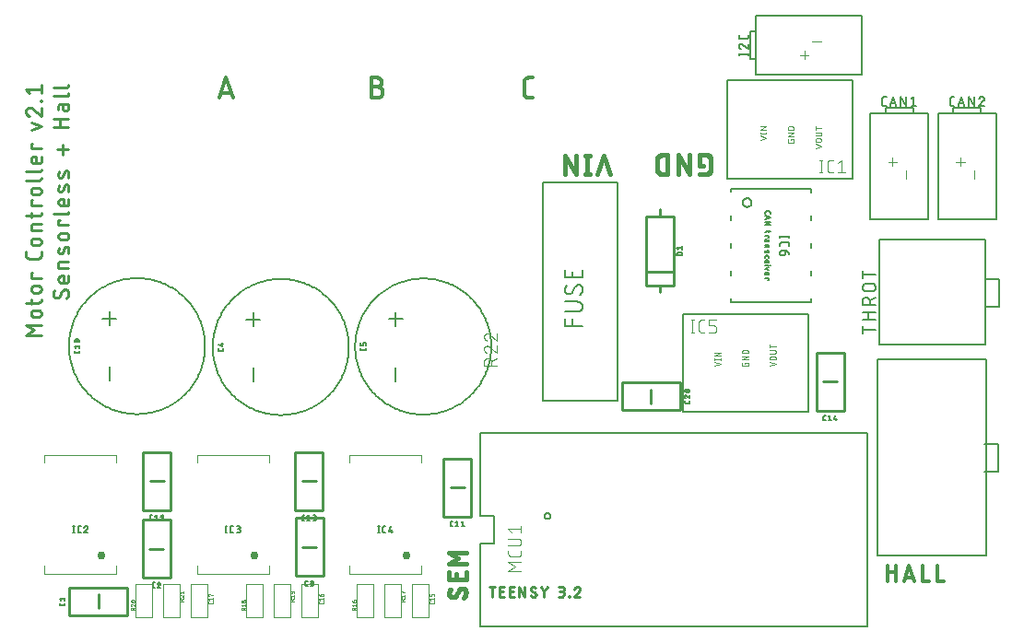
<source format=gbr>
G04 EAGLE Gerber RS-274X export*
G75*
%MOMM*%
%FSLAX34Y34*%
%LPD*%
%AMOC8*
5,1,8,0,0,1.08239X$1,22.5*%
G01*
%ADD10C,0.381000*%
%ADD11C,0.152400*%
%ADD12C,0.330200*%
%ADD13C,0.431800*%
%ADD14C,0.355600*%
%ADD15C,0.203200*%
%ADD16C,0.228600*%
%ADD17C,0.254000*%
%ADD18C,0.762000*%
%ADD19C,0.120000*%
%ADD20C,0.127000*%
%ADD21C,0.101600*%
%ADD22C,0.050800*%
%ADD23C,0.177800*%
%ADD24C,0.025400*%
%ADD25C,0.076200*%


D10*
X422017Y226257D02*
X422015Y226372D01*
X422009Y226487D01*
X422000Y226602D01*
X421986Y226716D01*
X421969Y226830D01*
X421948Y226943D01*
X421923Y227055D01*
X421895Y227167D01*
X421862Y227277D01*
X421826Y227386D01*
X421787Y227494D01*
X421744Y227601D01*
X421697Y227706D01*
X421647Y227810D01*
X421593Y227912D01*
X421536Y228012D01*
X421476Y228110D01*
X421413Y228206D01*
X421346Y228299D01*
X421276Y228391D01*
X421203Y228480D01*
X421128Y228567D01*
X421049Y228651D01*
X420968Y228732D01*
X420884Y228811D01*
X420797Y228886D01*
X420708Y228959D01*
X420616Y229029D01*
X420523Y229096D01*
X420427Y229159D01*
X420329Y229219D01*
X420229Y229276D01*
X420127Y229330D01*
X420023Y229380D01*
X419918Y229427D01*
X419811Y229470D01*
X419703Y229509D01*
X419594Y229545D01*
X419484Y229578D01*
X419372Y229606D01*
X419260Y229631D01*
X419147Y229652D01*
X419033Y229669D01*
X418919Y229683D01*
X418804Y229692D01*
X418689Y229698D01*
X418574Y229700D01*
X422017Y226257D02*
X422015Y226083D01*
X422009Y225909D01*
X421998Y225735D01*
X421984Y225562D01*
X421965Y225389D01*
X421942Y225216D01*
X421915Y225044D01*
X421884Y224873D01*
X421849Y224703D01*
X421810Y224533D01*
X421767Y224365D01*
X421719Y224197D01*
X421668Y224031D01*
X421613Y223866D01*
X421554Y223702D01*
X421490Y223540D01*
X421424Y223379D01*
X421353Y223220D01*
X421278Y223063D01*
X421200Y222907D01*
X421118Y222754D01*
X421032Y222602D01*
X420943Y222453D01*
X420850Y222306D01*
X420754Y222161D01*
X420654Y222018D01*
X420551Y221878D01*
X420445Y221740D01*
X420335Y221605D01*
X420222Y221473D01*
X420106Y221343D01*
X419987Y221216D01*
X419865Y221092D01*
X409966Y221523D02*
X409851Y221525D01*
X409736Y221531D01*
X409621Y221540D01*
X409507Y221554D01*
X409393Y221571D01*
X409280Y221592D01*
X409168Y221617D01*
X409056Y221645D01*
X408946Y221678D01*
X408837Y221714D01*
X408729Y221753D01*
X408622Y221796D01*
X408517Y221843D01*
X408413Y221893D01*
X408311Y221947D01*
X408211Y222004D01*
X408113Y222064D01*
X408017Y222127D01*
X407924Y222194D01*
X407832Y222264D01*
X407743Y222337D01*
X407656Y222412D01*
X407572Y222491D01*
X407491Y222572D01*
X407412Y222656D01*
X407337Y222743D01*
X407264Y222832D01*
X407194Y222924D01*
X407127Y223017D01*
X407064Y223113D01*
X407004Y223211D01*
X406947Y223311D01*
X406893Y223413D01*
X406843Y223517D01*
X406796Y223622D01*
X406753Y223729D01*
X406714Y223837D01*
X406678Y223946D01*
X406645Y224056D01*
X406617Y224168D01*
X406592Y224280D01*
X406571Y224393D01*
X406554Y224507D01*
X406540Y224621D01*
X406531Y224736D01*
X406525Y224851D01*
X406523Y224966D01*
X406525Y225126D01*
X406531Y225285D01*
X406541Y225445D01*
X406555Y225604D01*
X406572Y225763D01*
X406594Y225921D01*
X406620Y226079D01*
X406649Y226236D01*
X406683Y226392D01*
X406720Y226548D01*
X406761Y226702D01*
X406806Y226855D01*
X406854Y227008D01*
X406907Y227159D01*
X406963Y227308D01*
X407023Y227456D01*
X407086Y227603D01*
X407153Y227748D01*
X407224Y227891D01*
X407298Y228033D01*
X407376Y228173D01*
X407457Y228310D01*
X407541Y228446D01*
X407629Y228579D01*
X407720Y228711D01*
X407814Y228840D01*
X412979Y223245D02*
X412918Y223145D01*
X412853Y223047D01*
X412786Y222951D01*
X412715Y222858D01*
X412641Y222767D01*
X412564Y222679D01*
X412484Y222593D01*
X412401Y222510D01*
X412316Y222430D01*
X412228Y222353D01*
X412137Y222279D01*
X412044Y222208D01*
X411949Y222140D01*
X411851Y222075D01*
X411752Y222013D01*
X411650Y221955D01*
X411546Y221900D01*
X411441Y221849D01*
X411334Y221802D01*
X411225Y221758D01*
X411115Y221717D01*
X411004Y221681D01*
X410892Y221648D01*
X410778Y221619D01*
X410664Y221593D01*
X410549Y221572D01*
X410433Y221554D01*
X410317Y221541D01*
X410200Y221531D01*
X410083Y221525D01*
X409966Y221523D01*
X415561Y227978D02*
X415622Y228078D01*
X415687Y228176D01*
X415755Y228272D01*
X415825Y228365D01*
X415899Y228456D01*
X415976Y228544D01*
X416056Y228630D01*
X416139Y228713D01*
X416224Y228793D01*
X416312Y228870D01*
X416403Y228944D01*
X416496Y229016D01*
X416591Y229084D01*
X416689Y229148D01*
X416788Y229210D01*
X416890Y229268D01*
X416994Y229323D01*
X417099Y229374D01*
X417206Y229421D01*
X417315Y229465D01*
X417425Y229506D01*
X417536Y229542D01*
X417648Y229575D01*
X417762Y229604D01*
X417876Y229630D01*
X417991Y229651D01*
X418107Y229669D01*
X418223Y229682D01*
X418340Y229692D01*
X418457Y229698D01*
X418574Y229700D01*
X415561Y227979D02*
X412979Y223244D01*
X422017Y237900D02*
X422017Y244786D01*
X422017Y237900D02*
X406523Y237900D01*
X406523Y244786D01*
X413409Y243064D02*
X413409Y237900D01*
X406523Y252616D02*
X422017Y252616D01*
X415131Y257780D02*
X406523Y252616D01*
X415131Y257780D02*
X406523Y262945D01*
X422017Y262945D01*
D11*
X512982Y470762D02*
X529238Y470762D01*
X512982Y470762D02*
X512982Y477987D01*
X520207Y477987D02*
X520207Y470762D01*
X524722Y484279D02*
X512982Y484279D01*
X524722Y484279D02*
X524855Y484281D01*
X524987Y484287D01*
X525119Y484297D01*
X525251Y484310D01*
X525383Y484328D01*
X525513Y484349D01*
X525644Y484374D01*
X525773Y484403D01*
X525901Y484436D01*
X526029Y484472D01*
X526155Y484512D01*
X526280Y484556D01*
X526404Y484604D01*
X526526Y484655D01*
X526647Y484710D01*
X526766Y484768D01*
X526884Y484830D01*
X526999Y484895D01*
X527113Y484964D01*
X527224Y485035D01*
X527333Y485111D01*
X527440Y485189D01*
X527545Y485270D01*
X527647Y485355D01*
X527747Y485442D01*
X527844Y485532D01*
X527939Y485625D01*
X528030Y485721D01*
X528119Y485819D01*
X528205Y485920D01*
X528288Y486024D01*
X528368Y486130D01*
X528444Y486238D01*
X528518Y486348D01*
X528588Y486461D01*
X528655Y486575D01*
X528718Y486692D01*
X528778Y486810D01*
X528835Y486930D01*
X528888Y487052D01*
X528937Y487175D01*
X528983Y487299D01*
X529025Y487425D01*
X529063Y487552D01*
X529098Y487680D01*
X529129Y487809D01*
X529156Y487938D01*
X529179Y488069D01*
X529199Y488200D01*
X529214Y488332D01*
X529226Y488464D01*
X529234Y488596D01*
X529238Y488729D01*
X529238Y488861D01*
X529234Y488994D01*
X529226Y489126D01*
X529214Y489258D01*
X529199Y489390D01*
X529179Y489521D01*
X529156Y489652D01*
X529129Y489781D01*
X529098Y489910D01*
X529063Y490038D01*
X529025Y490165D01*
X528983Y490291D01*
X528937Y490415D01*
X528888Y490538D01*
X528835Y490660D01*
X528778Y490780D01*
X528718Y490898D01*
X528655Y491015D01*
X528588Y491129D01*
X528518Y491242D01*
X528444Y491352D01*
X528368Y491460D01*
X528288Y491566D01*
X528205Y491670D01*
X528119Y491771D01*
X528030Y491869D01*
X527939Y491965D01*
X527844Y492058D01*
X527747Y492148D01*
X527647Y492235D01*
X527545Y492320D01*
X527440Y492401D01*
X527333Y492479D01*
X527224Y492555D01*
X527113Y492626D01*
X526999Y492695D01*
X526884Y492760D01*
X526766Y492822D01*
X526647Y492880D01*
X526526Y492935D01*
X526404Y492986D01*
X526280Y493034D01*
X526155Y493078D01*
X526029Y493118D01*
X525901Y493154D01*
X525773Y493187D01*
X525644Y493216D01*
X525513Y493241D01*
X525383Y493262D01*
X525251Y493280D01*
X525119Y493293D01*
X524987Y493303D01*
X524855Y493309D01*
X524722Y493311D01*
X524722Y493310D02*
X512982Y493310D01*
X525626Y508941D02*
X525744Y508939D01*
X525862Y508933D01*
X525980Y508924D01*
X526097Y508910D01*
X526214Y508893D01*
X526331Y508872D01*
X526446Y508847D01*
X526561Y508818D01*
X526675Y508785D01*
X526787Y508749D01*
X526898Y508709D01*
X527008Y508666D01*
X527117Y508619D01*
X527224Y508569D01*
X527329Y508514D01*
X527432Y508457D01*
X527533Y508396D01*
X527633Y508332D01*
X527730Y508265D01*
X527825Y508195D01*
X527917Y508121D01*
X528008Y508045D01*
X528095Y507965D01*
X528180Y507883D01*
X528262Y507798D01*
X528342Y507711D01*
X528418Y507620D01*
X528492Y507528D01*
X528562Y507433D01*
X528629Y507336D01*
X528693Y507236D01*
X528754Y507135D01*
X528811Y507032D01*
X528866Y506927D01*
X528916Y506820D01*
X528963Y506711D01*
X529006Y506601D01*
X529046Y506490D01*
X529082Y506378D01*
X529115Y506264D01*
X529144Y506149D01*
X529169Y506034D01*
X529190Y505917D01*
X529207Y505800D01*
X529221Y505683D01*
X529230Y505565D01*
X529236Y505447D01*
X529238Y505329D01*
X529236Y505146D01*
X529229Y504964D01*
X529218Y504782D01*
X529203Y504600D01*
X529183Y504418D01*
X529160Y504237D01*
X529131Y504057D01*
X529099Y503877D01*
X529062Y503698D01*
X529021Y503521D01*
X528975Y503344D01*
X528926Y503168D01*
X528872Y502994D01*
X528814Y502820D01*
X528752Y502649D01*
X528686Y502479D01*
X528615Y502310D01*
X528541Y502143D01*
X528463Y501978D01*
X528381Y501815D01*
X528295Y501654D01*
X528205Y501495D01*
X528111Y501338D01*
X528014Y501184D01*
X527913Y501032D01*
X527808Y500882D01*
X527700Y500735D01*
X527589Y500591D01*
X527474Y500449D01*
X527355Y500310D01*
X527233Y500174D01*
X527108Y500041D01*
X526980Y499911D01*
X516594Y500363D02*
X516476Y500365D01*
X516358Y500371D01*
X516240Y500380D01*
X516123Y500394D01*
X516006Y500411D01*
X515889Y500432D01*
X515774Y500457D01*
X515659Y500486D01*
X515545Y500519D01*
X515433Y500555D01*
X515322Y500595D01*
X515212Y500638D01*
X515103Y500685D01*
X514996Y500735D01*
X514891Y500790D01*
X514788Y500847D01*
X514687Y500908D01*
X514587Y500972D01*
X514490Y501039D01*
X514395Y501109D01*
X514303Y501183D01*
X514212Y501259D01*
X514125Y501339D01*
X514040Y501421D01*
X513958Y501506D01*
X513878Y501593D01*
X513802Y501684D01*
X513728Y501776D01*
X513658Y501871D01*
X513591Y501968D01*
X513527Y502068D01*
X513466Y502169D01*
X513409Y502272D01*
X513354Y502377D01*
X513304Y502484D01*
X513257Y502593D01*
X513214Y502703D01*
X513174Y502814D01*
X513138Y502926D01*
X513105Y503040D01*
X513076Y503155D01*
X513051Y503270D01*
X513030Y503387D01*
X513013Y503504D01*
X512999Y503621D01*
X512990Y503739D01*
X512984Y503857D01*
X512982Y503975D01*
X512984Y504136D01*
X512990Y504298D01*
X512999Y504459D01*
X513013Y504620D01*
X513030Y504780D01*
X513051Y504940D01*
X513076Y505100D01*
X513105Y505259D01*
X513137Y505417D01*
X513173Y505574D01*
X513213Y505730D01*
X513257Y505886D01*
X513305Y506040D01*
X513356Y506193D01*
X513410Y506345D01*
X513469Y506496D01*
X513530Y506645D01*
X513596Y506792D01*
X513665Y506938D01*
X513737Y507083D01*
X513813Y507225D01*
X513892Y507366D01*
X513974Y507505D01*
X514060Y507641D01*
X514149Y507776D01*
X514241Y507909D01*
X514337Y508039D01*
X519755Y502168D02*
X519693Y502067D01*
X519628Y501967D01*
X519559Y501870D01*
X519487Y501775D01*
X519413Y501682D01*
X519335Y501592D01*
X519254Y501504D01*
X519171Y501419D01*
X519085Y501337D01*
X518996Y501258D01*
X518905Y501181D01*
X518811Y501108D01*
X518715Y501037D01*
X518617Y500970D01*
X518517Y500906D01*
X518414Y500845D01*
X518310Y500788D01*
X518204Y500734D01*
X518096Y500684D01*
X517987Y500637D01*
X517876Y500593D01*
X517764Y500553D01*
X517650Y500517D01*
X517536Y500485D01*
X517420Y500456D01*
X517304Y500431D01*
X517187Y500410D01*
X517069Y500393D01*
X516951Y500379D01*
X516832Y500370D01*
X516713Y500364D01*
X516594Y500362D01*
X522465Y507136D02*
X522527Y507237D01*
X522592Y507337D01*
X522661Y507434D01*
X522733Y507529D01*
X522807Y507622D01*
X522885Y507712D01*
X522966Y507800D01*
X523049Y507885D01*
X523135Y507967D01*
X523224Y508046D01*
X523315Y508123D01*
X523409Y508196D01*
X523505Y508267D01*
X523603Y508334D01*
X523703Y508398D01*
X523806Y508459D01*
X523910Y508516D01*
X524016Y508570D01*
X524124Y508620D01*
X524233Y508667D01*
X524344Y508711D01*
X524456Y508751D01*
X524570Y508787D01*
X524684Y508819D01*
X524800Y508848D01*
X524916Y508873D01*
X525033Y508894D01*
X525151Y508911D01*
X525269Y508925D01*
X525388Y508934D01*
X525507Y508940D01*
X525626Y508942D01*
X522465Y507135D02*
X519755Y502168D01*
X529238Y515572D02*
X529238Y522796D01*
X529238Y515572D02*
X512982Y515572D01*
X512982Y522796D01*
X520207Y520990D02*
X520207Y515572D01*
D12*
X195481Y680541D02*
X201662Y699083D01*
X207842Y680541D01*
X206297Y685177D02*
X197026Y685177D01*
X335481Y690842D02*
X340632Y690842D01*
X340632Y690843D02*
X340774Y690841D01*
X340916Y690835D01*
X341057Y690825D01*
X341199Y690812D01*
X341340Y690794D01*
X341480Y690773D01*
X341620Y690747D01*
X341758Y690718D01*
X341896Y690685D01*
X342034Y690649D01*
X342170Y690608D01*
X342305Y690564D01*
X342438Y690516D01*
X342570Y690464D01*
X342701Y690409D01*
X342830Y690350D01*
X342958Y690288D01*
X343084Y690222D01*
X343208Y690153D01*
X343329Y690080D01*
X343449Y690004D01*
X343567Y689925D01*
X343683Y689842D01*
X343796Y689757D01*
X343907Y689668D01*
X344015Y689576D01*
X344121Y689482D01*
X344224Y689384D01*
X344324Y689284D01*
X344422Y689181D01*
X344516Y689075D01*
X344608Y688967D01*
X344697Y688856D01*
X344782Y688743D01*
X344865Y688627D01*
X344944Y688509D01*
X345020Y688389D01*
X345093Y688267D01*
X345162Y688144D01*
X345228Y688018D01*
X345290Y687890D01*
X345349Y687761D01*
X345404Y687630D01*
X345456Y687498D01*
X345504Y687365D01*
X345548Y687230D01*
X345589Y687094D01*
X345625Y686956D01*
X345658Y686818D01*
X345687Y686680D01*
X345713Y686540D01*
X345734Y686400D01*
X345752Y686259D01*
X345765Y686117D01*
X345775Y685976D01*
X345781Y685834D01*
X345783Y685692D01*
X345781Y685550D01*
X345775Y685408D01*
X345765Y685267D01*
X345752Y685125D01*
X345734Y684984D01*
X345713Y684844D01*
X345687Y684704D01*
X345658Y684566D01*
X345625Y684428D01*
X345589Y684290D01*
X345548Y684154D01*
X345504Y684019D01*
X345456Y683886D01*
X345404Y683754D01*
X345349Y683623D01*
X345290Y683494D01*
X345228Y683366D01*
X345162Y683240D01*
X345093Y683117D01*
X345020Y682995D01*
X344944Y682875D01*
X344865Y682757D01*
X344782Y682641D01*
X344697Y682528D01*
X344608Y682417D01*
X344516Y682309D01*
X344422Y682203D01*
X344324Y682100D01*
X344224Y682000D01*
X344121Y681902D01*
X344015Y681808D01*
X343907Y681716D01*
X343796Y681627D01*
X343683Y681542D01*
X343567Y681459D01*
X343449Y681380D01*
X343329Y681304D01*
X343208Y681231D01*
X343084Y681162D01*
X342958Y681096D01*
X342830Y681034D01*
X342701Y680975D01*
X342570Y680920D01*
X342438Y680868D01*
X342305Y680820D01*
X342170Y680776D01*
X342034Y680735D01*
X341896Y680699D01*
X341758Y680666D01*
X341620Y680637D01*
X341480Y680611D01*
X341340Y680590D01*
X341199Y680572D01*
X341057Y680559D01*
X340916Y680549D01*
X340774Y680543D01*
X340632Y680541D01*
X335481Y680541D01*
X335481Y699083D01*
X340632Y699083D01*
X340759Y699081D01*
X340886Y699075D01*
X341012Y699065D01*
X341138Y699052D01*
X341264Y699034D01*
X341389Y699013D01*
X341513Y698988D01*
X341637Y698959D01*
X341759Y698926D01*
X341881Y698889D01*
X342001Y698849D01*
X342120Y698805D01*
X342238Y698757D01*
X342354Y698706D01*
X342468Y698651D01*
X342581Y698593D01*
X342692Y698531D01*
X342801Y698466D01*
X342908Y698397D01*
X343012Y698326D01*
X343115Y698251D01*
X343215Y698173D01*
X343313Y698092D01*
X343408Y698008D01*
X343500Y697921D01*
X343590Y697831D01*
X343677Y697739D01*
X343761Y697644D01*
X343842Y697546D01*
X343920Y697446D01*
X343995Y697343D01*
X344066Y697239D01*
X344135Y697132D01*
X344200Y697023D01*
X344262Y696912D01*
X344320Y696799D01*
X344375Y696685D01*
X344426Y696569D01*
X344474Y696451D01*
X344518Y696332D01*
X344558Y696212D01*
X344595Y696090D01*
X344628Y695968D01*
X344657Y695844D01*
X344682Y695720D01*
X344703Y695595D01*
X344721Y695469D01*
X344734Y695343D01*
X344744Y695217D01*
X344750Y695090D01*
X344752Y694963D01*
X344750Y694836D01*
X344744Y694709D01*
X344734Y694583D01*
X344721Y694457D01*
X344703Y694331D01*
X344682Y694206D01*
X344657Y694082D01*
X344628Y693958D01*
X344595Y693836D01*
X344558Y693714D01*
X344518Y693594D01*
X344474Y693475D01*
X344426Y693357D01*
X344375Y693241D01*
X344320Y693127D01*
X344262Y693014D01*
X344200Y692903D01*
X344135Y692794D01*
X344066Y692687D01*
X343995Y692583D01*
X343920Y692480D01*
X343842Y692380D01*
X343761Y692282D01*
X343677Y692187D01*
X343590Y692095D01*
X343500Y692005D01*
X343408Y691918D01*
X343313Y691834D01*
X343215Y691753D01*
X343115Y691675D01*
X343012Y691600D01*
X342908Y691529D01*
X342801Y691460D01*
X342692Y691395D01*
X342581Y691333D01*
X342468Y691275D01*
X342354Y691220D01*
X342238Y691169D01*
X342120Y691121D01*
X342001Y691077D01*
X341881Y691037D01*
X341759Y691000D01*
X341637Y690967D01*
X341513Y690938D01*
X341389Y690913D01*
X341264Y690892D01*
X341138Y690874D01*
X341012Y690861D01*
X340886Y690851D01*
X340759Y690845D01*
X340632Y690843D01*
X479601Y680541D02*
X483722Y680541D01*
X479601Y680541D02*
X479474Y680543D01*
X479347Y680549D01*
X479221Y680559D01*
X479095Y680572D01*
X478969Y680590D01*
X478844Y680611D01*
X478720Y680636D01*
X478596Y680665D01*
X478474Y680698D01*
X478352Y680735D01*
X478232Y680775D01*
X478113Y680819D01*
X477995Y680867D01*
X477879Y680918D01*
X477765Y680973D01*
X477652Y681031D01*
X477541Y681093D01*
X477432Y681158D01*
X477325Y681227D01*
X477221Y681298D01*
X477118Y681373D01*
X477018Y681451D01*
X476920Y681532D01*
X476825Y681616D01*
X476733Y681703D01*
X476643Y681793D01*
X476556Y681885D01*
X476472Y681980D01*
X476391Y682078D01*
X476313Y682178D01*
X476238Y682281D01*
X476167Y682385D01*
X476098Y682492D01*
X476033Y682601D01*
X475971Y682712D01*
X475913Y682825D01*
X475858Y682939D01*
X475807Y683055D01*
X475759Y683173D01*
X475715Y683292D01*
X475675Y683412D01*
X475638Y683534D01*
X475605Y683656D01*
X475576Y683780D01*
X475551Y683904D01*
X475530Y684029D01*
X475512Y684155D01*
X475499Y684281D01*
X475489Y684407D01*
X475483Y684534D01*
X475481Y684661D01*
X475481Y694963D01*
X475483Y695090D01*
X475489Y695217D01*
X475499Y695343D01*
X475512Y695469D01*
X475530Y695595D01*
X475551Y695720D01*
X475576Y695844D01*
X475605Y695968D01*
X475638Y696090D01*
X475675Y696212D01*
X475715Y696332D01*
X475759Y696451D01*
X475807Y696569D01*
X475858Y696685D01*
X475913Y696799D01*
X475971Y696912D01*
X476033Y697023D01*
X476098Y697132D01*
X476167Y697239D01*
X476238Y697343D01*
X476313Y697446D01*
X476391Y697546D01*
X476472Y697644D01*
X476556Y697739D01*
X476643Y697831D01*
X476733Y697921D01*
X476825Y698008D01*
X476920Y698092D01*
X477018Y698173D01*
X477118Y698251D01*
X477221Y698326D01*
X477325Y698397D01*
X477432Y698466D01*
X477541Y698531D01*
X477652Y698593D01*
X477765Y698651D01*
X477879Y698706D01*
X477995Y698757D01*
X478113Y698805D01*
X478232Y698849D01*
X478352Y698889D01*
X478473Y698926D01*
X478596Y698959D01*
X478720Y698988D01*
X478844Y699013D01*
X478969Y699034D01*
X479095Y699052D01*
X479221Y699065D01*
X479347Y699075D01*
X479474Y699081D01*
X479601Y699083D01*
X483722Y699083D01*
D13*
X548533Y627889D02*
X554375Y610363D01*
X542691Y610363D02*
X548533Y627889D01*
X533702Y627889D02*
X533702Y610363D01*
X535649Y627889D02*
X531755Y627889D01*
X531755Y610363D02*
X535649Y610363D01*
X523122Y610363D02*
X523122Y627889D01*
X513385Y627889D02*
X523122Y610363D01*
X513385Y610363D02*
X513385Y627889D01*
X637018Y618400D02*
X639939Y618400D01*
X637018Y618400D02*
X637018Y628137D01*
X642860Y628137D01*
X642982Y628135D01*
X643105Y628129D01*
X643227Y628120D01*
X643348Y628106D01*
X643469Y628089D01*
X643590Y628068D01*
X643710Y628043D01*
X643829Y628015D01*
X643947Y627982D01*
X644064Y627946D01*
X644179Y627907D01*
X644294Y627863D01*
X644407Y627817D01*
X644518Y627766D01*
X644628Y627712D01*
X644736Y627655D01*
X644843Y627595D01*
X644947Y627531D01*
X645049Y627463D01*
X645149Y627393D01*
X645247Y627320D01*
X645343Y627243D01*
X645436Y627164D01*
X645526Y627081D01*
X645614Y626996D01*
X645699Y626908D01*
X645782Y626818D01*
X645861Y626725D01*
X645938Y626629D01*
X646011Y626531D01*
X646081Y626431D01*
X646149Y626329D01*
X646213Y626225D01*
X646273Y626118D01*
X646330Y626010D01*
X646384Y625900D01*
X646435Y625789D01*
X646481Y625676D01*
X646525Y625561D01*
X646564Y625446D01*
X646600Y625329D01*
X646633Y625211D01*
X646661Y625092D01*
X646686Y624972D01*
X646707Y624851D01*
X646724Y624730D01*
X646738Y624609D01*
X646747Y624487D01*
X646753Y624364D01*
X646755Y624242D01*
X646755Y614506D01*
X646753Y614384D01*
X646747Y614261D01*
X646738Y614139D01*
X646724Y614018D01*
X646707Y613897D01*
X646686Y613776D01*
X646661Y613656D01*
X646633Y613537D01*
X646600Y613419D01*
X646564Y613302D01*
X646525Y613187D01*
X646481Y613072D01*
X646435Y612959D01*
X646384Y612848D01*
X646330Y612738D01*
X646273Y612630D01*
X646213Y612523D01*
X646149Y612419D01*
X646081Y612317D01*
X646011Y612217D01*
X645938Y612119D01*
X645861Y612023D01*
X645782Y611930D01*
X645699Y611840D01*
X645614Y611752D01*
X645526Y611667D01*
X645436Y611584D01*
X645343Y611505D01*
X645247Y611428D01*
X645149Y611355D01*
X645049Y611285D01*
X644947Y611217D01*
X644843Y611153D01*
X644736Y611093D01*
X644628Y611036D01*
X644518Y610982D01*
X644407Y610931D01*
X644294Y610885D01*
X644179Y610841D01*
X644064Y610802D01*
X643947Y610766D01*
X643829Y610733D01*
X643710Y610705D01*
X643590Y610680D01*
X643469Y610659D01*
X643348Y610642D01*
X643227Y610628D01*
X643105Y610619D01*
X642982Y610613D01*
X642860Y610611D01*
X637018Y610611D01*
X626980Y610611D02*
X626980Y628137D01*
X617244Y628137D02*
X626980Y610611D01*
X617244Y610611D02*
X617244Y628137D01*
X607206Y628137D02*
X607206Y610611D01*
X602338Y610611D01*
X602201Y610613D01*
X602065Y610619D01*
X601929Y610628D01*
X601793Y610642D01*
X601658Y610659D01*
X601523Y610680D01*
X601388Y610705D01*
X601255Y610733D01*
X601122Y610765D01*
X600990Y610801D01*
X600860Y610841D01*
X600730Y610884D01*
X600602Y610931D01*
X600475Y610982D01*
X600350Y611036D01*
X600226Y611093D01*
X600104Y611154D01*
X599983Y611218D01*
X599865Y611286D01*
X599748Y611357D01*
X599633Y611431D01*
X599521Y611509D01*
X599411Y611589D01*
X599303Y611673D01*
X599197Y611760D01*
X599094Y611849D01*
X598994Y611942D01*
X598896Y612037D01*
X598801Y612135D01*
X598708Y612235D01*
X598619Y612338D01*
X598532Y612444D01*
X598448Y612552D01*
X598368Y612662D01*
X598290Y612774D01*
X598216Y612889D01*
X598145Y613006D01*
X598077Y613124D01*
X598013Y613245D01*
X597952Y613367D01*
X597895Y613491D01*
X597841Y613616D01*
X597790Y613743D01*
X597743Y613871D01*
X597700Y614001D01*
X597660Y614131D01*
X597624Y614263D01*
X597592Y614396D01*
X597564Y614529D01*
X597539Y614664D01*
X597518Y614799D01*
X597501Y614934D01*
X597487Y615070D01*
X597478Y615206D01*
X597472Y615342D01*
X597470Y615479D01*
X597469Y615479D02*
X597469Y623269D01*
X597470Y623269D02*
X597472Y623406D01*
X597478Y623542D01*
X597487Y623678D01*
X597501Y623814D01*
X597518Y623950D01*
X597539Y624084D01*
X597564Y624219D01*
X597592Y624352D01*
X597624Y624485D01*
X597660Y624617D01*
X597700Y624747D01*
X597743Y624877D01*
X597790Y625005D01*
X597841Y625132D01*
X597895Y625257D01*
X597952Y625381D01*
X598013Y625503D01*
X598077Y625624D01*
X598145Y625742D01*
X598216Y625859D01*
X598290Y625974D01*
X598368Y626086D01*
X598448Y626196D01*
X598532Y626304D01*
X598619Y626410D01*
X598708Y626513D01*
X598801Y626613D01*
X598896Y626711D01*
X598994Y626806D01*
X599094Y626899D01*
X599197Y626988D01*
X599303Y627075D01*
X599411Y627159D01*
X599521Y627239D01*
X599634Y627317D01*
X599748Y627391D01*
X599865Y627462D01*
X599983Y627530D01*
X600104Y627594D01*
X600226Y627655D01*
X600350Y627712D01*
X600475Y627766D01*
X600602Y627817D01*
X600730Y627864D01*
X600860Y627907D01*
X600990Y627947D01*
X601122Y627983D01*
X601255Y628015D01*
X601388Y628043D01*
X601523Y628068D01*
X601658Y628089D01*
X601793Y628106D01*
X601929Y628120D01*
X602065Y628129D01*
X602202Y628135D01*
X602338Y628137D01*
X607206Y628137D01*
D14*
X809005Y250772D02*
X809005Y236548D01*
X809005Y244450D02*
X816907Y244450D01*
X816907Y250772D02*
X816907Y236548D01*
X824367Y236548D02*
X829108Y250772D01*
X833849Y236548D01*
X832664Y240104D02*
X825552Y240104D01*
X841363Y236548D02*
X841363Y250772D01*
X841363Y236548D02*
X847685Y236548D01*
X854910Y236548D02*
X854910Y250772D01*
X854910Y236548D02*
X861232Y236548D01*
D15*
X798512Y467746D02*
X786320Y467746D01*
X786320Y464360D02*
X786320Y471133D01*
X786320Y476734D02*
X798512Y476734D01*
X791739Y476734D02*
X791739Y483508D01*
X786320Y483508D02*
X798512Y483508D01*
X798512Y490504D02*
X786320Y490504D01*
X786320Y493891D01*
X786322Y494007D01*
X786328Y494122D01*
X786338Y494237D01*
X786352Y494352D01*
X786369Y494466D01*
X786391Y494580D01*
X786416Y494693D01*
X786446Y494805D01*
X786479Y494916D01*
X786516Y495025D01*
X786556Y495134D01*
X786600Y495240D01*
X786648Y495346D01*
X786700Y495449D01*
X786755Y495551D01*
X786813Y495651D01*
X786875Y495749D01*
X786940Y495844D01*
X787008Y495938D01*
X787080Y496028D01*
X787154Y496117D01*
X787232Y496203D01*
X787312Y496286D01*
X787395Y496366D01*
X787481Y496444D01*
X787570Y496518D01*
X787660Y496590D01*
X787754Y496658D01*
X787849Y496723D01*
X787947Y496785D01*
X788047Y496843D01*
X788149Y496898D01*
X788252Y496950D01*
X788358Y496998D01*
X788464Y497042D01*
X788573Y497082D01*
X788682Y497119D01*
X788793Y497152D01*
X788905Y497182D01*
X789018Y497207D01*
X789132Y497229D01*
X789246Y497246D01*
X789361Y497260D01*
X789476Y497270D01*
X789591Y497276D01*
X789707Y497278D01*
X789823Y497276D01*
X789938Y497270D01*
X790053Y497260D01*
X790168Y497246D01*
X790282Y497229D01*
X790396Y497207D01*
X790509Y497182D01*
X790621Y497152D01*
X790732Y497119D01*
X790841Y497082D01*
X790950Y497042D01*
X791056Y496998D01*
X791162Y496950D01*
X791265Y496898D01*
X791367Y496843D01*
X791467Y496785D01*
X791565Y496723D01*
X791660Y496658D01*
X791754Y496590D01*
X791844Y496518D01*
X791933Y496444D01*
X792019Y496366D01*
X792102Y496286D01*
X792182Y496203D01*
X792260Y496117D01*
X792334Y496028D01*
X792406Y495938D01*
X792474Y495844D01*
X792539Y495749D01*
X792601Y495651D01*
X792659Y495551D01*
X792714Y495449D01*
X792766Y495346D01*
X792814Y495240D01*
X792858Y495134D01*
X792898Y495025D01*
X792935Y494916D01*
X792968Y494805D01*
X792998Y494693D01*
X793023Y494580D01*
X793045Y494466D01*
X793062Y494352D01*
X793076Y494237D01*
X793086Y494122D01*
X793092Y494007D01*
X793094Y493891D01*
X793093Y493891D02*
X793093Y490504D01*
X793093Y494568D02*
X798512Y497278D01*
X795125Y503191D02*
X789707Y503191D01*
X789591Y503193D01*
X789476Y503199D01*
X789361Y503209D01*
X789246Y503223D01*
X789132Y503240D01*
X789018Y503262D01*
X788905Y503287D01*
X788793Y503317D01*
X788682Y503350D01*
X788573Y503387D01*
X788464Y503427D01*
X788358Y503471D01*
X788252Y503519D01*
X788149Y503571D01*
X788047Y503626D01*
X787947Y503684D01*
X787849Y503746D01*
X787754Y503811D01*
X787660Y503879D01*
X787570Y503951D01*
X787481Y504025D01*
X787395Y504103D01*
X787312Y504183D01*
X787232Y504266D01*
X787154Y504352D01*
X787080Y504441D01*
X787008Y504531D01*
X786940Y504625D01*
X786875Y504720D01*
X786813Y504818D01*
X786755Y504918D01*
X786700Y505020D01*
X786648Y505123D01*
X786600Y505229D01*
X786556Y505335D01*
X786516Y505444D01*
X786479Y505553D01*
X786446Y505664D01*
X786416Y505776D01*
X786391Y505889D01*
X786369Y506003D01*
X786352Y506117D01*
X786338Y506232D01*
X786328Y506347D01*
X786322Y506462D01*
X786320Y506578D01*
X786322Y506694D01*
X786328Y506809D01*
X786338Y506924D01*
X786352Y507039D01*
X786369Y507153D01*
X786391Y507267D01*
X786416Y507380D01*
X786446Y507492D01*
X786479Y507603D01*
X786516Y507712D01*
X786556Y507821D01*
X786600Y507927D01*
X786648Y508033D01*
X786700Y508136D01*
X786755Y508238D01*
X786813Y508338D01*
X786875Y508436D01*
X786940Y508531D01*
X787008Y508625D01*
X787080Y508715D01*
X787154Y508804D01*
X787232Y508890D01*
X787312Y508973D01*
X787395Y509053D01*
X787481Y509131D01*
X787570Y509205D01*
X787660Y509277D01*
X787754Y509345D01*
X787849Y509410D01*
X787947Y509472D01*
X788047Y509530D01*
X788149Y509585D01*
X788252Y509637D01*
X788358Y509685D01*
X788464Y509729D01*
X788573Y509769D01*
X788682Y509806D01*
X788793Y509839D01*
X788905Y509869D01*
X789018Y509894D01*
X789132Y509916D01*
X789246Y509933D01*
X789361Y509947D01*
X789476Y509957D01*
X789591Y509963D01*
X789707Y509965D01*
X789707Y509964D02*
X795125Y509964D01*
X795125Y509965D02*
X795241Y509963D01*
X795356Y509957D01*
X795471Y509947D01*
X795586Y509933D01*
X795700Y509916D01*
X795814Y509894D01*
X795927Y509869D01*
X796039Y509839D01*
X796150Y509806D01*
X796259Y509769D01*
X796368Y509729D01*
X796474Y509685D01*
X796580Y509637D01*
X796683Y509585D01*
X796785Y509530D01*
X796885Y509472D01*
X796983Y509410D01*
X797078Y509345D01*
X797172Y509277D01*
X797262Y509205D01*
X797351Y509131D01*
X797437Y509053D01*
X797520Y508973D01*
X797600Y508890D01*
X797678Y508804D01*
X797752Y508715D01*
X797824Y508625D01*
X797892Y508531D01*
X797957Y508436D01*
X798019Y508338D01*
X798077Y508238D01*
X798132Y508136D01*
X798184Y508033D01*
X798232Y507927D01*
X798276Y507821D01*
X798316Y507712D01*
X798353Y507603D01*
X798386Y507492D01*
X798416Y507380D01*
X798441Y507267D01*
X798463Y507153D01*
X798480Y507039D01*
X798494Y506924D01*
X798504Y506809D01*
X798510Y506694D01*
X798512Y506578D01*
X798510Y506462D01*
X798504Y506347D01*
X798494Y506232D01*
X798480Y506117D01*
X798463Y506003D01*
X798441Y505889D01*
X798416Y505776D01*
X798386Y505664D01*
X798353Y505553D01*
X798316Y505444D01*
X798276Y505335D01*
X798232Y505229D01*
X798184Y505123D01*
X798132Y505020D01*
X798077Y504918D01*
X798019Y504818D01*
X797957Y504720D01*
X797892Y504625D01*
X797824Y504531D01*
X797752Y504441D01*
X797678Y504352D01*
X797600Y504266D01*
X797520Y504183D01*
X797437Y504103D01*
X797351Y504025D01*
X797262Y503951D01*
X797172Y503879D01*
X797078Y503811D01*
X796983Y503746D01*
X796885Y503684D01*
X796785Y503626D01*
X796683Y503571D01*
X796580Y503519D01*
X796474Y503471D01*
X796368Y503427D01*
X796259Y503387D01*
X796150Y503350D01*
X796039Y503317D01*
X795927Y503287D01*
X795814Y503262D01*
X795700Y503240D01*
X795586Y503223D01*
X795471Y503209D01*
X795356Y503199D01*
X795241Y503193D01*
X795125Y503191D01*
X798512Y518526D02*
X786320Y518526D01*
X786320Y521912D02*
X786320Y515139D01*
D16*
X445796Y231140D02*
X445796Y221996D01*
X443256Y231140D02*
X448336Y231140D01*
X453235Y221996D02*
X457299Y221996D01*
X453235Y221996D02*
X453235Y231140D01*
X457299Y231140D01*
X456283Y227076D02*
X453235Y227076D01*
X462151Y221996D02*
X466215Y221996D01*
X462151Y221996D02*
X462151Y231140D01*
X466215Y231140D01*
X465199Y227076D02*
X462151Y227076D01*
X471030Y231140D02*
X471030Y221996D01*
X476110Y221996D02*
X471030Y231140D01*
X476110Y231140D02*
X476110Y221996D01*
X484365Y221996D02*
X484454Y221998D01*
X484542Y222004D01*
X484630Y222013D01*
X484718Y222027D01*
X484805Y222044D01*
X484891Y222065D01*
X484976Y222090D01*
X485060Y222119D01*
X485143Y222151D01*
X485224Y222186D01*
X485303Y222226D01*
X485381Y222268D01*
X485457Y222314D01*
X485531Y222363D01*
X485602Y222416D01*
X485671Y222471D01*
X485738Y222530D01*
X485802Y222591D01*
X485863Y222655D01*
X485922Y222722D01*
X485977Y222791D01*
X486030Y222862D01*
X486079Y222936D01*
X486125Y223012D01*
X486167Y223090D01*
X486207Y223169D01*
X486242Y223250D01*
X486274Y223333D01*
X486303Y223417D01*
X486328Y223502D01*
X486349Y223588D01*
X486366Y223675D01*
X486380Y223763D01*
X486389Y223851D01*
X486395Y223939D01*
X486397Y224028D01*
X484365Y221996D02*
X484235Y221998D01*
X484104Y222004D01*
X483974Y222014D01*
X483845Y222028D01*
X483716Y222045D01*
X483587Y222067D01*
X483459Y222093D01*
X483332Y222122D01*
X483206Y222155D01*
X483081Y222192D01*
X482957Y222233D01*
X482835Y222278D01*
X482714Y222326D01*
X482594Y222378D01*
X482476Y222434D01*
X482360Y222493D01*
X482246Y222556D01*
X482133Y222622D01*
X482023Y222691D01*
X481915Y222764D01*
X481809Y222840D01*
X481705Y222919D01*
X481604Y223001D01*
X481506Y223087D01*
X481410Y223175D01*
X481317Y223266D01*
X481571Y229108D02*
X481573Y229197D01*
X481579Y229285D01*
X481588Y229373D01*
X481602Y229461D01*
X481619Y229548D01*
X481640Y229634D01*
X481665Y229719D01*
X481694Y229803D01*
X481726Y229886D01*
X481761Y229967D01*
X481801Y230046D01*
X481843Y230124D01*
X481889Y230200D01*
X481938Y230274D01*
X481991Y230345D01*
X482046Y230414D01*
X482105Y230481D01*
X482166Y230545D01*
X482230Y230606D01*
X482297Y230665D01*
X482366Y230720D01*
X482437Y230773D01*
X482511Y230822D01*
X482587Y230868D01*
X482665Y230910D01*
X482744Y230950D01*
X482825Y230985D01*
X482908Y231017D01*
X482992Y231046D01*
X483077Y231071D01*
X483163Y231092D01*
X483250Y231109D01*
X483338Y231123D01*
X483426Y231132D01*
X483514Y231138D01*
X483603Y231140D01*
X483726Y231138D01*
X483848Y231132D01*
X483970Y231122D01*
X484092Y231108D01*
X484213Y231091D01*
X484334Y231069D01*
X484454Y231044D01*
X484573Y231014D01*
X484691Y230981D01*
X484808Y230944D01*
X484923Y230904D01*
X485038Y230860D01*
X485151Y230812D01*
X485262Y230760D01*
X485371Y230705D01*
X485479Y230646D01*
X485585Y230584D01*
X485688Y230519D01*
X485790Y230450D01*
X485889Y230378D01*
X482587Y227330D02*
X482511Y227377D01*
X482437Y227427D01*
X482366Y227480D01*
X482297Y227537D01*
X482230Y227596D01*
X482166Y227658D01*
X482104Y227723D01*
X482046Y227791D01*
X481991Y227861D01*
X481938Y227933D01*
X481889Y228007D01*
X481843Y228084D01*
X481800Y228162D01*
X481761Y228243D01*
X481725Y228325D01*
X481693Y228408D01*
X481665Y228492D01*
X481640Y228578D01*
X481619Y228665D01*
X481602Y228753D01*
X481588Y228841D01*
X481579Y228930D01*
X481573Y229019D01*
X481571Y229108D01*
X485382Y225806D02*
X485458Y225759D01*
X485532Y225709D01*
X485603Y225656D01*
X485672Y225599D01*
X485739Y225540D01*
X485803Y225478D01*
X485865Y225413D01*
X485923Y225345D01*
X485978Y225275D01*
X486031Y225203D01*
X486080Y225129D01*
X486126Y225052D01*
X486169Y224974D01*
X486208Y224893D01*
X486244Y224811D01*
X486276Y224728D01*
X486304Y224644D01*
X486329Y224558D01*
X486350Y224471D01*
X486367Y224383D01*
X486381Y224295D01*
X486390Y224206D01*
X486396Y224117D01*
X486398Y224028D01*
X485381Y225806D02*
X482587Y227330D01*
X490753Y231140D02*
X493801Y226822D01*
X496849Y231140D01*
X493801Y226822D02*
X493801Y221996D01*
X507035Y221996D02*
X509575Y221996D01*
X509675Y221998D01*
X509774Y222004D01*
X509874Y222014D01*
X509972Y222027D01*
X510071Y222045D01*
X510168Y222066D01*
X510264Y222091D01*
X510360Y222120D01*
X510454Y222153D01*
X510547Y222189D01*
X510638Y222229D01*
X510728Y222273D01*
X510816Y222320D01*
X510902Y222370D01*
X510986Y222424D01*
X511068Y222481D01*
X511147Y222541D01*
X511225Y222605D01*
X511299Y222671D01*
X511371Y222740D01*
X511440Y222812D01*
X511506Y222886D01*
X511570Y222964D01*
X511630Y223043D01*
X511687Y223125D01*
X511741Y223209D01*
X511791Y223295D01*
X511838Y223383D01*
X511882Y223473D01*
X511922Y223564D01*
X511958Y223657D01*
X511991Y223751D01*
X512020Y223847D01*
X512045Y223943D01*
X512066Y224040D01*
X512084Y224139D01*
X512097Y224237D01*
X512107Y224337D01*
X512113Y224436D01*
X512115Y224536D01*
X512113Y224636D01*
X512107Y224735D01*
X512097Y224835D01*
X512084Y224933D01*
X512066Y225032D01*
X512045Y225129D01*
X512020Y225225D01*
X511991Y225321D01*
X511958Y225415D01*
X511922Y225508D01*
X511882Y225599D01*
X511838Y225689D01*
X511791Y225777D01*
X511741Y225863D01*
X511687Y225947D01*
X511630Y226029D01*
X511570Y226108D01*
X511506Y226186D01*
X511440Y226260D01*
X511371Y226332D01*
X511299Y226401D01*
X511225Y226467D01*
X511147Y226531D01*
X511068Y226591D01*
X510986Y226648D01*
X510902Y226702D01*
X510816Y226752D01*
X510728Y226799D01*
X510638Y226843D01*
X510547Y226883D01*
X510454Y226919D01*
X510360Y226952D01*
X510264Y226981D01*
X510168Y227006D01*
X510071Y227027D01*
X509972Y227045D01*
X509874Y227058D01*
X509774Y227068D01*
X509675Y227074D01*
X509575Y227076D01*
X510083Y231140D02*
X507035Y231140D01*
X510083Y231140D02*
X510172Y231138D01*
X510260Y231132D01*
X510348Y231123D01*
X510436Y231109D01*
X510523Y231092D01*
X510609Y231071D01*
X510694Y231046D01*
X510778Y231017D01*
X510861Y230985D01*
X510942Y230950D01*
X511021Y230910D01*
X511099Y230868D01*
X511175Y230822D01*
X511249Y230773D01*
X511320Y230720D01*
X511389Y230665D01*
X511456Y230606D01*
X511520Y230545D01*
X511581Y230481D01*
X511640Y230414D01*
X511695Y230345D01*
X511748Y230274D01*
X511797Y230200D01*
X511843Y230124D01*
X511885Y230046D01*
X511925Y229967D01*
X511960Y229886D01*
X511992Y229803D01*
X512021Y229719D01*
X512046Y229634D01*
X512067Y229548D01*
X512084Y229461D01*
X512098Y229373D01*
X512107Y229285D01*
X512113Y229197D01*
X512115Y229108D01*
X512113Y229019D01*
X512107Y228931D01*
X512098Y228843D01*
X512084Y228755D01*
X512067Y228668D01*
X512046Y228582D01*
X512021Y228497D01*
X511992Y228413D01*
X511960Y228330D01*
X511925Y228249D01*
X511885Y228170D01*
X511843Y228092D01*
X511797Y228016D01*
X511748Y227942D01*
X511695Y227871D01*
X511640Y227802D01*
X511581Y227735D01*
X511520Y227671D01*
X511456Y227610D01*
X511389Y227551D01*
X511320Y227496D01*
X511249Y227443D01*
X511175Y227394D01*
X511099Y227348D01*
X511021Y227306D01*
X510942Y227266D01*
X510861Y227231D01*
X510778Y227199D01*
X510694Y227170D01*
X510609Y227145D01*
X510523Y227124D01*
X510436Y227107D01*
X510348Y227093D01*
X510260Y227084D01*
X510172Y227078D01*
X510083Y227076D01*
X508051Y227076D01*
X516522Y222504D02*
X516522Y221996D01*
X516522Y222504D02*
X517030Y222504D01*
X517030Y221996D01*
X516522Y221996D01*
X524230Y231140D02*
X524324Y231138D01*
X524419Y231132D01*
X524513Y231122D01*
X524606Y231109D01*
X524699Y231091D01*
X524791Y231070D01*
X524882Y231045D01*
X524972Y231016D01*
X525061Y230984D01*
X525148Y230947D01*
X525234Y230908D01*
X525318Y230864D01*
X525400Y230818D01*
X525480Y230768D01*
X525558Y230714D01*
X525634Y230658D01*
X525707Y230598D01*
X525778Y230536D01*
X525846Y230470D01*
X525912Y230402D01*
X525974Y230331D01*
X526034Y230258D01*
X526090Y230182D01*
X526144Y230104D01*
X526194Y230024D01*
X526240Y229942D01*
X526284Y229858D01*
X526323Y229772D01*
X526360Y229685D01*
X526392Y229596D01*
X526421Y229506D01*
X526446Y229415D01*
X526467Y229323D01*
X526485Y229230D01*
X526498Y229137D01*
X526508Y229043D01*
X526514Y228948D01*
X526516Y228854D01*
X524230Y231140D02*
X524124Y231138D01*
X524019Y231132D01*
X523914Y231123D01*
X523809Y231110D01*
X523705Y231093D01*
X523602Y231072D01*
X523499Y231048D01*
X523397Y231019D01*
X523297Y230988D01*
X523197Y230952D01*
X523099Y230914D01*
X523003Y230871D01*
X522907Y230825D01*
X522814Y230776D01*
X522723Y230724D01*
X522633Y230668D01*
X522545Y230609D01*
X522460Y230547D01*
X522377Y230482D01*
X522296Y230414D01*
X522218Y230343D01*
X522143Y230269D01*
X522070Y230193D01*
X522000Y230114D01*
X521933Y230033D01*
X521868Y229949D01*
X521807Y229863D01*
X521749Y229775D01*
X521694Y229685D01*
X521643Y229593D01*
X521594Y229499D01*
X521549Y229403D01*
X521508Y229306D01*
X521470Y229208D01*
X521436Y229108D01*
X525754Y227076D02*
X525821Y227143D01*
X525886Y227212D01*
X525948Y227284D01*
X526007Y227357D01*
X526063Y227434D01*
X526117Y227512D01*
X526167Y227592D01*
X526214Y227674D01*
X526258Y227758D01*
X526298Y227844D01*
X526336Y227931D01*
X526370Y228019D01*
X526400Y228109D01*
X526427Y228199D01*
X526451Y228291D01*
X526471Y228384D01*
X526487Y228477D01*
X526500Y228571D01*
X526509Y228665D01*
X526514Y228759D01*
X526516Y228854D01*
X525754Y227076D02*
X521436Y221996D01*
X526516Y221996D01*
D17*
X31914Y462377D02*
X17690Y462377D01*
X25592Y467119D01*
X17690Y471860D01*
X31914Y471860D01*
X28753Y479319D02*
X25592Y479319D01*
X25480Y479321D01*
X25369Y479327D01*
X25258Y479337D01*
X25147Y479350D01*
X25037Y479368D01*
X24928Y479390D01*
X24819Y479415D01*
X24711Y479444D01*
X24605Y479477D01*
X24499Y479514D01*
X24395Y479554D01*
X24293Y479598D01*
X24192Y479646D01*
X24093Y479697D01*
X23995Y479752D01*
X23900Y479810D01*
X23807Y479871D01*
X23716Y479936D01*
X23627Y480004D01*
X23541Y480075D01*
X23458Y480148D01*
X23377Y480225D01*
X23298Y480305D01*
X23223Y480387D01*
X23151Y480472D01*
X23081Y480559D01*
X23015Y480649D01*
X22952Y480741D01*
X22892Y480836D01*
X22836Y480932D01*
X22783Y481030D01*
X22734Y481130D01*
X22688Y481232D01*
X22646Y481335D01*
X22607Y481440D01*
X22572Y481546D01*
X22541Y481653D01*
X22514Y481761D01*
X22490Y481870D01*
X22471Y481980D01*
X22455Y482090D01*
X22443Y482201D01*
X22435Y482313D01*
X22431Y482424D01*
X22431Y482536D01*
X22435Y482647D01*
X22443Y482759D01*
X22455Y482870D01*
X22471Y482980D01*
X22490Y483090D01*
X22514Y483199D01*
X22541Y483307D01*
X22572Y483414D01*
X22607Y483520D01*
X22646Y483625D01*
X22688Y483728D01*
X22734Y483830D01*
X22783Y483930D01*
X22836Y484028D01*
X22892Y484124D01*
X22952Y484219D01*
X23015Y484311D01*
X23081Y484401D01*
X23151Y484488D01*
X23223Y484573D01*
X23298Y484655D01*
X23377Y484735D01*
X23458Y484812D01*
X23541Y484885D01*
X23627Y484956D01*
X23716Y485024D01*
X23807Y485089D01*
X23900Y485150D01*
X23995Y485208D01*
X24093Y485263D01*
X24192Y485314D01*
X24293Y485362D01*
X24395Y485406D01*
X24499Y485446D01*
X24605Y485483D01*
X24711Y485516D01*
X24819Y485545D01*
X24928Y485570D01*
X25037Y485592D01*
X25147Y485610D01*
X25258Y485623D01*
X25369Y485633D01*
X25480Y485639D01*
X25592Y485641D01*
X28753Y485641D01*
X28865Y485639D01*
X28976Y485633D01*
X29087Y485623D01*
X29198Y485610D01*
X29308Y485592D01*
X29417Y485570D01*
X29526Y485545D01*
X29634Y485516D01*
X29740Y485483D01*
X29846Y485446D01*
X29950Y485406D01*
X30052Y485362D01*
X30153Y485314D01*
X30252Y485263D01*
X30350Y485208D01*
X30445Y485150D01*
X30538Y485089D01*
X30629Y485024D01*
X30718Y484956D01*
X30804Y484885D01*
X30887Y484812D01*
X30968Y484735D01*
X31047Y484655D01*
X31122Y484573D01*
X31194Y484488D01*
X31264Y484401D01*
X31330Y484311D01*
X31393Y484219D01*
X31453Y484124D01*
X31509Y484028D01*
X31562Y483930D01*
X31611Y483830D01*
X31657Y483728D01*
X31699Y483625D01*
X31738Y483520D01*
X31773Y483414D01*
X31804Y483307D01*
X31831Y483199D01*
X31855Y483090D01*
X31874Y482980D01*
X31890Y482870D01*
X31902Y482759D01*
X31910Y482647D01*
X31914Y482536D01*
X31914Y482424D01*
X31910Y482313D01*
X31902Y482201D01*
X31890Y482090D01*
X31874Y481980D01*
X31855Y481870D01*
X31831Y481761D01*
X31804Y481653D01*
X31773Y481546D01*
X31738Y481440D01*
X31699Y481335D01*
X31657Y481232D01*
X31611Y481130D01*
X31562Y481030D01*
X31509Y480932D01*
X31453Y480836D01*
X31393Y480741D01*
X31330Y480649D01*
X31264Y480559D01*
X31194Y480472D01*
X31122Y480387D01*
X31047Y480305D01*
X30968Y480225D01*
X30887Y480148D01*
X30804Y480075D01*
X30718Y480004D01*
X30629Y479936D01*
X30538Y479871D01*
X30445Y479810D01*
X30350Y479752D01*
X30252Y479697D01*
X30153Y479646D01*
X30052Y479598D01*
X29950Y479554D01*
X29846Y479514D01*
X29740Y479477D01*
X29634Y479444D01*
X29526Y479415D01*
X29417Y479390D01*
X29308Y479368D01*
X29198Y479350D01*
X29087Y479337D01*
X28976Y479327D01*
X28865Y479321D01*
X28753Y479319D01*
X22431Y490844D02*
X22431Y495586D01*
X17690Y492425D02*
X29543Y492425D01*
X29543Y492424D02*
X29638Y492426D01*
X29734Y492432D01*
X29829Y492441D01*
X29923Y492455D01*
X30017Y492472D01*
X30110Y492493D01*
X30203Y492518D01*
X30294Y492546D01*
X30384Y492578D01*
X30472Y492614D01*
X30559Y492653D01*
X30645Y492696D01*
X30729Y492742D01*
X30810Y492791D01*
X30890Y492844D01*
X30967Y492900D01*
X31043Y492958D01*
X31115Y493020D01*
X31185Y493085D01*
X31253Y493153D01*
X31318Y493223D01*
X31380Y493295D01*
X31438Y493371D01*
X31494Y493448D01*
X31547Y493528D01*
X31596Y493610D01*
X31642Y493693D01*
X31685Y493779D01*
X31724Y493866D01*
X31760Y493954D01*
X31792Y494044D01*
X31820Y494135D01*
X31845Y494228D01*
X31866Y494321D01*
X31883Y494415D01*
X31897Y494509D01*
X31906Y494604D01*
X31912Y494700D01*
X31914Y494795D01*
X31914Y495586D01*
X28753Y501618D02*
X25592Y501618D01*
X25480Y501620D01*
X25369Y501626D01*
X25258Y501636D01*
X25147Y501649D01*
X25037Y501667D01*
X24928Y501689D01*
X24819Y501714D01*
X24711Y501743D01*
X24605Y501776D01*
X24499Y501813D01*
X24395Y501853D01*
X24293Y501897D01*
X24192Y501945D01*
X24093Y501996D01*
X23995Y502051D01*
X23900Y502109D01*
X23807Y502170D01*
X23716Y502235D01*
X23627Y502303D01*
X23541Y502374D01*
X23458Y502447D01*
X23377Y502524D01*
X23298Y502604D01*
X23223Y502686D01*
X23151Y502771D01*
X23081Y502858D01*
X23015Y502948D01*
X22952Y503040D01*
X22892Y503135D01*
X22836Y503231D01*
X22783Y503329D01*
X22734Y503429D01*
X22688Y503531D01*
X22646Y503634D01*
X22607Y503739D01*
X22572Y503845D01*
X22541Y503952D01*
X22514Y504060D01*
X22490Y504169D01*
X22471Y504279D01*
X22455Y504389D01*
X22443Y504500D01*
X22435Y504612D01*
X22431Y504723D01*
X22431Y504835D01*
X22435Y504946D01*
X22443Y505058D01*
X22455Y505169D01*
X22471Y505279D01*
X22490Y505389D01*
X22514Y505498D01*
X22541Y505606D01*
X22572Y505713D01*
X22607Y505819D01*
X22646Y505924D01*
X22688Y506027D01*
X22734Y506129D01*
X22783Y506229D01*
X22836Y506327D01*
X22892Y506423D01*
X22952Y506518D01*
X23015Y506610D01*
X23081Y506700D01*
X23151Y506787D01*
X23223Y506872D01*
X23298Y506954D01*
X23377Y507034D01*
X23458Y507111D01*
X23541Y507184D01*
X23627Y507255D01*
X23716Y507323D01*
X23807Y507388D01*
X23900Y507449D01*
X23995Y507507D01*
X24093Y507562D01*
X24192Y507613D01*
X24293Y507661D01*
X24395Y507705D01*
X24499Y507745D01*
X24605Y507782D01*
X24711Y507815D01*
X24819Y507844D01*
X24928Y507869D01*
X25037Y507891D01*
X25147Y507909D01*
X25258Y507922D01*
X25369Y507932D01*
X25480Y507938D01*
X25592Y507940D01*
X28753Y507940D01*
X28865Y507938D01*
X28976Y507932D01*
X29087Y507922D01*
X29198Y507909D01*
X29308Y507891D01*
X29417Y507869D01*
X29526Y507844D01*
X29634Y507815D01*
X29740Y507782D01*
X29846Y507745D01*
X29950Y507705D01*
X30052Y507661D01*
X30153Y507613D01*
X30252Y507562D01*
X30350Y507507D01*
X30445Y507449D01*
X30538Y507388D01*
X30629Y507323D01*
X30718Y507255D01*
X30804Y507184D01*
X30887Y507111D01*
X30968Y507034D01*
X31047Y506954D01*
X31122Y506872D01*
X31194Y506787D01*
X31264Y506700D01*
X31330Y506610D01*
X31393Y506518D01*
X31453Y506423D01*
X31509Y506327D01*
X31562Y506229D01*
X31611Y506129D01*
X31657Y506027D01*
X31699Y505924D01*
X31738Y505819D01*
X31773Y505713D01*
X31804Y505606D01*
X31831Y505498D01*
X31855Y505389D01*
X31874Y505279D01*
X31890Y505169D01*
X31902Y505058D01*
X31910Y504946D01*
X31914Y504835D01*
X31914Y504723D01*
X31910Y504612D01*
X31902Y504500D01*
X31890Y504389D01*
X31874Y504279D01*
X31855Y504169D01*
X31831Y504060D01*
X31804Y503952D01*
X31773Y503845D01*
X31738Y503739D01*
X31699Y503634D01*
X31657Y503531D01*
X31611Y503429D01*
X31562Y503329D01*
X31509Y503231D01*
X31453Y503135D01*
X31393Y503040D01*
X31330Y502948D01*
X31264Y502858D01*
X31194Y502771D01*
X31122Y502686D01*
X31047Y502604D01*
X30968Y502524D01*
X30887Y502447D01*
X30804Y502374D01*
X30718Y502303D01*
X30629Y502235D01*
X30538Y502170D01*
X30445Y502109D01*
X30350Y502051D01*
X30252Y501996D01*
X30153Y501945D01*
X30052Y501897D01*
X29950Y501853D01*
X29846Y501813D01*
X29740Y501776D01*
X29634Y501743D01*
X29526Y501714D01*
X29417Y501689D01*
X29308Y501667D01*
X29198Y501649D01*
X29087Y501636D01*
X28976Y501626D01*
X28865Y501620D01*
X28753Y501618D01*
X31914Y515118D02*
X22431Y515118D01*
X22431Y519859D01*
X24012Y519859D01*
X31914Y536140D02*
X31914Y539301D01*
X31914Y536140D02*
X31912Y536030D01*
X31906Y535919D01*
X31897Y535810D01*
X31883Y535700D01*
X31866Y535591D01*
X31845Y535483D01*
X31820Y535375D01*
X31792Y535269D01*
X31759Y535163D01*
X31723Y535059D01*
X31684Y534956D01*
X31641Y534854D01*
X31594Y534754D01*
X31544Y534656D01*
X31491Y534560D01*
X31434Y534465D01*
X31374Y534372D01*
X31310Y534282D01*
X31244Y534194D01*
X31174Y534108D01*
X31102Y534025D01*
X31027Y533944D01*
X30949Y533866D01*
X30868Y533791D01*
X30785Y533719D01*
X30699Y533649D01*
X30611Y533583D01*
X30521Y533519D01*
X30428Y533459D01*
X30333Y533402D01*
X30237Y533349D01*
X30139Y533299D01*
X30039Y533252D01*
X29937Y533209D01*
X29834Y533170D01*
X29730Y533134D01*
X29624Y533101D01*
X29518Y533073D01*
X29410Y533048D01*
X29302Y533027D01*
X29193Y533010D01*
X29083Y532996D01*
X28974Y532987D01*
X28863Y532981D01*
X28753Y532979D01*
X20851Y532979D01*
X20741Y532981D01*
X20631Y532987D01*
X20521Y532996D01*
X20411Y533010D01*
X20302Y533027D01*
X20194Y533048D01*
X20086Y533073D01*
X19980Y533101D01*
X19874Y533134D01*
X19770Y533170D01*
X19667Y533209D01*
X19565Y533252D01*
X19465Y533299D01*
X19367Y533349D01*
X19271Y533402D01*
X19176Y533459D01*
X19083Y533519D01*
X18993Y533583D01*
X18905Y533649D01*
X18819Y533719D01*
X18736Y533791D01*
X18655Y533866D01*
X18577Y533944D01*
X18502Y534025D01*
X18430Y534108D01*
X18360Y534194D01*
X18294Y534282D01*
X18230Y534372D01*
X18170Y534465D01*
X18114Y534559D01*
X18060Y534656D01*
X18010Y534754D01*
X17963Y534854D01*
X17920Y534956D01*
X17881Y535059D01*
X17845Y535163D01*
X17812Y535269D01*
X17784Y535375D01*
X17759Y535483D01*
X17738Y535591D01*
X17721Y535700D01*
X17707Y535810D01*
X17698Y535919D01*
X17692Y536030D01*
X17690Y536140D01*
X17690Y539301D01*
X25592Y545224D02*
X28753Y545224D01*
X25592Y545224D02*
X25480Y545226D01*
X25369Y545232D01*
X25258Y545242D01*
X25147Y545255D01*
X25037Y545273D01*
X24928Y545295D01*
X24819Y545320D01*
X24711Y545349D01*
X24605Y545382D01*
X24499Y545419D01*
X24395Y545459D01*
X24293Y545503D01*
X24192Y545551D01*
X24093Y545602D01*
X23995Y545657D01*
X23900Y545715D01*
X23807Y545776D01*
X23716Y545841D01*
X23627Y545909D01*
X23541Y545980D01*
X23458Y546053D01*
X23377Y546130D01*
X23298Y546210D01*
X23223Y546292D01*
X23151Y546377D01*
X23081Y546464D01*
X23015Y546554D01*
X22952Y546646D01*
X22892Y546741D01*
X22836Y546837D01*
X22783Y546935D01*
X22734Y547035D01*
X22688Y547137D01*
X22646Y547240D01*
X22607Y547345D01*
X22572Y547451D01*
X22541Y547558D01*
X22514Y547666D01*
X22490Y547775D01*
X22471Y547885D01*
X22455Y547995D01*
X22443Y548106D01*
X22435Y548218D01*
X22431Y548329D01*
X22431Y548441D01*
X22435Y548552D01*
X22443Y548664D01*
X22455Y548775D01*
X22471Y548885D01*
X22490Y548995D01*
X22514Y549104D01*
X22541Y549212D01*
X22572Y549319D01*
X22607Y549425D01*
X22646Y549530D01*
X22688Y549633D01*
X22734Y549735D01*
X22783Y549835D01*
X22836Y549933D01*
X22892Y550029D01*
X22952Y550124D01*
X23015Y550216D01*
X23081Y550306D01*
X23151Y550393D01*
X23223Y550478D01*
X23298Y550560D01*
X23377Y550640D01*
X23458Y550717D01*
X23541Y550790D01*
X23627Y550861D01*
X23716Y550929D01*
X23807Y550994D01*
X23900Y551055D01*
X23995Y551113D01*
X24093Y551168D01*
X24192Y551219D01*
X24293Y551267D01*
X24395Y551311D01*
X24499Y551351D01*
X24605Y551388D01*
X24711Y551421D01*
X24819Y551450D01*
X24928Y551475D01*
X25037Y551497D01*
X25147Y551515D01*
X25258Y551528D01*
X25369Y551538D01*
X25480Y551544D01*
X25592Y551546D01*
X28753Y551546D01*
X28865Y551544D01*
X28976Y551538D01*
X29087Y551528D01*
X29198Y551515D01*
X29308Y551497D01*
X29417Y551475D01*
X29526Y551450D01*
X29634Y551421D01*
X29740Y551388D01*
X29846Y551351D01*
X29950Y551311D01*
X30052Y551267D01*
X30153Y551219D01*
X30252Y551168D01*
X30350Y551113D01*
X30445Y551055D01*
X30538Y550994D01*
X30629Y550929D01*
X30718Y550861D01*
X30804Y550790D01*
X30887Y550717D01*
X30968Y550640D01*
X31047Y550560D01*
X31122Y550478D01*
X31194Y550393D01*
X31264Y550306D01*
X31330Y550216D01*
X31393Y550124D01*
X31453Y550029D01*
X31509Y549933D01*
X31562Y549835D01*
X31611Y549735D01*
X31657Y549633D01*
X31699Y549530D01*
X31738Y549425D01*
X31773Y549319D01*
X31804Y549212D01*
X31831Y549104D01*
X31855Y548995D01*
X31874Y548885D01*
X31890Y548775D01*
X31902Y548664D01*
X31910Y548552D01*
X31914Y548441D01*
X31914Y548329D01*
X31910Y548218D01*
X31902Y548106D01*
X31890Y547995D01*
X31874Y547885D01*
X31855Y547775D01*
X31831Y547666D01*
X31804Y547558D01*
X31773Y547451D01*
X31738Y547345D01*
X31699Y547240D01*
X31657Y547137D01*
X31611Y547035D01*
X31562Y546935D01*
X31509Y546837D01*
X31453Y546741D01*
X31393Y546646D01*
X31330Y546554D01*
X31264Y546464D01*
X31194Y546377D01*
X31122Y546292D01*
X31047Y546210D01*
X30968Y546130D01*
X30887Y546053D01*
X30804Y545980D01*
X30718Y545909D01*
X30629Y545841D01*
X30538Y545776D01*
X30445Y545715D01*
X30350Y545657D01*
X30252Y545602D01*
X30153Y545551D01*
X30052Y545503D01*
X29950Y545459D01*
X29846Y545419D01*
X29740Y545382D01*
X29634Y545349D01*
X29526Y545320D01*
X29417Y545295D01*
X29308Y545273D01*
X29198Y545255D01*
X29087Y545242D01*
X28976Y545232D01*
X28865Y545226D01*
X28753Y545224D01*
X31914Y558603D02*
X22431Y558603D01*
X22431Y562554D01*
X22433Y562649D01*
X22439Y562745D01*
X22448Y562840D01*
X22462Y562934D01*
X22479Y563028D01*
X22500Y563121D01*
X22525Y563214D01*
X22553Y563305D01*
X22585Y563395D01*
X22621Y563483D01*
X22660Y563570D01*
X22703Y563656D01*
X22749Y563740D01*
X22798Y563821D01*
X22851Y563901D01*
X22907Y563978D01*
X22965Y564054D01*
X23027Y564126D01*
X23092Y564196D01*
X23160Y564264D01*
X23230Y564329D01*
X23302Y564391D01*
X23378Y564449D01*
X23455Y564505D01*
X23535Y564558D01*
X23617Y564607D01*
X23700Y564653D01*
X23786Y564696D01*
X23873Y564735D01*
X23961Y564771D01*
X24051Y564803D01*
X24142Y564831D01*
X24235Y564856D01*
X24328Y564877D01*
X24422Y564894D01*
X24516Y564908D01*
X24611Y564917D01*
X24707Y564923D01*
X24802Y564925D01*
X31914Y564925D01*
X22431Y570624D02*
X22431Y575365D01*
X17690Y572205D02*
X29543Y572205D01*
X29543Y572204D02*
X29638Y572206D01*
X29734Y572212D01*
X29829Y572221D01*
X29923Y572235D01*
X30017Y572252D01*
X30110Y572273D01*
X30203Y572298D01*
X30294Y572326D01*
X30384Y572358D01*
X30472Y572394D01*
X30559Y572433D01*
X30645Y572476D01*
X30729Y572522D01*
X30810Y572571D01*
X30890Y572624D01*
X30967Y572680D01*
X31043Y572738D01*
X31115Y572800D01*
X31185Y572865D01*
X31253Y572933D01*
X31318Y573003D01*
X31380Y573075D01*
X31438Y573151D01*
X31494Y573228D01*
X31547Y573308D01*
X31596Y573390D01*
X31642Y573473D01*
X31685Y573559D01*
X31724Y573646D01*
X31760Y573734D01*
X31792Y573824D01*
X31820Y573915D01*
X31845Y574008D01*
X31866Y574101D01*
X31883Y574195D01*
X31897Y574289D01*
X31906Y574384D01*
X31912Y574480D01*
X31914Y574575D01*
X31914Y575365D01*
X31914Y582014D02*
X22431Y582014D01*
X22431Y586755D01*
X24012Y586755D01*
X25592Y591804D02*
X28753Y591804D01*
X25592Y591804D02*
X25480Y591806D01*
X25369Y591812D01*
X25258Y591822D01*
X25147Y591835D01*
X25037Y591853D01*
X24928Y591875D01*
X24819Y591900D01*
X24711Y591929D01*
X24605Y591962D01*
X24499Y591999D01*
X24395Y592039D01*
X24293Y592083D01*
X24192Y592131D01*
X24093Y592182D01*
X23995Y592237D01*
X23900Y592295D01*
X23807Y592356D01*
X23716Y592421D01*
X23627Y592489D01*
X23541Y592560D01*
X23458Y592633D01*
X23377Y592710D01*
X23298Y592790D01*
X23223Y592872D01*
X23151Y592957D01*
X23081Y593044D01*
X23015Y593134D01*
X22952Y593226D01*
X22892Y593321D01*
X22836Y593417D01*
X22783Y593515D01*
X22734Y593615D01*
X22688Y593717D01*
X22646Y593820D01*
X22607Y593925D01*
X22572Y594031D01*
X22541Y594138D01*
X22514Y594246D01*
X22490Y594355D01*
X22471Y594465D01*
X22455Y594575D01*
X22443Y594686D01*
X22435Y594798D01*
X22431Y594909D01*
X22431Y595021D01*
X22435Y595132D01*
X22443Y595244D01*
X22455Y595355D01*
X22471Y595465D01*
X22490Y595575D01*
X22514Y595684D01*
X22541Y595792D01*
X22572Y595899D01*
X22607Y596005D01*
X22646Y596110D01*
X22688Y596213D01*
X22734Y596315D01*
X22783Y596415D01*
X22836Y596513D01*
X22892Y596609D01*
X22952Y596704D01*
X23015Y596796D01*
X23081Y596886D01*
X23151Y596973D01*
X23223Y597058D01*
X23298Y597140D01*
X23377Y597220D01*
X23458Y597297D01*
X23541Y597370D01*
X23627Y597441D01*
X23716Y597509D01*
X23807Y597574D01*
X23900Y597635D01*
X23995Y597693D01*
X24093Y597748D01*
X24192Y597799D01*
X24293Y597847D01*
X24395Y597891D01*
X24499Y597931D01*
X24605Y597968D01*
X24711Y598001D01*
X24819Y598030D01*
X24928Y598055D01*
X25037Y598077D01*
X25147Y598095D01*
X25258Y598108D01*
X25369Y598118D01*
X25480Y598124D01*
X25592Y598126D01*
X25592Y598125D02*
X28753Y598125D01*
X28753Y598126D02*
X28865Y598124D01*
X28976Y598118D01*
X29087Y598108D01*
X29198Y598095D01*
X29308Y598077D01*
X29417Y598055D01*
X29526Y598030D01*
X29634Y598001D01*
X29740Y597968D01*
X29846Y597931D01*
X29950Y597891D01*
X30052Y597847D01*
X30153Y597799D01*
X30252Y597748D01*
X30350Y597693D01*
X30445Y597635D01*
X30538Y597574D01*
X30629Y597509D01*
X30718Y597441D01*
X30804Y597370D01*
X30887Y597297D01*
X30968Y597220D01*
X31047Y597140D01*
X31122Y597058D01*
X31194Y596973D01*
X31264Y596886D01*
X31330Y596796D01*
X31393Y596704D01*
X31453Y596609D01*
X31509Y596513D01*
X31562Y596415D01*
X31611Y596315D01*
X31657Y596213D01*
X31699Y596110D01*
X31738Y596005D01*
X31773Y595899D01*
X31804Y595792D01*
X31831Y595684D01*
X31855Y595575D01*
X31874Y595465D01*
X31890Y595355D01*
X31902Y595244D01*
X31910Y595132D01*
X31914Y595021D01*
X31914Y594909D01*
X31910Y594798D01*
X31902Y594686D01*
X31890Y594575D01*
X31874Y594465D01*
X31855Y594355D01*
X31831Y594246D01*
X31804Y594138D01*
X31773Y594031D01*
X31738Y593925D01*
X31699Y593820D01*
X31657Y593717D01*
X31611Y593615D01*
X31562Y593515D01*
X31509Y593417D01*
X31453Y593321D01*
X31393Y593226D01*
X31330Y593134D01*
X31264Y593044D01*
X31194Y592957D01*
X31122Y592872D01*
X31047Y592790D01*
X30968Y592710D01*
X30887Y592633D01*
X30804Y592560D01*
X30718Y592489D01*
X30629Y592421D01*
X30538Y592356D01*
X30445Y592295D01*
X30350Y592237D01*
X30252Y592182D01*
X30153Y592131D01*
X30052Y592083D01*
X29950Y592039D01*
X29846Y591999D01*
X29740Y591962D01*
X29634Y591929D01*
X29526Y591900D01*
X29417Y591875D01*
X29308Y591853D01*
X29198Y591835D01*
X29087Y591822D01*
X28976Y591812D01*
X28865Y591806D01*
X28753Y591804D01*
X29543Y604772D02*
X17690Y604772D01*
X29543Y604771D02*
X29638Y604773D01*
X29734Y604779D01*
X29829Y604788D01*
X29923Y604802D01*
X30017Y604819D01*
X30110Y604840D01*
X30203Y604865D01*
X30294Y604893D01*
X30384Y604925D01*
X30472Y604961D01*
X30559Y605000D01*
X30645Y605043D01*
X30729Y605089D01*
X30810Y605138D01*
X30890Y605191D01*
X30967Y605247D01*
X31043Y605305D01*
X31115Y605367D01*
X31185Y605432D01*
X31253Y605500D01*
X31318Y605570D01*
X31380Y605642D01*
X31438Y605718D01*
X31494Y605795D01*
X31547Y605875D01*
X31596Y605957D01*
X31642Y606040D01*
X31685Y606126D01*
X31724Y606213D01*
X31760Y606301D01*
X31792Y606391D01*
X31820Y606482D01*
X31845Y606575D01*
X31866Y606668D01*
X31883Y606762D01*
X31897Y606856D01*
X31906Y606951D01*
X31912Y607047D01*
X31914Y607142D01*
X29543Y612700D02*
X17690Y612700D01*
X29543Y612700D02*
X29638Y612702D01*
X29734Y612708D01*
X29829Y612717D01*
X29923Y612731D01*
X30017Y612748D01*
X30110Y612769D01*
X30203Y612794D01*
X30294Y612822D01*
X30384Y612854D01*
X30472Y612890D01*
X30559Y612929D01*
X30645Y612972D01*
X30729Y613018D01*
X30810Y613067D01*
X30890Y613120D01*
X30967Y613176D01*
X31043Y613234D01*
X31115Y613296D01*
X31185Y613361D01*
X31253Y613429D01*
X31318Y613499D01*
X31380Y613571D01*
X31438Y613647D01*
X31494Y613724D01*
X31547Y613804D01*
X31596Y613886D01*
X31642Y613969D01*
X31685Y614055D01*
X31724Y614142D01*
X31760Y614230D01*
X31792Y614320D01*
X31820Y614411D01*
X31845Y614504D01*
X31866Y614597D01*
X31883Y614691D01*
X31897Y614785D01*
X31906Y614880D01*
X31912Y614976D01*
X31914Y615071D01*
X31914Y622915D02*
X31914Y626866D01*
X31914Y622915D02*
X31912Y622820D01*
X31906Y622724D01*
X31897Y622629D01*
X31883Y622535D01*
X31866Y622441D01*
X31845Y622348D01*
X31820Y622255D01*
X31792Y622164D01*
X31760Y622074D01*
X31724Y621986D01*
X31685Y621899D01*
X31642Y621813D01*
X31596Y621730D01*
X31547Y621648D01*
X31494Y621568D01*
X31438Y621491D01*
X31380Y621415D01*
X31318Y621343D01*
X31253Y621273D01*
X31185Y621205D01*
X31115Y621140D01*
X31043Y621078D01*
X30967Y621020D01*
X30890Y620964D01*
X30810Y620911D01*
X30729Y620862D01*
X30645Y620816D01*
X30559Y620773D01*
X30472Y620734D01*
X30384Y620698D01*
X30294Y620666D01*
X30203Y620638D01*
X30110Y620613D01*
X30017Y620592D01*
X29923Y620575D01*
X29829Y620561D01*
X29734Y620552D01*
X29639Y620546D01*
X29543Y620544D01*
X25592Y620544D01*
X25480Y620546D01*
X25369Y620552D01*
X25258Y620562D01*
X25147Y620575D01*
X25037Y620593D01*
X24928Y620615D01*
X24819Y620640D01*
X24711Y620669D01*
X24605Y620702D01*
X24499Y620739D01*
X24395Y620779D01*
X24293Y620823D01*
X24192Y620871D01*
X24093Y620922D01*
X23995Y620977D01*
X23900Y621035D01*
X23807Y621096D01*
X23716Y621161D01*
X23627Y621229D01*
X23541Y621300D01*
X23458Y621373D01*
X23377Y621450D01*
X23298Y621530D01*
X23223Y621612D01*
X23151Y621697D01*
X23081Y621784D01*
X23015Y621874D01*
X22952Y621966D01*
X22892Y622061D01*
X22836Y622157D01*
X22783Y622255D01*
X22734Y622355D01*
X22688Y622457D01*
X22646Y622560D01*
X22607Y622665D01*
X22572Y622771D01*
X22541Y622878D01*
X22514Y622986D01*
X22490Y623095D01*
X22471Y623205D01*
X22455Y623315D01*
X22443Y623426D01*
X22435Y623538D01*
X22431Y623649D01*
X22431Y623761D01*
X22435Y623872D01*
X22443Y623984D01*
X22455Y624095D01*
X22471Y624205D01*
X22490Y624315D01*
X22514Y624424D01*
X22541Y624532D01*
X22572Y624639D01*
X22607Y624745D01*
X22646Y624850D01*
X22688Y624953D01*
X22734Y625055D01*
X22783Y625155D01*
X22836Y625253D01*
X22892Y625349D01*
X22952Y625444D01*
X23015Y625536D01*
X23081Y625626D01*
X23151Y625713D01*
X23223Y625798D01*
X23298Y625880D01*
X23377Y625960D01*
X23458Y626037D01*
X23541Y626110D01*
X23627Y626181D01*
X23716Y626249D01*
X23807Y626314D01*
X23900Y626375D01*
X23995Y626433D01*
X24093Y626488D01*
X24192Y626539D01*
X24293Y626587D01*
X24395Y626631D01*
X24499Y626671D01*
X24605Y626708D01*
X24711Y626741D01*
X24819Y626770D01*
X24928Y626795D01*
X25037Y626817D01*
X25147Y626835D01*
X25258Y626848D01*
X25369Y626858D01*
X25480Y626864D01*
X25592Y626866D01*
X27173Y626866D01*
X27173Y620544D01*
X31914Y634044D02*
X22431Y634044D01*
X22431Y638786D01*
X24012Y638786D01*
X22431Y651267D02*
X31914Y654428D01*
X22431Y657589D01*
X17690Y668202D02*
X17692Y668318D01*
X17698Y668435D01*
X17707Y668551D01*
X17720Y668666D01*
X17737Y668781D01*
X17758Y668896D01*
X17783Y669009D01*
X17811Y669122D01*
X17843Y669234D01*
X17879Y669345D01*
X17918Y669455D01*
X17961Y669563D01*
X18007Y669670D01*
X18057Y669775D01*
X18110Y669878D01*
X18166Y669980D01*
X18226Y670080D01*
X18289Y670178D01*
X18356Y670273D01*
X18425Y670367D01*
X18497Y670458D01*
X18572Y670547D01*
X18651Y670633D01*
X18732Y670716D01*
X18815Y670797D01*
X18901Y670876D01*
X18990Y670951D01*
X19081Y671023D01*
X19175Y671092D01*
X19270Y671159D01*
X19368Y671222D01*
X19468Y671282D01*
X19570Y671338D01*
X19673Y671391D01*
X19778Y671441D01*
X19885Y671487D01*
X19993Y671530D01*
X20103Y671569D01*
X20214Y671605D01*
X20326Y671637D01*
X20439Y671665D01*
X20552Y671690D01*
X20667Y671711D01*
X20782Y671728D01*
X20897Y671741D01*
X21013Y671750D01*
X21130Y671756D01*
X21246Y671758D01*
X17690Y668202D02*
X17692Y668068D01*
X17698Y667935D01*
X17708Y667802D01*
X17721Y667669D01*
X17739Y667536D01*
X17760Y667405D01*
X17785Y667273D01*
X17814Y667143D01*
X17847Y667013D01*
X17884Y666885D01*
X17924Y666758D01*
X17968Y666632D01*
X18016Y666507D01*
X18068Y666383D01*
X18123Y666262D01*
X18181Y666142D01*
X18243Y666023D01*
X18308Y665907D01*
X18377Y665792D01*
X18449Y665680D01*
X18525Y665570D01*
X18603Y665461D01*
X18685Y665356D01*
X18770Y665253D01*
X18858Y665152D01*
X18948Y665054D01*
X19042Y664958D01*
X19138Y664866D01*
X19237Y664776D01*
X19338Y664689D01*
X19442Y664605D01*
X19549Y664524D01*
X19657Y664447D01*
X19768Y664372D01*
X19881Y664301D01*
X19996Y664233D01*
X20114Y664169D01*
X20232Y664108D01*
X20353Y664050D01*
X20475Y663996D01*
X20599Y663946D01*
X20724Y663899D01*
X20851Y663856D01*
X24012Y670573D02*
X23928Y670658D01*
X23842Y670740D01*
X23754Y670819D01*
X23663Y670896D01*
X23570Y670970D01*
X23474Y671041D01*
X23376Y671109D01*
X23277Y671173D01*
X23175Y671235D01*
X23071Y671294D01*
X22966Y671349D01*
X22859Y671401D01*
X22750Y671449D01*
X22640Y671494D01*
X22529Y671536D01*
X22416Y671574D01*
X22303Y671609D01*
X22188Y671640D01*
X22072Y671668D01*
X21956Y671692D01*
X21838Y671712D01*
X21721Y671728D01*
X21602Y671741D01*
X21484Y671751D01*
X21365Y671756D01*
X21246Y671758D01*
X24012Y670573D02*
X31914Y663856D01*
X31914Y671758D01*
X31914Y677818D02*
X31124Y677818D01*
X31124Y678608D01*
X31914Y678608D01*
X31914Y677818D01*
X20851Y684668D02*
X17690Y688619D01*
X31914Y688619D01*
X31914Y684668D02*
X31914Y692570D01*
X53899Y504467D02*
X54009Y504465D01*
X54120Y504459D01*
X54229Y504450D01*
X54339Y504436D01*
X54448Y504419D01*
X54556Y504398D01*
X54664Y504373D01*
X54770Y504345D01*
X54876Y504312D01*
X54980Y504276D01*
X55083Y504237D01*
X55185Y504194D01*
X55285Y504147D01*
X55383Y504097D01*
X55480Y504044D01*
X55574Y503987D01*
X55667Y503927D01*
X55757Y503863D01*
X55845Y503797D01*
X55931Y503727D01*
X56014Y503655D01*
X56095Y503580D01*
X56173Y503502D01*
X56248Y503421D01*
X56320Y503338D01*
X56390Y503252D01*
X56456Y503164D01*
X56520Y503074D01*
X56580Y502981D01*
X56637Y502887D01*
X56690Y502790D01*
X56740Y502692D01*
X56787Y502592D01*
X56830Y502490D01*
X56869Y502387D01*
X56905Y502283D01*
X56938Y502177D01*
X56966Y502071D01*
X56991Y501963D01*
X57012Y501855D01*
X57029Y501746D01*
X57043Y501636D01*
X57052Y501527D01*
X57058Y501416D01*
X57060Y501306D01*
X57058Y501146D01*
X57052Y500987D01*
X57043Y500827D01*
X57029Y500668D01*
X57012Y500509D01*
X56991Y500351D01*
X56967Y500193D01*
X56938Y500036D01*
X56906Y499879D01*
X56870Y499724D01*
X56830Y499569D01*
X56787Y499415D01*
X56740Y499262D01*
X56689Y499111D01*
X56635Y498961D01*
X56577Y498812D01*
X56515Y498664D01*
X56450Y498518D01*
X56382Y498374D01*
X56310Y498231D01*
X56235Y498090D01*
X56156Y497951D01*
X56074Y497814D01*
X55989Y497679D01*
X55901Y497546D01*
X55809Y497415D01*
X55715Y497286D01*
X55617Y497160D01*
X55516Y497036D01*
X55413Y496914D01*
X55306Y496795D01*
X55197Y496679D01*
X55085Y496565D01*
X45997Y496960D02*
X45887Y496962D01*
X45776Y496968D01*
X45667Y496977D01*
X45557Y496991D01*
X45448Y497008D01*
X45340Y497029D01*
X45232Y497054D01*
X45126Y497082D01*
X45020Y497115D01*
X44916Y497151D01*
X44813Y497190D01*
X44711Y497233D01*
X44611Y497280D01*
X44513Y497330D01*
X44416Y497383D01*
X44322Y497440D01*
X44229Y497500D01*
X44139Y497564D01*
X44051Y497630D01*
X43965Y497700D01*
X43882Y497772D01*
X43801Y497847D01*
X43723Y497925D01*
X43648Y498006D01*
X43576Y498089D01*
X43506Y498175D01*
X43440Y498263D01*
X43376Y498353D01*
X43316Y498446D01*
X43259Y498541D01*
X43206Y498637D01*
X43156Y498735D01*
X43109Y498835D01*
X43066Y498937D01*
X43027Y499040D01*
X42991Y499144D01*
X42958Y499250D01*
X42930Y499356D01*
X42905Y499464D01*
X42884Y499572D01*
X42867Y499681D01*
X42853Y499791D01*
X42844Y499900D01*
X42838Y500011D01*
X42836Y500121D01*
X42838Y500274D01*
X42844Y500426D01*
X42854Y500578D01*
X42867Y500730D01*
X42885Y500882D01*
X42907Y501033D01*
X42932Y501183D01*
X42961Y501333D01*
X42994Y501482D01*
X43031Y501630D01*
X43072Y501777D01*
X43117Y501923D01*
X43165Y502068D01*
X43217Y502211D01*
X43272Y502353D01*
X43332Y502494D01*
X43394Y502633D01*
X43461Y502770D01*
X43531Y502906D01*
X43604Y503039D01*
X43681Y503171D01*
X43761Y503301D01*
X43845Y503429D01*
X43931Y503554D01*
X44021Y503677D01*
X48763Y498540D02*
X48705Y498446D01*
X48643Y498353D01*
X48579Y498262D01*
X48511Y498174D01*
X48441Y498088D01*
X48367Y498005D01*
X48291Y497924D01*
X48212Y497846D01*
X48130Y497771D01*
X48046Y497699D01*
X47959Y497629D01*
X47870Y497563D01*
X47779Y497500D01*
X47685Y497440D01*
X47590Y497383D01*
X47492Y497330D01*
X47393Y497279D01*
X47292Y497233D01*
X47190Y497190D01*
X47086Y497150D01*
X46981Y497114D01*
X46874Y497082D01*
X46767Y497054D01*
X46659Y497029D01*
X46550Y497008D01*
X46440Y496991D01*
X46330Y496977D01*
X46219Y496968D01*
X46108Y496962D01*
X45997Y496960D01*
X51133Y502887D02*
X51192Y502981D01*
X51253Y503074D01*
X51317Y503165D01*
X51385Y503253D01*
X51455Y503339D01*
X51529Y503422D01*
X51605Y503503D01*
X51684Y503581D01*
X51766Y503656D01*
X51850Y503728D01*
X51937Y503798D01*
X52026Y503864D01*
X52117Y503927D01*
X52211Y503987D01*
X52306Y504044D01*
X52404Y504098D01*
X52503Y504148D01*
X52604Y504194D01*
X52706Y504237D01*
X52810Y504277D01*
X52915Y504313D01*
X53022Y504345D01*
X53129Y504373D01*
X53237Y504398D01*
X53346Y504419D01*
X53456Y504436D01*
X53566Y504450D01*
X53677Y504459D01*
X53788Y504465D01*
X53899Y504467D01*
X51133Y502887D02*
X48763Y498540D01*
X57060Y513105D02*
X57060Y517056D01*
X57060Y513105D02*
X57058Y513010D01*
X57052Y512914D01*
X57043Y512819D01*
X57029Y512725D01*
X57012Y512631D01*
X56991Y512538D01*
X56966Y512445D01*
X56938Y512354D01*
X56906Y512264D01*
X56870Y512176D01*
X56831Y512089D01*
X56788Y512003D01*
X56742Y511920D01*
X56693Y511838D01*
X56640Y511758D01*
X56584Y511681D01*
X56526Y511605D01*
X56464Y511533D01*
X56399Y511463D01*
X56331Y511395D01*
X56261Y511330D01*
X56189Y511268D01*
X56113Y511210D01*
X56036Y511154D01*
X55956Y511101D01*
X55875Y511052D01*
X55791Y511006D01*
X55705Y510963D01*
X55618Y510924D01*
X55530Y510888D01*
X55440Y510856D01*
X55349Y510828D01*
X55256Y510803D01*
X55163Y510782D01*
X55069Y510765D01*
X54975Y510751D01*
X54880Y510742D01*
X54785Y510736D01*
X54689Y510734D01*
X50738Y510734D01*
X50626Y510736D01*
X50515Y510742D01*
X50404Y510752D01*
X50293Y510765D01*
X50183Y510783D01*
X50074Y510805D01*
X49965Y510830D01*
X49857Y510859D01*
X49751Y510892D01*
X49645Y510929D01*
X49541Y510969D01*
X49439Y511013D01*
X49338Y511061D01*
X49239Y511112D01*
X49141Y511167D01*
X49046Y511225D01*
X48953Y511286D01*
X48862Y511351D01*
X48773Y511419D01*
X48687Y511490D01*
X48604Y511563D01*
X48523Y511640D01*
X48444Y511720D01*
X48369Y511802D01*
X48297Y511887D01*
X48227Y511974D01*
X48161Y512064D01*
X48098Y512156D01*
X48038Y512251D01*
X47982Y512347D01*
X47929Y512445D01*
X47880Y512545D01*
X47834Y512647D01*
X47792Y512750D01*
X47753Y512855D01*
X47718Y512961D01*
X47687Y513068D01*
X47660Y513176D01*
X47636Y513285D01*
X47617Y513395D01*
X47601Y513505D01*
X47589Y513616D01*
X47581Y513728D01*
X47577Y513839D01*
X47577Y513951D01*
X47581Y514062D01*
X47589Y514174D01*
X47601Y514285D01*
X47617Y514395D01*
X47636Y514505D01*
X47660Y514614D01*
X47687Y514722D01*
X47718Y514829D01*
X47753Y514935D01*
X47792Y515040D01*
X47834Y515143D01*
X47880Y515245D01*
X47929Y515345D01*
X47982Y515443D01*
X48038Y515539D01*
X48098Y515634D01*
X48161Y515726D01*
X48227Y515816D01*
X48297Y515903D01*
X48369Y515988D01*
X48444Y516070D01*
X48523Y516150D01*
X48604Y516227D01*
X48687Y516300D01*
X48773Y516371D01*
X48862Y516439D01*
X48953Y516504D01*
X49046Y516565D01*
X49141Y516623D01*
X49239Y516678D01*
X49338Y516729D01*
X49439Y516777D01*
X49541Y516821D01*
X49645Y516861D01*
X49751Y516898D01*
X49857Y516931D01*
X49965Y516960D01*
X50074Y516985D01*
X50183Y517007D01*
X50293Y517025D01*
X50404Y517038D01*
X50515Y517048D01*
X50626Y517054D01*
X50738Y517056D01*
X52319Y517056D01*
X52319Y510734D01*
X57060Y524114D02*
X47577Y524114D01*
X47577Y528065D01*
X47579Y528160D01*
X47585Y528256D01*
X47594Y528351D01*
X47608Y528445D01*
X47625Y528539D01*
X47646Y528632D01*
X47671Y528725D01*
X47699Y528816D01*
X47731Y528906D01*
X47767Y528994D01*
X47806Y529081D01*
X47849Y529167D01*
X47895Y529251D01*
X47944Y529332D01*
X47997Y529412D01*
X48053Y529489D01*
X48111Y529565D01*
X48173Y529637D01*
X48238Y529707D01*
X48306Y529775D01*
X48376Y529840D01*
X48448Y529902D01*
X48524Y529960D01*
X48601Y530016D01*
X48681Y530069D01*
X48763Y530118D01*
X48846Y530164D01*
X48932Y530207D01*
X49019Y530246D01*
X49107Y530282D01*
X49197Y530314D01*
X49288Y530342D01*
X49381Y530367D01*
X49474Y530388D01*
X49568Y530405D01*
X49662Y530419D01*
X49757Y530428D01*
X49853Y530434D01*
X49948Y530436D01*
X49948Y530435D02*
X57060Y530435D01*
X51528Y538678D02*
X53109Y542629D01*
X51528Y538678D02*
X51494Y538596D01*
X51455Y538516D01*
X51414Y538438D01*
X51369Y538361D01*
X51320Y538287D01*
X51269Y538214D01*
X51214Y538144D01*
X51156Y538077D01*
X51096Y538011D01*
X51033Y537949D01*
X50967Y537889D01*
X50898Y537833D01*
X50827Y537779D01*
X50754Y537729D01*
X50679Y537681D01*
X50602Y537637D01*
X50523Y537597D01*
X50442Y537560D01*
X50360Y537526D01*
X50276Y537496D01*
X50192Y537470D01*
X50106Y537447D01*
X50019Y537428D01*
X49931Y537413D01*
X49843Y537402D01*
X49755Y537394D01*
X49666Y537390D01*
X49577Y537391D01*
X49488Y537395D01*
X49400Y537403D01*
X49312Y537414D01*
X49224Y537430D01*
X49137Y537449D01*
X49052Y537472D01*
X48967Y537499D01*
X48883Y537529D01*
X48801Y537563D01*
X48721Y537601D01*
X48642Y537642D01*
X48565Y537686D01*
X48490Y537734D01*
X48417Y537785D01*
X48347Y537839D01*
X48278Y537896D01*
X48213Y537955D01*
X48150Y538018D01*
X48090Y538083D01*
X48032Y538151D01*
X47978Y538222D01*
X47927Y538294D01*
X47879Y538369D01*
X47834Y538446D01*
X47792Y538524D01*
X47755Y538605D01*
X47720Y538687D01*
X47689Y538770D01*
X47662Y538855D01*
X47639Y538940D01*
X47619Y539027D01*
X47603Y539114D01*
X47591Y539202D01*
X47582Y539291D01*
X47578Y539379D01*
X47577Y539468D01*
X47583Y539684D01*
X47593Y539899D01*
X47609Y540115D01*
X47631Y540329D01*
X47657Y540543D01*
X47689Y540757D01*
X47725Y540970D01*
X47767Y541181D01*
X47814Y541392D01*
X47866Y541601D01*
X47922Y541810D01*
X47984Y542016D01*
X48051Y542221D01*
X48123Y542425D01*
X48200Y542627D01*
X48281Y542826D01*
X48367Y543024D01*
X53109Y542629D02*
X53143Y542711D01*
X53182Y542791D01*
X53223Y542869D01*
X53268Y542946D01*
X53317Y543020D01*
X53368Y543093D01*
X53423Y543163D01*
X53481Y543230D01*
X53541Y543296D01*
X53604Y543358D01*
X53670Y543417D01*
X53739Y543474D01*
X53810Y543528D01*
X53883Y543578D01*
X53958Y543626D01*
X54035Y543670D01*
X54114Y543710D01*
X54195Y543747D01*
X54277Y543781D01*
X54361Y543811D01*
X54445Y543837D01*
X54531Y543860D01*
X54618Y543879D01*
X54706Y543894D01*
X54794Y543905D01*
X54882Y543913D01*
X54971Y543917D01*
X55060Y543916D01*
X55149Y543912D01*
X55237Y543904D01*
X55325Y543893D01*
X55413Y543877D01*
X55500Y543858D01*
X55585Y543835D01*
X55670Y543808D01*
X55754Y543778D01*
X55836Y543744D01*
X55916Y543706D01*
X55995Y543665D01*
X56072Y543621D01*
X56147Y543573D01*
X56220Y543522D01*
X56290Y543468D01*
X56359Y543411D01*
X56424Y543352D01*
X56487Y543289D01*
X56547Y543224D01*
X56605Y543156D01*
X56659Y543085D01*
X56710Y543013D01*
X56758Y542938D01*
X56803Y542861D01*
X56845Y542783D01*
X56882Y542702D01*
X56917Y542620D01*
X56948Y542537D01*
X56975Y542452D01*
X56998Y542367D01*
X57018Y542280D01*
X57034Y542193D01*
X57046Y542105D01*
X57055Y542016D01*
X57059Y541928D01*
X57060Y541839D01*
X57060Y541838D02*
X57051Y541522D01*
X57036Y541205D01*
X57012Y540889D01*
X56982Y540573D01*
X56943Y540259D01*
X56898Y539945D01*
X56845Y539633D01*
X56784Y539321D01*
X56717Y539012D01*
X56642Y538704D01*
X56559Y538398D01*
X56470Y538094D01*
X56373Y537792D01*
X56269Y537492D01*
X53899Y550376D02*
X50738Y550376D01*
X50626Y550378D01*
X50515Y550384D01*
X50404Y550394D01*
X50293Y550407D01*
X50183Y550425D01*
X50074Y550447D01*
X49965Y550472D01*
X49857Y550501D01*
X49751Y550534D01*
X49645Y550571D01*
X49541Y550611D01*
X49439Y550655D01*
X49338Y550703D01*
X49239Y550754D01*
X49141Y550809D01*
X49046Y550867D01*
X48953Y550928D01*
X48862Y550993D01*
X48773Y551061D01*
X48687Y551132D01*
X48604Y551205D01*
X48523Y551282D01*
X48444Y551362D01*
X48369Y551444D01*
X48297Y551529D01*
X48227Y551616D01*
X48161Y551706D01*
X48098Y551798D01*
X48038Y551893D01*
X47982Y551989D01*
X47929Y552087D01*
X47880Y552187D01*
X47834Y552289D01*
X47792Y552392D01*
X47753Y552497D01*
X47718Y552603D01*
X47687Y552710D01*
X47660Y552818D01*
X47636Y552927D01*
X47617Y553037D01*
X47601Y553147D01*
X47589Y553258D01*
X47581Y553370D01*
X47577Y553481D01*
X47577Y553593D01*
X47581Y553704D01*
X47589Y553816D01*
X47601Y553927D01*
X47617Y554037D01*
X47636Y554147D01*
X47660Y554256D01*
X47687Y554364D01*
X47718Y554471D01*
X47753Y554577D01*
X47792Y554682D01*
X47834Y554785D01*
X47880Y554887D01*
X47929Y554987D01*
X47982Y555085D01*
X48038Y555181D01*
X48098Y555276D01*
X48161Y555368D01*
X48227Y555458D01*
X48297Y555545D01*
X48369Y555630D01*
X48444Y555712D01*
X48523Y555792D01*
X48604Y555869D01*
X48687Y555942D01*
X48773Y556013D01*
X48862Y556081D01*
X48953Y556146D01*
X49046Y556207D01*
X49141Y556265D01*
X49239Y556320D01*
X49338Y556371D01*
X49439Y556419D01*
X49541Y556463D01*
X49645Y556503D01*
X49751Y556540D01*
X49857Y556573D01*
X49965Y556602D01*
X50074Y556627D01*
X50183Y556649D01*
X50293Y556667D01*
X50404Y556680D01*
X50515Y556690D01*
X50626Y556696D01*
X50738Y556698D01*
X53899Y556698D01*
X54011Y556696D01*
X54122Y556690D01*
X54233Y556680D01*
X54344Y556667D01*
X54454Y556649D01*
X54563Y556627D01*
X54672Y556602D01*
X54780Y556573D01*
X54886Y556540D01*
X54992Y556503D01*
X55096Y556463D01*
X55198Y556419D01*
X55299Y556371D01*
X55398Y556320D01*
X55496Y556265D01*
X55591Y556207D01*
X55684Y556146D01*
X55775Y556081D01*
X55864Y556013D01*
X55950Y555942D01*
X56033Y555869D01*
X56114Y555792D01*
X56193Y555712D01*
X56268Y555630D01*
X56340Y555545D01*
X56410Y555458D01*
X56476Y555368D01*
X56539Y555276D01*
X56599Y555181D01*
X56655Y555085D01*
X56708Y554987D01*
X56757Y554887D01*
X56803Y554785D01*
X56845Y554682D01*
X56884Y554577D01*
X56919Y554471D01*
X56950Y554364D01*
X56977Y554256D01*
X57001Y554147D01*
X57020Y554037D01*
X57036Y553927D01*
X57048Y553816D01*
X57056Y553704D01*
X57060Y553593D01*
X57060Y553481D01*
X57056Y553370D01*
X57048Y553258D01*
X57036Y553147D01*
X57020Y553037D01*
X57001Y552927D01*
X56977Y552818D01*
X56950Y552710D01*
X56919Y552603D01*
X56884Y552497D01*
X56845Y552392D01*
X56803Y552289D01*
X56757Y552187D01*
X56708Y552087D01*
X56655Y551989D01*
X56599Y551893D01*
X56539Y551798D01*
X56476Y551706D01*
X56410Y551616D01*
X56340Y551529D01*
X56268Y551444D01*
X56193Y551362D01*
X56114Y551282D01*
X56033Y551205D01*
X55950Y551132D01*
X55864Y551061D01*
X55775Y550993D01*
X55684Y550928D01*
X55591Y550867D01*
X55496Y550809D01*
X55398Y550754D01*
X55299Y550703D01*
X55198Y550655D01*
X55096Y550611D01*
X54992Y550571D01*
X54886Y550534D01*
X54780Y550501D01*
X54672Y550472D01*
X54563Y550447D01*
X54454Y550425D01*
X54344Y550407D01*
X54233Y550394D01*
X54122Y550384D01*
X54011Y550378D01*
X53899Y550376D01*
X57060Y563877D02*
X47577Y563877D01*
X47577Y568618D01*
X49158Y568618D01*
X54689Y573751D02*
X42836Y573751D01*
X54689Y573750D02*
X54784Y573752D01*
X54880Y573758D01*
X54975Y573767D01*
X55069Y573781D01*
X55163Y573798D01*
X55256Y573819D01*
X55349Y573844D01*
X55440Y573872D01*
X55530Y573904D01*
X55618Y573940D01*
X55705Y573979D01*
X55791Y574022D01*
X55875Y574068D01*
X55956Y574117D01*
X56036Y574170D01*
X56113Y574226D01*
X56189Y574284D01*
X56261Y574346D01*
X56331Y574411D01*
X56399Y574479D01*
X56464Y574549D01*
X56526Y574621D01*
X56584Y574697D01*
X56640Y574774D01*
X56693Y574854D01*
X56742Y574936D01*
X56788Y575019D01*
X56831Y575105D01*
X56870Y575192D01*
X56906Y575280D01*
X56938Y575370D01*
X56966Y575461D01*
X56991Y575554D01*
X57012Y575647D01*
X57029Y575741D01*
X57043Y575835D01*
X57052Y575930D01*
X57058Y576026D01*
X57060Y576121D01*
X57060Y583965D02*
X57060Y587916D01*
X57060Y583965D02*
X57058Y583870D01*
X57052Y583774D01*
X57043Y583679D01*
X57029Y583585D01*
X57012Y583491D01*
X56991Y583398D01*
X56966Y583305D01*
X56938Y583214D01*
X56906Y583124D01*
X56870Y583036D01*
X56831Y582949D01*
X56788Y582863D01*
X56742Y582780D01*
X56693Y582698D01*
X56640Y582618D01*
X56584Y582541D01*
X56526Y582465D01*
X56464Y582393D01*
X56399Y582323D01*
X56331Y582255D01*
X56261Y582190D01*
X56189Y582128D01*
X56113Y582070D01*
X56036Y582014D01*
X55956Y581961D01*
X55875Y581912D01*
X55791Y581866D01*
X55705Y581823D01*
X55618Y581784D01*
X55530Y581748D01*
X55440Y581716D01*
X55349Y581688D01*
X55256Y581663D01*
X55163Y581642D01*
X55069Y581625D01*
X54975Y581611D01*
X54880Y581602D01*
X54785Y581596D01*
X54689Y581594D01*
X54689Y581595D02*
X50738Y581595D01*
X50738Y581594D02*
X50626Y581596D01*
X50515Y581602D01*
X50404Y581612D01*
X50293Y581625D01*
X50183Y581643D01*
X50074Y581665D01*
X49965Y581690D01*
X49857Y581719D01*
X49751Y581752D01*
X49645Y581789D01*
X49541Y581829D01*
X49439Y581873D01*
X49338Y581921D01*
X49239Y581972D01*
X49141Y582027D01*
X49046Y582085D01*
X48953Y582146D01*
X48862Y582211D01*
X48773Y582279D01*
X48687Y582350D01*
X48604Y582423D01*
X48523Y582500D01*
X48444Y582580D01*
X48369Y582662D01*
X48297Y582747D01*
X48227Y582834D01*
X48161Y582924D01*
X48098Y583016D01*
X48038Y583111D01*
X47982Y583207D01*
X47929Y583305D01*
X47880Y583405D01*
X47834Y583507D01*
X47792Y583610D01*
X47753Y583715D01*
X47718Y583821D01*
X47687Y583928D01*
X47660Y584036D01*
X47636Y584145D01*
X47617Y584255D01*
X47601Y584365D01*
X47589Y584476D01*
X47581Y584588D01*
X47577Y584699D01*
X47577Y584811D01*
X47581Y584922D01*
X47589Y585034D01*
X47601Y585145D01*
X47617Y585255D01*
X47636Y585365D01*
X47660Y585474D01*
X47687Y585582D01*
X47718Y585689D01*
X47753Y585795D01*
X47792Y585900D01*
X47834Y586003D01*
X47880Y586105D01*
X47929Y586205D01*
X47982Y586303D01*
X48038Y586399D01*
X48098Y586494D01*
X48161Y586586D01*
X48227Y586676D01*
X48297Y586763D01*
X48369Y586848D01*
X48444Y586930D01*
X48523Y587010D01*
X48604Y587087D01*
X48687Y587160D01*
X48773Y587231D01*
X48862Y587299D01*
X48953Y587364D01*
X49046Y587425D01*
X49141Y587483D01*
X49239Y587538D01*
X49338Y587589D01*
X49439Y587637D01*
X49541Y587681D01*
X49645Y587721D01*
X49751Y587758D01*
X49857Y587791D01*
X49965Y587820D01*
X50074Y587845D01*
X50183Y587867D01*
X50293Y587885D01*
X50404Y587898D01*
X50515Y587908D01*
X50626Y587914D01*
X50738Y587916D01*
X52319Y587916D01*
X52319Y581595D01*
X51528Y595664D02*
X53109Y599615D01*
X51528Y595664D02*
X51494Y595582D01*
X51455Y595502D01*
X51414Y595424D01*
X51369Y595347D01*
X51320Y595273D01*
X51269Y595200D01*
X51214Y595130D01*
X51156Y595063D01*
X51096Y594997D01*
X51033Y594935D01*
X50967Y594875D01*
X50898Y594819D01*
X50827Y594765D01*
X50754Y594715D01*
X50679Y594667D01*
X50602Y594623D01*
X50523Y594583D01*
X50442Y594546D01*
X50360Y594512D01*
X50276Y594482D01*
X50192Y594456D01*
X50106Y594433D01*
X50019Y594414D01*
X49931Y594399D01*
X49843Y594388D01*
X49755Y594380D01*
X49666Y594376D01*
X49577Y594377D01*
X49488Y594381D01*
X49400Y594389D01*
X49312Y594400D01*
X49224Y594416D01*
X49137Y594435D01*
X49052Y594458D01*
X48967Y594485D01*
X48883Y594515D01*
X48801Y594549D01*
X48721Y594587D01*
X48642Y594628D01*
X48565Y594672D01*
X48490Y594720D01*
X48417Y594771D01*
X48347Y594825D01*
X48278Y594882D01*
X48213Y594941D01*
X48150Y595004D01*
X48090Y595069D01*
X48032Y595137D01*
X47978Y595208D01*
X47927Y595280D01*
X47879Y595355D01*
X47834Y595432D01*
X47792Y595510D01*
X47755Y595591D01*
X47720Y595673D01*
X47689Y595756D01*
X47662Y595841D01*
X47639Y595926D01*
X47619Y596013D01*
X47603Y596100D01*
X47591Y596188D01*
X47582Y596277D01*
X47578Y596365D01*
X47577Y596454D01*
X47583Y596670D01*
X47593Y596885D01*
X47609Y597101D01*
X47631Y597315D01*
X47657Y597529D01*
X47689Y597743D01*
X47725Y597956D01*
X47767Y598167D01*
X47814Y598378D01*
X47866Y598587D01*
X47922Y598796D01*
X47984Y599002D01*
X48051Y599207D01*
X48123Y599411D01*
X48200Y599613D01*
X48281Y599812D01*
X48367Y600010D01*
X53109Y599615D02*
X53143Y599697D01*
X53182Y599777D01*
X53223Y599855D01*
X53268Y599932D01*
X53317Y600006D01*
X53368Y600079D01*
X53423Y600149D01*
X53481Y600216D01*
X53541Y600282D01*
X53604Y600344D01*
X53670Y600403D01*
X53739Y600460D01*
X53810Y600514D01*
X53883Y600564D01*
X53958Y600612D01*
X54035Y600656D01*
X54114Y600696D01*
X54195Y600733D01*
X54277Y600767D01*
X54361Y600797D01*
X54445Y600823D01*
X54531Y600846D01*
X54618Y600865D01*
X54706Y600880D01*
X54794Y600891D01*
X54882Y600899D01*
X54971Y600903D01*
X55060Y600902D01*
X55149Y600898D01*
X55237Y600890D01*
X55325Y600879D01*
X55413Y600863D01*
X55500Y600844D01*
X55585Y600821D01*
X55670Y600794D01*
X55754Y600764D01*
X55836Y600730D01*
X55916Y600692D01*
X55995Y600651D01*
X56072Y600607D01*
X56147Y600559D01*
X56220Y600508D01*
X56290Y600454D01*
X56359Y600397D01*
X56424Y600338D01*
X56487Y600275D01*
X56547Y600210D01*
X56605Y600142D01*
X56659Y600071D01*
X56710Y599999D01*
X56758Y599924D01*
X56803Y599847D01*
X56845Y599769D01*
X56882Y599688D01*
X56917Y599606D01*
X56948Y599523D01*
X56975Y599438D01*
X56998Y599353D01*
X57018Y599266D01*
X57034Y599179D01*
X57046Y599091D01*
X57055Y599002D01*
X57059Y598914D01*
X57060Y598825D01*
X57060Y598824D02*
X57051Y598508D01*
X57036Y598191D01*
X57012Y597875D01*
X56982Y597559D01*
X56943Y597245D01*
X56898Y596931D01*
X56845Y596619D01*
X56784Y596307D01*
X56717Y595998D01*
X56642Y595690D01*
X56559Y595384D01*
X56470Y595080D01*
X56373Y594778D01*
X56269Y594478D01*
X51528Y608547D02*
X53109Y612498D01*
X51528Y608547D02*
X51494Y608465D01*
X51455Y608385D01*
X51414Y608307D01*
X51369Y608230D01*
X51320Y608156D01*
X51269Y608083D01*
X51214Y608013D01*
X51156Y607946D01*
X51096Y607880D01*
X51033Y607818D01*
X50967Y607758D01*
X50898Y607702D01*
X50827Y607648D01*
X50754Y607598D01*
X50679Y607550D01*
X50602Y607506D01*
X50523Y607466D01*
X50442Y607429D01*
X50360Y607395D01*
X50276Y607365D01*
X50192Y607339D01*
X50106Y607316D01*
X50019Y607297D01*
X49931Y607282D01*
X49843Y607271D01*
X49755Y607263D01*
X49666Y607259D01*
X49577Y607260D01*
X49488Y607264D01*
X49400Y607272D01*
X49312Y607283D01*
X49224Y607299D01*
X49137Y607318D01*
X49052Y607341D01*
X48967Y607368D01*
X48883Y607398D01*
X48801Y607432D01*
X48721Y607470D01*
X48642Y607511D01*
X48565Y607555D01*
X48490Y607603D01*
X48417Y607654D01*
X48347Y607708D01*
X48278Y607765D01*
X48213Y607824D01*
X48150Y607887D01*
X48090Y607952D01*
X48032Y608020D01*
X47978Y608091D01*
X47927Y608163D01*
X47879Y608238D01*
X47834Y608315D01*
X47792Y608393D01*
X47755Y608474D01*
X47720Y608556D01*
X47689Y608639D01*
X47662Y608724D01*
X47639Y608809D01*
X47619Y608896D01*
X47603Y608983D01*
X47591Y609071D01*
X47582Y609160D01*
X47578Y609248D01*
X47577Y609337D01*
X47583Y609553D01*
X47593Y609768D01*
X47609Y609984D01*
X47631Y610198D01*
X47657Y610412D01*
X47689Y610626D01*
X47725Y610839D01*
X47767Y611050D01*
X47814Y611261D01*
X47866Y611470D01*
X47922Y611679D01*
X47984Y611885D01*
X48051Y612090D01*
X48123Y612294D01*
X48200Y612496D01*
X48281Y612695D01*
X48367Y612893D01*
X53109Y612498D02*
X53143Y612580D01*
X53182Y612660D01*
X53223Y612738D01*
X53268Y612815D01*
X53317Y612889D01*
X53368Y612962D01*
X53423Y613032D01*
X53481Y613099D01*
X53541Y613165D01*
X53604Y613227D01*
X53670Y613286D01*
X53739Y613343D01*
X53810Y613397D01*
X53883Y613447D01*
X53958Y613495D01*
X54035Y613539D01*
X54114Y613579D01*
X54195Y613616D01*
X54277Y613650D01*
X54361Y613680D01*
X54445Y613706D01*
X54531Y613729D01*
X54618Y613748D01*
X54706Y613763D01*
X54794Y613774D01*
X54882Y613782D01*
X54971Y613786D01*
X55060Y613785D01*
X55149Y613781D01*
X55237Y613773D01*
X55325Y613762D01*
X55413Y613746D01*
X55500Y613727D01*
X55585Y613704D01*
X55670Y613677D01*
X55754Y613647D01*
X55836Y613613D01*
X55916Y613575D01*
X55995Y613534D01*
X56072Y613490D01*
X56147Y613442D01*
X56220Y613391D01*
X56290Y613337D01*
X56359Y613280D01*
X56424Y613221D01*
X56487Y613158D01*
X56547Y613093D01*
X56605Y613025D01*
X56659Y612954D01*
X56710Y612882D01*
X56758Y612807D01*
X56803Y612730D01*
X56845Y612652D01*
X56882Y612571D01*
X56917Y612489D01*
X56948Y612406D01*
X56975Y612321D01*
X56998Y612236D01*
X57018Y612149D01*
X57034Y612062D01*
X57046Y611974D01*
X57055Y611885D01*
X57059Y611797D01*
X57060Y611708D01*
X57051Y611392D01*
X57036Y611075D01*
X57012Y610759D01*
X56982Y610443D01*
X56943Y610129D01*
X56898Y609815D01*
X56845Y609503D01*
X56784Y609191D01*
X56717Y608882D01*
X56642Y608574D01*
X56559Y608268D01*
X56470Y607964D01*
X56373Y607662D01*
X56269Y607362D01*
X51528Y628576D02*
X51528Y638058D01*
X46787Y633317D02*
X56270Y633317D01*
X57060Y653647D02*
X42836Y653647D01*
X49158Y653647D02*
X49158Y661549D01*
X42836Y661549D02*
X57060Y661549D01*
X51528Y671468D02*
X51528Y675024D01*
X51528Y671468D02*
X51530Y671365D01*
X51536Y671261D01*
X51545Y671158D01*
X51559Y671056D01*
X51576Y670954D01*
X51597Y670853D01*
X51622Y670752D01*
X51651Y670653D01*
X51683Y670554D01*
X51719Y670457D01*
X51759Y670362D01*
X51802Y670268D01*
X51849Y670176D01*
X51899Y670085D01*
X51952Y669996D01*
X52009Y669910D01*
X52068Y669825D01*
X52131Y669743D01*
X52197Y669664D01*
X52266Y669587D01*
X52338Y669512D01*
X52413Y669440D01*
X52490Y669371D01*
X52569Y669305D01*
X52651Y669242D01*
X52736Y669183D01*
X52822Y669126D01*
X52911Y669073D01*
X53002Y669023D01*
X53094Y668976D01*
X53188Y668933D01*
X53283Y668893D01*
X53380Y668857D01*
X53479Y668825D01*
X53578Y668796D01*
X53679Y668771D01*
X53780Y668750D01*
X53882Y668733D01*
X53984Y668719D01*
X54087Y668710D01*
X54191Y668704D01*
X54294Y668702D01*
X54397Y668704D01*
X54501Y668710D01*
X54604Y668719D01*
X54706Y668733D01*
X54808Y668750D01*
X54909Y668771D01*
X55010Y668796D01*
X55109Y668825D01*
X55208Y668857D01*
X55305Y668893D01*
X55400Y668933D01*
X55494Y668976D01*
X55586Y669023D01*
X55677Y669073D01*
X55766Y669126D01*
X55852Y669183D01*
X55937Y669242D01*
X56019Y669305D01*
X56098Y669371D01*
X56175Y669440D01*
X56250Y669512D01*
X56322Y669587D01*
X56391Y669664D01*
X56457Y669743D01*
X56520Y669825D01*
X56579Y669910D01*
X56636Y669996D01*
X56689Y670085D01*
X56739Y670176D01*
X56786Y670268D01*
X56829Y670362D01*
X56869Y670457D01*
X56905Y670554D01*
X56937Y670653D01*
X56966Y670752D01*
X56991Y670853D01*
X57012Y670954D01*
X57029Y671056D01*
X57043Y671158D01*
X57052Y671261D01*
X57058Y671365D01*
X57060Y671468D01*
X57060Y675024D01*
X49948Y675024D01*
X49853Y675022D01*
X49757Y675016D01*
X49662Y675007D01*
X49568Y674993D01*
X49474Y674976D01*
X49381Y674955D01*
X49288Y674930D01*
X49197Y674902D01*
X49107Y674870D01*
X49019Y674834D01*
X48932Y674795D01*
X48846Y674752D01*
X48763Y674706D01*
X48681Y674657D01*
X48601Y674604D01*
X48524Y674548D01*
X48448Y674490D01*
X48376Y674428D01*
X48306Y674363D01*
X48238Y674295D01*
X48173Y674225D01*
X48111Y674153D01*
X48053Y674077D01*
X47997Y674000D01*
X47944Y673920D01*
X47895Y673839D01*
X47849Y673755D01*
X47806Y673669D01*
X47767Y673582D01*
X47731Y673494D01*
X47699Y673404D01*
X47671Y673313D01*
X47646Y673220D01*
X47625Y673127D01*
X47608Y673033D01*
X47594Y672939D01*
X47585Y672844D01*
X47579Y672749D01*
X47577Y672653D01*
X47577Y669492D01*
X42836Y682271D02*
X54689Y682271D01*
X54784Y682273D01*
X54880Y682279D01*
X54975Y682288D01*
X55069Y682302D01*
X55163Y682319D01*
X55256Y682340D01*
X55349Y682365D01*
X55440Y682393D01*
X55530Y682425D01*
X55618Y682461D01*
X55705Y682500D01*
X55791Y682543D01*
X55875Y682589D01*
X55956Y682638D01*
X56036Y682691D01*
X56113Y682747D01*
X56189Y682805D01*
X56261Y682867D01*
X56331Y682932D01*
X56399Y683000D01*
X56464Y683070D01*
X56526Y683142D01*
X56584Y683218D01*
X56640Y683295D01*
X56693Y683375D01*
X56742Y683457D01*
X56788Y683540D01*
X56831Y683626D01*
X56870Y683713D01*
X56906Y683801D01*
X56938Y683891D01*
X56966Y683982D01*
X56991Y684075D01*
X57012Y684168D01*
X57029Y684262D01*
X57043Y684356D01*
X57052Y684451D01*
X57058Y684547D01*
X57060Y684642D01*
X54689Y690199D02*
X42836Y690199D01*
X54689Y690199D02*
X54784Y690201D01*
X54880Y690207D01*
X54975Y690216D01*
X55069Y690230D01*
X55163Y690247D01*
X55256Y690268D01*
X55349Y690293D01*
X55440Y690321D01*
X55530Y690353D01*
X55618Y690389D01*
X55705Y690428D01*
X55791Y690471D01*
X55875Y690517D01*
X55956Y690566D01*
X56036Y690619D01*
X56113Y690675D01*
X56189Y690733D01*
X56261Y690795D01*
X56331Y690860D01*
X56399Y690928D01*
X56464Y690998D01*
X56526Y691070D01*
X56584Y691146D01*
X56640Y691223D01*
X56693Y691303D01*
X56742Y691385D01*
X56788Y691468D01*
X56831Y691554D01*
X56870Y691641D01*
X56906Y691729D01*
X56938Y691819D01*
X56966Y691910D01*
X56991Y692003D01*
X57012Y692096D01*
X57029Y692190D01*
X57043Y692284D01*
X57052Y692379D01*
X57058Y692475D01*
X57060Y692570D01*
X84472Y224236D02*
X84472Y211536D01*
X57802Y230586D02*
X111142Y230586D01*
X111142Y205186D01*
X57802Y205186D01*
X57802Y230586D01*
D11*
X53230Y216346D02*
X53230Y215330D01*
X53228Y215269D01*
X53223Y215208D01*
X53213Y215147D01*
X53200Y215087D01*
X53184Y215028D01*
X53164Y214970D01*
X53140Y214913D01*
X53114Y214858D01*
X53083Y214804D01*
X53050Y214753D01*
X53014Y214703D01*
X52974Y214656D01*
X52932Y214612D01*
X52888Y214570D01*
X52841Y214530D01*
X52791Y214494D01*
X52740Y214461D01*
X52686Y214430D01*
X52631Y214404D01*
X52574Y214380D01*
X52516Y214360D01*
X52457Y214344D01*
X52397Y214331D01*
X52336Y214321D01*
X52275Y214316D01*
X52214Y214314D01*
X49674Y214314D01*
X49613Y214316D01*
X49552Y214321D01*
X49491Y214331D01*
X49431Y214344D01*
X49372Y214360D01*
X49314Y214380D01*
X49257Y214404D01*
X49202Y214430D01*
X49148Y214461D01*
X49097Y214494D01*
X49047Y214530D01*
X49000Y214570D01*
X48956Y214612D01*
X48914Y214656D01*
X48874Y214703D01*
X48838Y214753D01*
X48805Y214804D01*
X48774Y214858D01*
X48748Y214913D01*
X48724Y214970D01*
X48704Y215028D01*
X48688Y215087D01*
X48675Y215147D01*
X48665Y215208D01*
X48660Y215269D01*
X48658Y215330D01*
X48658Y216346D01*
X49674Y218918D02*
X48658Y220188D01*
X53230Y220188D01*
X53230Y218918D02*
X53230Y221458D01*
D18*
X87339Y259946D03*
D19*
X100962Y250689D02*
X100962Y243436D01*
X34962Y243436D01*
X34962Y250689D01*
X100962Y345403D02*
X100962Y352656D01*
X34962Y352656D01*
X34962Y345403D01*
D11*
X61853Y287124D02*
X61853Y281028D01*
X61176Y281028D02*
X62531Y281028D01*
X62531Y287124D02*
X61176Y287124D01*
X66966Y281028D02*
X68321Y281028D01*
X66966Y281028D02*
X66895Y281030D01*
X66824Y281035D01*
X66754Y281045D01*
X66684Y281058D01*
X66615Y281074D01*
X66547Y281094D01*
X66480Y281118D01*
X66415Y281145D01*
X66351Y281176D01*
X66289Y281210D01*
X66228Y281247D01*
X66170Y281287D01*
X66113Y281330D01*
X66059Y281376D01*
X66008Y281425D01*
X65959Y281476D01*
X65913Y281530D01*
X65870Y281587D01*
X65830Y281645D01*
X65793Y281706D01*
X65759Y281768D01*
X65728Y281832D01*
X65701Y281897D01*
X65677Y281964D01*
X65657Y282032D01*
X65641Y282101D01*
X65628Y282171D01*
X65618Y282241D01*
X65613Y282312D01*
X65611Y282383D01*
X65612Y282383D02*
X65612Y285769D01*
X65611Y285769D02*
X65613Y285842D01*
X65619Y285915D01*
X65629Y285988D01*
X65643Y286060D01*
X65660Y286131D01*
X65682Y286202D01*
X65707Y286271D01*
X65736Y286338D01*
X65769Y286404D01*
X65805Y286468D01*
X65844Y286529D01*
X65887Y286589D01*
X65933Y286646D01*
X65982Y286701D01*
X66034Y286753D01*
X66089Y286802D01*
X66146Y286848D01*
X66206Y286891D01*
X66267Y286930D01*
X66331Y286966D01*
X66397Y286999D01*
X66464Y287028D01*
X66533Y287053D01*
X66603Y287075D01*
X66675Y287092D01*
X66747Y287106D01*
X66819Y287116D01*
X66893Y287122D01*
X66966Y287124D01*
X68321Y287124D01*
X73224Y287124D02*
X73301Y287122D01*
X73378Y287116D01*
X73455Y287106D01*
X73531Y287093D01*
X73606Y287075D01*
X73680Y287054D01*
X73753Y287029D01*
X73825Y287000D01*
X73895Y286968D01*
X73964Y286933D01*
X74030Y286893D01*
X74095Y286851D01*
X74157Y286805D01*
X74217Y286756D01*
X74274Y286705D01*
X74329Y286650D01*
X74380Y286593D01*
X74429Y286533D01*
X74475Y286471D01*
X74517Y286406D01*
X74557Y286340D01*
X74592Y286271D01*
X74624Y286201D01*
X74653Y286129D01*
X74678Y286056D01*
X74699Y285982D01*
X74717Y285907D01*
X74730Y285831D01*
X74740Y285754D01*
X74746Y285677D01*
X74748Y285600D01*
X73224Y287124D02*
X73139Y287122D01*
X73054Y287117D01*
X72970Y287107D01*
X72886Y287095D01*
X72803Y287078D01*
X72720Y287058D01*
X72639Y287034D01*
X72558Y287007D01*
X72479Y286977D01*
X72401Y286943D01*
X72325Y286905D01*
X72250Y286865D01*
X72178Y286821D01*
X72107Y286774D01*
X72038Y286724D01*
X71972Y286671D01*
X71908Y286616D01*
X71846Y286557D01*
X71787Y286496D01*
X71731Y286433D01*
X71677Y286367D01*
X71627Y286298D01*
X71579Y286228D01*
X71535Y286156D01*
X71493Y286082D01*
X71455Y286006D01*
X71421Y285928D01*
X71389Y285849D01*
X71361Y285769D01*
X74240Y284415D02*
X74295Y284470D01*
X74348Y284527D01*
X74397Y284587D01*
X74444Y284650D01*
X74488Y284714D01*
X74528Y284781D01*
X74566Y284849D01*
X74600Y284920D01*
X74631Y284991D01*
X74658Y285064D01*
X74682Y285138D01*
X74702Y285214D01*
X74718Y285290D01*
X74731Y285367D01*
X74741Y285444D01*
X74746Y285522D01*
X74748Y285600D01*
X74240Y284415D02*
X71361Y281028D01*
X74748Y281028D01*
D18*
X227339Y259946D03*
D19*
X240962Y250689D02*
X240962Y243436D01*
X174962Y243436D01*
X174962Y250689D01*
X240962Y345403D02*
X240962Y352656D01*
X174962Y352656D01*
X174962Y345403D01*
D11*
X201853Y287124D02*
X201853Y281028D01*
X201176Y281028D02*
X202531Y281028D01*
X202531Y287124D02*
X201176Y287124D01*
X206966Y281028D02*
X208321Y281028D01*
X206966Y281028D02*
X206895Y281030D01*
X206824Y281035D01*
X206754Y281045D01*
X206684Y281058D01*
X206615Y281074D01*
X206547Y281094D01*
X206480Y281118D01*
X206415Y281145D01*
X206351Y281176D01*
X206289Y281210D01*
X206228Y281247D01*
X206170Y281287D01*
X206113Y281330D01*
X206059Y281376D01*
X206008Y281425D01*
X205959Y281476D01*
X205913Y281530D01*
X205870Y281587D01*
X205830Y281645D01*
X205793Y281706D01*
X205759Y281768D01*
X205728Y281832D01*
X205701Y281897D01*
X205677Y281964D01*
X205657Y282032D01*
X205641Y282101D01*
X205628Y282171D01*
X205618Y282241D01*
X205613Y282312D01*
X205611Y282383D01*
X205612Y282383D02*
X205612Y285769D01*
X205611Y285769D02*
X205613Y285842D01*
X205619Y285915D01*
X205629Y285988D01*
X205643Y286060D01*
X205660Y286131D01*
X205682Y286202D01*
X205707Y286271D01*
X205736Y286338D01*
X205769Y286404D01*
X205805Y286468D01*
X205844Y286529D01*
X205887Y286589D01*
X205933Y286646D01*
X205982Y286701D01*
X206034Y286753D01*
X206089Y286802D01*
X206146Y286848D01*
X206206Y286891D01*
X206267Y286930D01*
X206331Y286966D01*
X206397Y286999D01*
X206464Y287028D01*
X206533Y287053D01*
X206603Y287075D01*
X206675Y287092D01*
X206747Y287106D01*
X206819Y287116D01*
X206893Y287122D01*
X206966Y287124D01*
X208321Y287124D01*
X211361Y281028D02*
X213055Y281028D01*
X213136Y281030D01*
X213216Y281036D01*
X213296Y281045D01*
X213375Y281059D01*
X213454Y281076D01*
X213532Y281097D01*
X213609Y281121D01*
X213684Y281149D01*
X213758Y281181D01*
X213831Y281216D01*
X213902Y281255D01*
X213970Y281297D01*
X214037Y281342D01*
X214102Y281390D01*
X214164Y281442D01*
X214223Y281496D01*
X214280Y281553D01*
X214334Y281612D01*
X214386Y281674D01*
X214434Y281739D01*
X214479Y281806D01*
X214521Y281875D01*
X214560Y281945D01*
X214595Y282018D01*
X214627Y282092D01*
X214655Y282167D01*
X214679Y282244D01*
X214700Y282322D01*
X214717Y282401D01*
X214731Y282480D01*
X214740Y282560D01*
X214746Y282640D01*
X214748Y282721D01*
X214746Y282802D01*
X214740Y282882D01*
X214731Y282962D01*
X214717Y283041D01*
X214700Y283120D01*
X214679Y283198D01*
X214655Y283275D01*
X214627Y283350D01*
X214595Y283424D01*
X214560Y283497D01*
X214521Y283568D01*
X214479Y283636D01*
X214434Y283703D01*
X214386Y283768D01*
X214334Y283830D01*
X214280Y283889D01*
X214223Y283946D01*
X214164Y284000D01*
X214102Y284052D01*
X214037Y284100D01*
X213970Y284145D01*
X213901Y284187D01*
X213831Y284226D01*
X213758Y284261D01*
X213684Y284293D01*
X213609Y284321D01*
X213532Y284345D01*
X213454Y284366D01*
X213375Y284383D01*
X213296Y284397D01*
X213216Y284406D01*
X213136Y284412D01*
X213055Y284414D01*
X213393Y287124D02*
X211361Y287124D01*
X213393Y287124D02*
X213465Y287122D01*
X213537Y287116D01*
X213609Y287107D01*
X213679Y287093D01*
X213750Y287076D01*
X213819Y287055D01*
X213886Y287031D01*
X213953Y287003D01*
X214018Y286971D01*
X214081Y286936D01*
X214142Y286898D01*
X214201Y286857D01*
X214258Y286812D01*
X214312Y286765D01*
X214364Y286714D01*
X214413Y286661D01*
X214459Y286606D01*
X214502Y286548D01*
X214542Y286488D01*
X214578Y286426D01*
X214612Y286362D01*
X214641Y286296D01*
X214668Y286229D01*
X214690Y286160D01*
X214709Y286091D01*
X214725Y286020D01*
X214736Y285949D01*
X214744Y285877D01*
X214748Y285805D01*
X214748Y285733D01*
X214744Y285661D01*
X214736Y285589D01*
X214725Y285518D01*
X214709Y285447D01*
X214690Y285378D01*
X214668Y285309D01*
X214641Y285242D01*
X214612Y285176D01*
X214578Y285112D01*
X214542Y285050D01*
X214502Y284990D01*
X214459Y284932D01*
X214413Y284877D01*
X214364Y284824D01*
X214312Y284773D01*
X214258Y284726D01*
X214201Y284681D01*
X214142Y284640D01*
X214081Y284602D01*
X214018Y284567D01*
X213953Y284535D01*
X213886Y284507D01*
X213819Y284483D01*
X213750Y284462D01*
X213679Y284445D01*
X213609Y284431D01*
X213537Y284422D01*
X213465Y284416D01*
X213393Y284414D01*
X213393Y284415D02*
X212039Y284415D01*
D17*
X144064Y266382D02*
X131364Y266382D01*
X125014Y239712D02*
X125014Y293052D01*
X150414Y293052D01*
X150414Y239712D01*
X125014Y239712D01*
D11*
X135158Y230568D02*
X136174Y230568D01*
X135158Y230568D02*
X135097Y230570D01*
X135036Y230575D01*
X134975Y230585D01*
X134915Y230598D01*
X134856Y230614D01*
X134798Y230634D01*
X134741Y230658D01*
X134686Y230684D01*
X134632Y230715D01*
X134581Y230748D01*
X134531Y230784D01*
X134484Y230824D01*
X134440Y230866D01*
X134398Y230910D01*
X134358Y230957D01*
X134322Y231007D01*
X134289Y231058D01*
X134258Y231112D01*
X134232Y231167D01*
X134208Y231224D01*
X134188Y231282D01*
X134172Y231341D01*
X134159Y231401D01*
X134149Y231462D01*
X134144Y231523D01*
X134142Y231584D01*
X134142Y234124D01*
X134144Y234185D01*
X134149Y234246D01*
X134159Y234307D01*
X134172Y234367D01*
X134188Y234426D01*
X134208Y234484D01*
X134232Y234541D01*
X134258Y234596D01*
X134289Y234650D01*
X134322Y234701D01*
X134358Y234751D01*
X134398Y234798D01*
X134440Y234842D01*
X134484Y234884D01*
X134531Y234924D01*
X134581Y234960D01*
X134632Y234993D01*
X134686Y235024D01*
X134741Y235050D01*
X134798Y235074D01*
X134856Y235094D01*
X134915Y235110D01*
X134975Y235123D01*
X135036Y235133D01*
X135097Y235138D01*
X135158Y235140D01*
X136174Y235140D01*
X140143Y235140D02*
X140209Y235138D01*
X140276Y235132D01*
X140341Y235123D01*
X140407Y235109D01*
X140471Y235092D01*
X140534Y235071D01*
X140596Y235047D01*
X140656Y235018D01*
X140715Y234987D01*
X140771Y234952D01*
X140826Y234914D01*
X140878Y234873D01*
X140927Y234828D01*
X140974Y234781D01*
X141019Y234732D01*
X141060Y234680D01*
X141098Y234625D01*
X141133Y234569D01*
X141164Y234510D01*
X141193Y234450D01*
X141217Y234388D01*
X141238Y234325D01*
X141255Y234261D01*
X141269Y234195D01*
X141278Y234130D01*
X141284Y234063D01*
X141286Y233997D01*
X140143Y235140D02*
X140069Y235138D01*
X139996Y235133D01*
X139922Y235123D01*
X139850Y235110D01*
X139778Y235094D01*
X139707Y235074D01*
X139637Y235050D01*
X139568Y235023D01*
X139501Y234992D01*
X139435Y234958D01*
X139372Y234921D01*
X139310Y234881D01*
X139250Y234837D01*
X139193Y234791D01*
X139137Y234742D01*
X139085Y234690D01*
X139035Y234635D01*
X138988Y234578D01*
X138944Y234519D01*
X138903Y234458D01*
X138865Y234394D01*
X138830Y234329D01*
X138799Y234262D01*
X138771Y234194D01*
X138746Y234124D01*
X140906Y233108D02*
X140953Y233155D01*
X140997Y233204D01*
X141038Y233256D01*
X141077Y233310D01*
X141112Y233366D01*
X141145Y233424D01*
X141174Y233483D01*
X141200Y233544D01*
X141223Y233606D01*
X141243Y233670D01*
X141258Y233734D01*
X141271Y233799D01*
X141280Y233865D01*
X141285Y233931D01*
X141287Y233997D01*
X140905Y233108D02*
X138746Y230568D01*
X141286Y230568D01*
D18*
X367339Y259946D03*
D19*
X380962Y250689D02*
X380962Y243436D01*
X314962Y243436D01*
X314962Y250689D01*
X380962Y345403D02*
X380962Y352656D01*
X314962Y352656D01*
X314962Y345403D01*
D11*
X341853Y287124D02*
X341853Y281028D01*
X341176Y281028D02*
X342531Y281028D01*
X342531Y287124D02*
X341176Y287124D01*
X346966Y281028D02*
X348321Y281028D01*
X346966Y281028D02*
X346895Y281030D01*
X346824Y281035D01*
X346754Y281045D01*
X346684Y281058D01*
X346615Y281074D01*
X346547Y281094D01*
X346480Y281118D01*
X346415Y281145D01*
X346351Y281176D01*
X346289Y281210D01*
X346228Y281247D01*
X346170Y281287D01*
X346113Y281330D01*
X346059Y281376D01*
X346008Y281425D01*
X345959Y281476D01*
X345913Y281530D01*
X345870Y281587D01*
X345830Y281645D01*
X345793Y281706D01*
X345759Y281768D01*
X345728Y281832D01*
X345701Y281897D01*
X345677Y281964D01*
X345657Y282032D01*
X345641Y282101D01*
X345628Y282171D01*
X345618Y282241D01*
X345613Y282312D01*
X345611Y282383D01*
X345612Y282383D02*
X345612Y285769D01*
X345611Y285769D02*
X345613Y285842D01*
X345619Y285915D01*
X345629Y285988D01*
X345643Y286060D01*
X345660Y286131D01*
X345682Y286202D01*
X345707Y286271D01*
X345736Y286338D01*
X345769Y286404D01*
X345805Y286468D01*
X345844Y286529D01*
X345887Y286589D01*
X345933Y286646D01*
X345982Y286701D01*
X346034Y286753D01*
X346089Y286802D01*
X346146Y286848D01*
X346206Y286891D01*
X346267Y286930D01*
X346331Y286966D01*
X346397Y286999D01*
X346464Y287028D01*
X346533Y287053D01*
X346603Y287075D01*
X346675Y287092D01*
X346747Y287106D01*
X346819Y287116D01*
X346893Y287122D01*
X346966Y287124D01*
X348321Y287124D01*
X352716Y287124D02*
X351361Y282383D01*
X354748Y282383D01*
X353732Y283737D02*
X353732Y281028D01*
D17*
X284480Y267970D02*
X271780Y267970D01*
X265430Y241300D02*
X265430Y294640D01*
X290830Y294640D01*
X290830Y241300D01*
X265430Y241300D01*
D11*
X275574Y232156D02*
X276590Y232156D01*
X275574Y232156D02*
X275513Y232158D01*
X275452Y232163D01*
X275391Y232173D01*
X275331Y232186D01*
X275272Y232202D01*
X275214Y232222D01*
X275157Y232246D01*
X275102Y232272D01*
X275048Y232303D01*
X274997Y232336D01*
X274947Y232372D01*
X274900Y232412D01*
X274856Y232454D01*
X274814Y232498D01*
X274774Y232545D01*
X274738Y232595D01*
X274705Y232646D01*
X274674Y232700D01*
X274648Y232755D01*
X274624Y232812D01*
X274604Y232870D01*
X274588Y232929D01*
X274575Y232989D01*
X274565Y233050D01*
X274560Y233111D01*
X274558Y233172D01*
X274558Y235712D01*
X274560Y235773D01*
X274565Y235834D01*
X274575Y235895D01*
X274588Y235955D01*
X274604Y236014D01*
X274624Y236072D01*
X274648Y236129D01*
X274674Y236184D01*
X274705Y236238D01*
X274738Y236289D01*
X274774Y236339D01*
X274814Y236386D01*
X274856Y236430D01*
X274900Y236472D01*
X274947Y236512D01*
X274997Y236548D01*
X275048Y236581D01*
X275102Y236612D01*
X275157Y236638D01*
X275214Y236662D01*
X275272Y236682D01*
X275331Y236698D01*
X275391Y236711D01*
X275452Y236721D01*
X275513Y236726D01*
X275574Y236728D01*
X276590Y236728D01*
X279162Y232156D02*
X280432Y232156D01*
X280502Y232158D01*
X280572Y232164D01*
X280641Y232173D01*
X280710Y232187D01*
X280778Y232204D01*
X280844Y232225D01*
X280910Y232249D01*
X280974Y232277D01*
X281036Y232309D01*
X281097Y232344D01*
X281156Y232382D01*
X281212Y232424D01*
X281266Y232468D01*
X281318Y232516D01*
X281366Y232566D01*
X281412Y232619D01*
X281455Y232674D01*
X281495Y232731D01*
X281532Y232791D01*
X281565Y232853D01*
X281595Y232916D01*
X281621Y232981D01*
X281644Y233047D01*
X281663Y233114D01*
X281678Y233183D01*
X281690Y233252D01*
X281698Y233321D01*
X281702Y233391D01*
X281702Y233461D01*
X281698Y233531D01*
X281690Y233600D01*
X281678Y233669D01*
X281663Y233738D01*
X281644Y233805D01*
X281621Y233871D01*
X281595Y233936D01*
X281565Y233999D01*
X281532Y234061D01*
X281495Y234121D01*
X281455Y234178D01*
X281412Y234233D01*
X281366Y234286D01*
X281318Y234336D01*
X281266Y234384D01*
X281212Y234428D01*
X281156Y234470D01*
X281097Y234508D01*
X281036Y234543D01*
X280974Y234575D01*
X280910Y234603D01*
X280844Y234627D01*
X280778Y234648D01*
X280710Y234665D01*
X280641Y234679D01*
X280572Y234688D01*
X280502Y234694D01*
X280432Y234696D01*
X280686Y236728D02*
X279162Y236728D01*
X280686Y236728D02*
X280749Y236726D01*
X280811Y236720D01*
X280873Y236711D01*
X280934Y236697D01*
X280994Y236680D01*
X281053Y236659D01*
X281111Y236635D01*
X281167Y236607D01*
X281221Y236576D01*
X281273Y236541D01*
X281323Y236504D01*
X281370Y236463D01*
X281415Y236419D01*
X281458Y236373D01*
X281497Y236324D01*
X281533Y236273D01*
X281566Y236220D01*
X281595Y236165D01*
X281622Y236108D01*
X281644Y236050D01*
X281663Y235990D01*
X281678Y235929D01*
X281690Y235868D01*
X281698Y235806D01*
X281702Y235743D01*
X281702Y235681D01*
X281698Y235618D01*
X281690Y235556D01*
X281678Y235495D01*
X281663Y235434D01*
X281644Y235374D01*
X281622Y235316D01*
X281595Y235259D01*
X281566Y235204D01*
X281533Y235151D01*
X281497Y235100D01*
X281458Y235051D01*
X281415Y235005D01*
X281370Y234961D01*
X281323Y234920D01*
X281273Y234883D01*
X281221Y234848D01*
X281167Y234817D01*
X281111Y234789D01*
X281053Y234765D01*
X280994Y234744D01*
X280934Y234727D01*
X280873Y234713D01*
X280811Y234704D01*
X280749Y234698D01*
X280686Y234696D01*
X279670Y234696D01*
D17*
X612700Y508250D02*
X612700Y520950D01*
X612700Y571750D01*
X600000Y571750D01*
X587300Y571750D01*
X587300Y520950D01*
X587300Y508250D01*
X600000Y508250D01*
X612700Y508250D01*
X612700Y520950D02*
X587300Y520950D01*
X600000Y571750D02*
X600000Y578100D01*
X600000Y508250D02*
X600000Y501900D01*
D20*
X615875Y535825D02*
X620701Y535825D01*
X615875Y535825D02*
X615875Y537165D01*
X615877Y537235D01*
X615882Y537305D01*
X615892Y537375D01*
X615904Y537444D01*
X615921Y537512D01*
X615941Y537579D01*
X615964Y537646D01*
X615991Y537710D01*
X616021Y537774D01*
X616055Y537836D01*
X616091Y537895D01*
X616131Y537953D01*
X616174Y538009D01*
X616219Y538062D01*
X616268Y538113D01*
X616319Y538162D01*
X616372Y538207D01*
X616428Y538250D01*
X616486Y538290D01*
X616546Y538326D01*
X616607Y538360D01*
X616671Y538390D01*
X616735Y538417D01*
X616802Y538440D01*
X616869Y538460D01*
X616937Y538477D01*
X617006Y538489D01*
X617076Y538499D01*
X617146Y538504D01*
X617216Y538506D01*
X619360Y538506D01*
X619430Y538504D01*
X619500Y538499D01*
X619570Y538489D01*
X619639Y538477D01*
X619707Y538460D01*
X619774Y538440D01*
X619841Y538417D01*
X619905Y538390D01*
X619969Y538360D01*
X620031Y538326D01*
X620090Y538290D01*
X620148Y538250D01*
X620204Y538207D01*
X620257Y538162D01*
X620308Y538113D01*
X620357Y538062D01*
X620402Y538009D01*
X620445Y537953D01*
X620485Y537895D01*
X620521Y537835D01*
X620555Y537774D01*
X620585Y537710D01*
X620612Y537646D01*
X620635Y537579D01*
X620655Y537512D01*
X620672Y537444D01*
X620684Y537375D01*
X620694Y537305D01*
X620699Y537235D01*
X620701Y537165D01*
X620701Y535825D01*
X616947Y541494D02*
X615875Y542835D01*
X620701Y542835D01*
X620701Y544175D02*
X620701Y541494D01*
D15*
X226550Y432570D02*
X226550Y419870D01*
X189450Y451620D02*
X189469Y453154D01*
X189525Y454687D01*
X189619Y456218D01*
X189751Y457746D01*
X189920Y459271D01*
X190126Y460791D01*
X190370Y462305D01*
X190651Y463813D01*
X190969Y465314D01*
X191323Y466806D01*
X191714Y468290D01*
X192141Y469763D01*
X192604Y471225D01*
X193103Y472676D01*
X193638Y474113D01*
X194208Y475538D01*
X194812Y476948D01*
X195451Y478342D01*
X196123Y479721D01*
X196830Y481082D01*
X197570Y482426D01*
X198342Y483751D01*
X199147Y485057D01*
X199983Y486343D01*
X200851Y487608D01*
X201750Y488851D01*
X202678Y490072D01*
X203637Y491270D01*
X204624Y492443D01*
X205641Y493592D01*
X206685Y494716D01*
X207756Y495814D01*
X208854Y496885D01*
X209978Y497929D01*
X211127Y498946D01*
X212300Y499933D01*
X213498Y500892D01*
X214719Y501820D01*
X215962Y502719D01*
X217227Y503587D01*
X218513Y504423D01*
X219819Y505228D01*
X221144Y506000D01*
X222488Y506740D01*
X223849Y507447D01*
X225228Y508119D01*
X226622Y508758D01*
X228032Y509362D01*
X229457Y509932D01*
X230894Y510467D01*
X232345Y510966D01*
X233807Y511429D01*
X235280Y511856D01*
X236764Y512247D01*
X238256Y512601D01*
X239757Y512919D01*
X241265Y513200D01*
X242779Y513444D01*
X244299Y513650D01*
X245824Y513819D01*
X247352Y513951D01*
X248883Y514045D01*
X250416Y514101D01*
X251950Y514120D01*
X253484Y514101D01*
X255017Y514045D01*
X256548Y513951D01*
X258076Y513819D01*
X259601Y513650D01*
X261121Y513444D01*
X262635Y513200D01*
X264143Y512919D01*
X265644Y512601D01*
X267136Y512247D01*
X268620Y511856D01*
X270093Y511429D01*
X271555Y510966D01*
X273006Y510467D01*
X274443Y509932D01*
X275868Y509362D01*
X277278Y508758D01*
X278672Y508119D01*
X280051Y507447D01*
X281412Y506740D01*
X282756Y506000D01*
X284081Y505228D01*
X285387Y504423D01*
X286673Y503587D01*
X287938Y502719D01*
X289181Y501820D01*
X290402Y500892D01*
X291600Y499933D01*
X292773Y498946D01*
X293922Y497929D01*
X295046Y496885D01*
X296144Y495814D01*
X297215Y494716D01*
X298259Y493592D01*
X299276Y492443D01*
X300263Y491270D01*
X301222Y490072D01*
X302150Y488851D01*
X303049Y487608D01*
X303917Y486343D01*
X304753Y485057D01*
X305558Y483751D01*
X306330Y482426D01*
X307070Y481082D01*
X307777Y479721D01*
X308449Y478342D01*
X309088Y476948D01*
X309692Y475538D01*
X310262Y474113D01*
X310797Y472676D01*
X311296Y471225D01*
X311759Y469763D01*
X312186Y468290D01*
X312577Y466806D01*
X312931Y465314D01*
X313249Y463813D01*
X313530Y462305D01*
X313774Y460791D01*
X313980Y459271D01*
X314149Y457746D01*
X314281Y456218D01*
X314375Y454687D01*
X314431Y453154D01*
X314450Y451620D01*
X314431Y450086D01*
X314375Y448553D01*
X314281Y447022D01*
X314149Y445494D01*
X313980Y443969D01*
X313774Y442449D01*
X313530Y440935D01*
X313249Y439427D01*
X312931Y437926D01*
X312577Y436434D01*
X312186Y434950D01*
X311759Y433477D01*
X311296Y432015D01*
X310797Y430564D01*
X310262Y429127D01*
X309692Y427702D01*
X309088Y426292D01*
X308449Y424898D01*
X307777Y423519D01*
X307070Y422158D01*
X306330Y420814D01*
X305558Y419489D01*
X304753Y418183D01*
X303917Y416897D01*
X303049Y415632D01*
X302150Y414389D01*
X301222Y413168D01*
X300263Y411970D01*
X299276Y410797D01*
X298259Y409648D01*
X297215Y408524D01*
X296144Y407426D01*
X295046Y406355D01*
X293922Y405311D01*
X292773Y404294D01*
X291600Y403307D01*
X290402Y402348D01*
X289181Y401420D01*
X287938Y400521D01*
X286673Y399653D01*
X285387Y398817D01*
X284081Y398012D01*
X282756Y397240D01*
X281412Y396500D01*
X280051Y395793D01*
X278672Y395121D01*
X277278Y394482D01*
X275868Y393878D01*
X274443Y393308D01*
X273006Y392773D01*
X271555Y392274D01*
X270093Y391811D01*
X268620Y391384D01*
X267136Y390993D01*
X265644Y390639D01*
X264143Y390321D01*
X262635Y390040D01*
X261121Y389796D01*
X259601Y389590D01*
X258076Y389421D01*
X256548Y389289D01*
X255017Y389195D01*
X253484Y389139D01*
X251950Y389120D01*
X250416Y389139D01*
X248883Y389195D01*
X247352Y389289D01*
X245824Y389421D01*
X244299Y389590D01*
X242779Y389796D01*
X241265Y390040D01*
X239757Y390321D01*
X238256Y390639D01*
X236764Y390993D01*
X235280Y391384D01*
X233807Y391811D01*
X232345Y392274D01*
X230894Y392773D01*
X229457Y393308D01*
X228032Y393878D01*
X226622Y394482D01*
X225228Y395121D01*
X223849Y395793D01*
X222488Y396500D01*
X221144Y397240D01*
X219819Y398012D01*
X218513Y398817D01*
X217227Y399653D01*
X215962Y400521D01*
X214719Y401420D01*
X213498Y402348D01*
X212300Y403307D01*
X211127Y404294D01*
X209978Y405311D01*
X208854Y406355D01*
X207756Y407426D01*
X206685Y408524D01*
X205641Y409648D01*
X204624Y410797D01*
X203637Y411970D01*
X202678Y413168D01*
X201750Y414389D01*
X200851Y415632D01*
X199983Y416897D01*
X199147Y418183D01*
X198342Y419489D01*
X197570Y420814D01*
X196830Y422158D01*
X196123Y423519D01*
X195451Y424898D01*
X194812Y426292D01*
X194208Y427702D01*
X193638Y429127D01*
X193103Y430564D01*
X192604Y432015D01*
X192141Y433477D01*
X191714Y434950D01*
X191323Y436434D01*
X190969Y437926D01*
X190651Y439427D01*
X190370Y440935D01*
X190126Y442449D01*
X189920Y443969D01*
X189751Y445494D01*
X189619Y447022D01*
X189525Y448553D01*
X189469Y450086D01*
X189450Y451620D01*
D20*
X199245Y450124D02*
X199245Y449052D01*
X199243Y448987D01*
X199237Y448923D01*
X199227Y448859D01*
X199214Y448795D01*
X199196Y448733D01*
X199175Y448672D01*
X199151Y448612D01*
X199122Y448554D01*
X199090Y448497D01*
X199055Y448443D01*
X199017Y448391D01*
X198975Y448341D01*
X198931Y448294D01*
X198884Y448250D01*
X198834Y448208D01*
X198782Y448170D01*
X198728Y448135D01*
X198671Y448103D01*
X198613Y448074D01*
X198553Y448050D01*
X198492Y448029D01*
X198430Y448011D01*
X198366Y447998D01*
X198302Y447988D01*
X198238Y447982D01*
X198173Y447980D01*
X198173Y447979D02*
X195491Y447979D01*
X195426Y447981D01*
X195362Y447987D01*
X195298Y447997D01*
X195234Y448010D01*
X195172Y448028D01*
X195111Y448049D01*
X195051Y448074D01*
X194992Y448102D01*
X194936Y448134D01*
X194881Y448169D01*
X194829Y448207D01*
X194779Y448249D01*
X194732Y448293D01*
X194688Y448340D01*
X194646Y448390D01*
X194608Y448442D01*
X194573Y448497D01*
X194541Y448553D01*
X194513Y448612D01*
X194488Y448671D01*
X194467Y448733D01*
X194449Y448795D01*
X194436Y448859D01*
X194426Y448923D01*
X194420Y448987D01*
X194418Y449052D01*
X194419Y449052D02*
X194419Y450124D01*
X194419Y453652D02*
X198173Y452580D01*
X198173Y455261D01*
X197100Y454457D02*
X199245Y454457D01*
D15*
X226550Y470670D02*
X226550Y483370D01*
X220200Y477020D02*
X232900Y477020D01*
X357360Y433030D02*
X357360Y420330D01*
X320260Y452080D02*
X320279Y453614D01*
X320335Y455147D01*
X320429Y456678D01*
X320561Y458206D01*
X320730Y459731D01*
X320936Y461251D01*
X321180Y462765D01*
X321461Y464273D01*
X321779Y465774D01*
X322133Y467266D01*
X322524Y468750D01*
X322951Y470223D01*
X323414Y471685D01*
X323913Y473136D01*
X324448Y474573D01*
X325018Y475998D01*
X325622Y477408D01*
X326261Y478802D01*
X326933Y480181D01*
X327640Y481542D01*
X328380Y482886D01*
X329152Y484211D01*
X329957Y485517D01*
X330793Y486803D01*
X331661Y488068D01*
X332560Y489311D01*
X333488Y490532D01*
X334447Y491730D01*
X335434Y492903D01*
X336451Y494052D01*
X337495Y495176D01*
X338566Y496274D01*
X339664Y497345D01*
X340788Y498389D01*
X341937Y499406D01*
X343110Y500393D01*
X344308Y501352D01*
X345529Y502280D01*
X346772Y503179D01*
X348037Y504047D01*
X349323Y504883D01*
X350629Y505688D01*
X351954Y506460D01*
X353298Y507200D01*
X354659Y507907D01*
X356038Y508579D01*
X357432Y509218D01*
X358842Y509822D01*
X360267Y510392D01*
X361704Y510927D01*
X363155Y511426D01*
X364617Y511889D01*
X366090Y512316D01*
X367574Y512707D01*
X369066Y513061D01*
X370567Y513379D01*
X372075Y513660D01*
X373589Y513904D01*
X375109Y514110D01*
X376634Y514279D01*
X378162Y514411D01*
X379693Y514505D01*
X381226Y514561D01*
X382760Y514580D01*
X384294Y514561D01*
X385827Y514505D01*
X387358Y514411D01*
X388886Y514279D01*
X390411Y514110D01*
X391931Y513904D01*
X393445Y513660D01*
X394953Y513379D01*
X396454Y513061D01*
X397946Y512707D01*
X399430Y512316D01*
X400903Y511889D01*
X402365Y511426D01*
X403816Y510927D01*
X405253Y510392D01*
X406678Y509822D01*
X408088Y509218D01*
X409482Y508579D01*
X410861Y507907D01*
X412222Y507200D01*
X413566Y506460D01*
X414891Y505688D01*
X416197Y504883D01*
X417483Y504047D01*
X418748Y503179D01*
X419991Y502280D01*
X421212Y501352D01*
X422410Y500393D01*
X423583Y499406D01*
X424732Y498389D01*
X425856Y497345D01*
X426954Y496274D01*
X428025Y495176D01*
X429069Y494052D01*
X430086Y492903D01*
X431073Y491730D01*
X432032Y490532D01*
X432960Y489311D01*
X433859Y488068D01*
X434727Y486803D01*
X435563Y485517D01*
X436368Y484211D01*
X437140Y482886D01*
X437880Y481542D01*
X438587Y480181D01*
X439259Y478802D01*
X439898Y477408D01*
X440502Y475998D01*
X441072Y474573D01*
X441607Y473136D01*
X442106Y471685D01*
X442569Y470223D01*
X442996Y468750D01*
X443387Y467266D01*
X443741Y465774D01*
X444059Y464273D01*
X444340Y462765D01*
X444584Y461251D01*
X444790Y459731D01*
X444959Y458206D01*
X445091Y456678D01*
X445185Y455147D01*
X445241Y453614D01*
X445260Y452080D01*
X445241Y450546D01*
X445185Y449013D01*
X445091Y447482D01*
X444959Y445954D01*
X444790Y444429D01*
X444584Y442909D01*
X444340Y441395D01*
X444059Y439887D01*
X443741Y438386D01*
X443387Y436894D01*
X442996Y435410D01*
X442569Y433937D01*
X442106Y432475D01*
X441607Y431024D01*
X441072Y429587D01*
X440502Y428162D01*
X439898Y426752D01*
X439259Y425358D01*
X438587Y423979D01*
X437880Y422618D01*
X437140Y421274D01*
X436368Y419949D01*
X435563Y418643D01*
X434727Y417357D01*
X433859Y416092D01*
X432960Y414849D01*
X432032Y413628D01*
X431073Y412430D01*
X430086Y411257D01*
X429069Y410108D01*
X428025Y408984D01*
X426954Y407886D01*
X425856Y406815D01*
X424732Y405771D01*
X423583Y404754D01*
X422410Y403767D01*
X421212Y402808D01*
X419991Y401880D01*
X418748Y400981D01*
X417483Y400113D01*
X416197Y399277D01*
X414891Y398472D01*
X413566Y397700D01*
X412222Y396960D01*
X410861Y396253D01*
X409482Y395581D01*
X408088Y394942D01*
X406678Y394338D01*
X405253Y393768D01*
X403816Y393233D01*
X402365Y392734D01*
X400903Y392271D01*
X399430Y391844D01*
X397946Y391453D01*
X396454Y391099D01*
X394953Y390781D01*
X393445Y390500D01*
X391931Y390256D01*
X390411Y390050D01*
X388886Y389881D01*
X387358Y389749D01*
X385827Y389655D01*
X384294Y389599D01*
X382760Y389580D01*
X381226Y389599D01*
X379693Y389655D01*
X378162Y389749D01*
X376634Y389881D01*
X375109Y390050D01*
X373589Y390256D01*
X372075Y390500D01*
X370567Y390781D01*
X369066Y391099D01*
X367574Y391453D01*
X366090Y391844D01*
X364617Y392271D01*
X363155Y392734D01*
X361704Y393233D01*
X360267Y393768D01*
X358842Y394338D01*
X357432Y394942D01*
X356038Y395581D01*
X354659Y396253D01*
X353298Y396960D01*
X351954Y397700D01*
X350629Y398472D01*
X349323Y399277D01*
X348037Y400113D01*
X346772Y400981D01*
X345529Y401880D01*
X344308Y402808D01*
X343110Y403767D01*
X341937Y404754D01*
X340788Y405771D01*
X339664Y406815D01*
X338566Y407886D01*
X337495Y408984D01*
X336451Y410108D01*
X335434Y411257D01*
X334447Y412430D01*
X333488Y413628D01*
X332560Y414849D01*
X331661Y416092D01*
X330793Y417357D01*
X329957Y418643D01*
X329152Y419949D01*
X328380Y421274D01*
X327640Y422618D01*
X326933Y423979D01*
X326261Y425358D01*
X325622Y426752D01*
X325018Y428162D01*
X324448Y429587D01*
X323913Y431024D01*
X323414Y432475D01*
X322951Y433937D01*
X322524Y435410D01*
X322133Y436894D01*
X321779Y438386D01*
X321461Y439887D01*
X321180Y441395D01*
X320936Y442909D01*
X320730Y444429D01*
X320561Y445954D01*
X320429Y447482D01*
X320335Y449013D01*
X320279Y450546D01*
X320260Y452080D01*
D20*
X330055Y450584D02*
X330055Y449512D01*
X330053Y449447D01*
X330047Y449383D01*
X330037Y449319D01*
X330024Y449255D01*
X330006Y449193D01*
X329985Y449132D01*
X329961Y449072D01*
X329932Y449014D01*
X329900Y448957D01*
X329865Y448903D01*
X329827Y448851D01*
X329785Y448801D01*
X329741Y448754D01*
X329694Y448710D01*
X329644Y448668D01*
X329592Y448630D01*
X329538Y448595D01*
X329481Y448563D01*
X329423Y448534D01*
X329363Y448510D01*
X329302Y448489D01*
X329240Y448471D01*
X329176Y448458D01*
X329112Y448448D01*
X329048Y448442D01*
X328983Y448440D01*
X328983Y448439D02*
X326301Y448439D01*
X326236Y448441D01*
X326172Y448447D01*
X326108Y448457D01*
X326044Y448470D01*
X325982Y448488D01*
X325921Y448509D01*
X325861Y448534D01*
X325802Y448562D01*
X325746Y448594D01*
X325691Y448629D01*
X325639Y448667D01*
X325589Y448709D01*
X325542Y448753D01*
X325498Y448800D01*
X325456Y448850D01*
X325418Y448902D01*
X325383Y448957D01*
X325351Y449013D01*
X325323Y449072D01*
X325298Y449131D01*
X325277Y449193D01*
X325259Y449255D01*
X325246Y449319D01*
X325236Y449383D01*
X325230Y449447D01*
X325228Y449512D01*
X325229Y449512D02*
X325229Y450584D01*
X330055Y453040D02*
X330055Y454648D01*
X330053Y454713D01*
X330047Y454777D01*
X330037Y454841D01*
X330024Y454905D01*
X330006Y454967D01*
X329985Y455028D01*
X329961Y455088D01*
X329932Y455146D01*
X329900Y455203D01*
X329865Y455257D01*
X329827Y455309D01*
X329785Y455359D01*
X329741Y455406D01*
X329694Y455450D01*
X329644Y455492D01*
X329592Y455530D01*
X329538Y455565D01*
X329481Y455597D01*
X329423Y455626D01*
X329363Y455650D01*
X329302Y455671D01*
X329240Y455689D01*
X329176Y455702D01*
X329112Y455712D01*
X329048Y455718D01*
X328983Y455720D01*
X328983Y455721D02*
X328446Y455721D01*
X328446Y455720D02*
X328381Y455718D01*
X328317Y455712D01*
X328253Y455702D01*
X328189Y455689D01*
X328127Y455671D01*
X328066Y455650D01*
X328006Y455626D01*
X327948Y455597D01*
X327891Y455565D01*
X327837Y455530D01*
X327785Y455492D01*
X327735Y455450D01*
X327688Y455406D01*
X327644Y455359D01*
X327602Y455309D01*
X327564Y455257D01*
X327529Y455203D01*
X327497Y455146D01*
X327468Y455088D01*
X327444Y455028D01*
X327423Y454967D01*
X327405Y454905D01*
X327392Y454841D01*
X327382Y454777D01*
X327376Y454713D01*
X327374Y454648D01*
X327374Y453040D01*
X325229Y453040D01*
X325229Y455721D01*
D15*
X357360Y471130D02*
X357360Y483830D01*
X351010Y477480D02*
X363710Y477480D01*
D20*
X493000Y603000D02*
X561000Y603000D01*
X493000Y603000D02*
X493000Y402000D01*
X561000Y402000D01*
X561000Y603000D01*
X662182Y696510D02*
X777498Y696510D01*
X777498Y606594D01*
X662182Y606594D01*
X662182Y696510D01*
D21*
X748217Y623612D02*
X748217Y611928D01*
X746919Y611928D02*
X749516Y611928D01*
X749516Y623612D02*
X746919Y623612D01*
X756679Y611928D02*
X759276Y611928D01*
X756679Y611928D02*
X756580Y611930D01*
X756480Y611936D01*
X756381Y611945D01*
X756283Y611958D01*
X756185Y611975D01*
X756087Y611996D01*
X755991Y612021D01*
X755896Y612049D01*
X755802Y612081D01*
X755709Y612116D01*
X755617Y612155D01*
X755527Y612198D01*
X755439Y612243D01*
X755352Y612293D01*
X755268Y612345D01*
X755185Y612401D01*
X755105Y612459D01*
X755027Y612521D01*
X754952Y612586D01*
X754879Y612654D01*
X754809Y612724D01*
X754741Y612797D01*
X754676Y612872D01*
X754614Y612950D01*
X754556Y613030D01*
X754500Y613113D01*
X754448Y613197D01*
X754398Y613284D01*
X754353Y613372D01*
X754310Y613462D01*
X754271Y613554D01*
X754236Y613647D01*
X754204Y613741D01*
X754176Y613836D01*
X754151Y613932D01*
X754130Y614030D01*
X754113Y614128D01*
X754100Y614226D01*
X754091Y614325D01*
X754085Y614425D01*
X754083Y614524D01*
X754083Y621016D01*
X754085Y621115D01*
X754091Y621215D01*
X754100Y621314D01*
X754113Y621412D01*
X754130Y621510D01*
X754151Y621608D01*
X754176Y621704D01*
X754204Y621799D01*
X754236Y621893D01*
X754271Y621986D01*
X754310Y622078D01*
X754353Y622168D01*
X754398Y622256D01*
X754448Y622343D01*
X754500Y622427D01*
X754556Y622510D01*
X754614Y622590D01*
X754676Y622668D01*
X754741Y622743D01*
X754809Y622816D01*
X754879Y622886D01*
X754952Y622954D01*
X755027Y623019D01*
X755105Y623081D01*
X755185Y623139D01*
X755268Y623195D01*
X755352Y623247D01*
X755439Y623297D01*
X755527Y623342D01*
X755617Y623385D01*
X755709Y623424D01*
X755801Y623459D01*
X755896Y623491D01*
X755991Y623519D01*
X756087Y623544D01*
X756185Y623565D01*
X756283Y623582D01*
X756381Y623595D01*
X756480Y623604D01*
X756580Y623610D01*
X756679Y623612D01*
X759276Y623612D01*
X763641Y621016D02*
X766886Y623612D01*
X766886Y611928D01*
X763641Y611928D02*
X770132Y611928D01*
D22*
X720038Y641710D02*
X720038Y642642D01*
X723142Y642642D01*
X723142Y640779D01*
X723140Y640709D01*
X723134Y640640D01*
X723124Y640571D01*
X723111Y640503D01*
X723093Y640435D01*
X723072Y640369D01*
X723047Y640304D01*
X723019Y640240D01*
X722987Y640178D01*
X722952Y640118D01*
X722913Y640060D01*
X722871Y640005D01*
X722826Y639951D01*
X722778Y639901D01*
X722728Y639853D01*
X722674Y639808D01*
X722619Y639766D01*
X722561Y639727D01*
X722501Y639692D01*
X722439Y639660D01*
X722375Y639632D01*
X722310Y639607D01*
X722244Y639586D01*
X722176Y639568D01*
X722108Y639555D01*
X722039Y639545D01*
X721970Y639539D01*
X721900Y639537D01*
X718796Y639537D01*
X718726Y639539D01*
X718657Y639545D01*
X718588Y639555D01*
X718520Y639568D01*
X718452Y639586D01*
X718386Y639607D01*
X718321Y639632D01*
X718257Y639660D01*
X718195Y639692D01*
X718135Y639727D01*
X718077Y639766D01*
X718022Y639808D01*
X717968Y639853D01*
X717918Y639901D01*
X717870Y639951D01*
X717825Y640005D01*
X717783Y640060D01*
X717744Y640118D01*
X717709Y640178D01*
X717677Y640240D01*
X717649Y640304D01*
X717624Y640369D01*
X717603Y640435D01*
X717585Y640503D01*
X717572Y640571D01*
X717562Y640640D01*
X717556Y640709D01*
X717554Y640779D01*
X717554Y642642D01*
X717554Y645389D02*
X723142Y645389D01*
X723142Y648494D02*
X717554Y645389D01*
X717554Y648494D02*
X723142Y648494D01*
X723142Y651242D02*
X717554Y651242D01*
X717554Y652794D01*
X717556Y652870D01*
X717561Y652946D01*
X717571Y653022D01*
X717584Y653097D01*
X717601Y653171D01*
X717621Y653245D01*
X717645Y653317D01*
X717672Y653388D01*
X717703Y653458D01*
X717737Y653526D01*
X717775Y653592D01*
X717816Y653656D01*
X717859Y653719D01*
X717906Y653779D01*
X717956Y653836D01*
X718009Y653891D01*
X718064Y653944D01*
X718121Y653994D01*
X718181Y654041D01*
X718244Y654084D01*
X718308Y654125D01*
X718374Y654163D01*
X718442Y654197D01*
X718512Y654228D01*
X718583Y654255D01*
X718656Y654279D01*
X718729Y654299D01*
X718803Y654316D01*
X718878Y654329D01*
X718954Y654339D01*
X719030Y654344D01*
X719106Y654346D01*
X721590Y654346D01*
X721666Y654344D01*
X721742Y654339D01*
X721818Y654329D01*
X721893Y654316D01*
X721967Y654299D01*
X722041Y654279D01*
X722113Y654255D01*
X722184Y654228D01*
X722254Y654197D01*
X722322Y654163D01*
X722388Y654125D01*
X722452Y654084D01*
X722515Y654041D01*
X722575Y653994D01*
X722632Y653944D01*
X722687Y653891D01*
X722740Y653836D01*
X722790Y653779D01*
X722837Y653719D01*
X722880Y653656D01*
X722921Y653592D01*
X722959Y653526D01*
X722993Y653458D01*
X723024Y653388D01*
X723051Y653317D01*
X723075Y653245D01*
X723095Y653171D01*
X723112Y653097D01*
X723125Y653022D01*
X723135Y652946D01*
X723140Y652870D01*
X723142Y652794D01*
X723142Y651242D01*
X697742Y643833D02*
X692154Y641970D01*
X692154Y645695D02*
X697742Y643833D01*
X697742Y648222D02*
X692154Y648222D01*
X697742Y647601D02*
X697742Y648843D01*
X692154Y648843D02*
X692154Y647601D01*
X692154Y651242D02*
X697742Y651242D01*
X697742Y654346D02*
X692154Y651242D01*
X692154Y654346D02*
X697742Y654346D01*
X742954Y634472D02*
X748542Y636335D01*
X742954Y638197D01*
X744506Y640269D02*
X746990Y640269D01*
X744506Y640269D02*
X744429Y640271D01*
X744351Y640277D01*
X744275Y640286D01*
X744198Y640300D01*
X744123Y640317D01*
X744049Y640338D01*
X743975Y640363D01*
X743903Y640391D01*
X743833Y640423D01*
X743764Y640458D01*
X743697Y640497D01*
X743632Y640539D01*
X743569Y640584D01*
X743508Y640632D01*
X743450Y640683D01*
X743395Y640737D01*
X743342Y640794D01*
X743293Y640853D01*
X743246Y640915D01*
X743202Y640979D01*
X743162Y641045D01*
X743125Y641113D01*
X743091Y641183D01*
X743061Y641254D01*
X743035Y641327D01*
X743012Y641401D01*
X742993Y641476D01*
X742978Y641551D01*
X742966Y641628D01*
X742958Y641705D01*
X742954Y641782D01*
X742954Y641860D01*
X742958Y641937D01*
X742966Y642014D01*
X742978Y642091D01*
X742993Y642166D01*
X743012Y642241D01*
X743035Y642315D01*
X743061Y642388D01*
X743091Y642459D01*
X743125Y642529D01*
X743162Y642597D01*
X743202Y642663D01*
X743246Y642727D01*
X743293Y642789D01*
X743342Y642848D01*
X743395Y642905D01*
X743450Y642959D01*
X743508Y643010D01*
X743569Y643058D01*
X743632Y643103D01*
X743697Y643145D01*
X743764Y643184D01*
X743833Y643219D01*
X743903Y643251D01*
X743975Y643279D01*
X744049Y643304D01*
X744123Y643325D01*
X744198Y643342D01*
X744275Y643356D01*
X744351Y643365D01*
X744429Y643371D01*
X744506Y643373D01*
X746990Y643373D01*
X747067Y643371D01*
X747145Y643365D01*
X747221Y643356D01*
X747298Y643342D01*
X747373Y643325D01*
X747447Y643304D01*
X747521Y643279D01*
X747593Y643251D01*
X747663Y643219D01*
X747732Y643184D01*
X747799Y643145D01*
X747864Y643103D01*
X747927Y643058D01*
X747988Y643010D01*
X748046Y642959D01*
X748101Y642905D01*
X748154Y642848D01*
X748203Y642789D01*
X748250Y642727D01*
X748294Y642663D01*
X748334Y642597D01*
X748371Y642529D01*
X748405Y642459D01*
X748435Y642388D01*
X748461Y642315D01*
X748484Y642241D01*
X748503Y642166D01*
X748518Y642091D01*
X748530Y642014D01*
X748538Y641937D01*
X748542Y641860D01*
X748542Y641782D01*
X748538Y641705D01*
X748530Y641628D01*
X748518Y641551D01*
X748503Y641476D01*
X748484Y641401D01*
X748461Y641327D01*
X748435Y641254D01*
X748405Y641183D01*
X748371Y641113D01*
X748334Y641045D01*
X748294Y640979D01*
X748250Y640915D01*
X748203Y640853D01*
X748154Y640794D01*
X748101Y640737D01*
X748046Y640683D01*
X747988Y640632D01*
X747927Y640584D01*
X747864Y640539D01*
X747799Y640497D01*
X747732Y640458D01*
X747663Y640423D01*
X747593Y640391D01*
X747521Y640363D01*
X747447Y640338D01*
X747373Y640317D01*
X747298Y640300D01*
X747221Y640286D01*
X747145Y640277D01*
X747067Y640271D01*
X746990Y640269D01*
X746990Y645938D02*
X742954Y645938D01*
X746990Y645938D02*
X747067Y645940D01*
X747145Y645946D01*
X747221Y645955D01*
X747298Y645969D01*
X747373Y645986D01*
X747447Y646007D01*
X747521Y646032D01*
X747593Y646060D01*
X747663Y646092D01*
X747732Y646127D01*
X747799Y646166D01*
X747864Y646208D01*
X747927Y646253D01*
X747988Y646301D01*
X748046Y646352D01*
X748101Y646406D01*
X748154Y646463D01*
X748203Y646522D01*
X748250Y646584D01*
X748294Y646648D01*
X748334Y646714D01*
X748371Y646782D01*
X748405Y646852D01*
X748435Y646923D01*
X748461Y646996D01*
X748484Y647070D01*
X748503Y647145D01*
X748518Y647220D01*
X748530Y647297D01*
X748538Y647374D01*
X748542Y647451D01*
X748542Y647529D01*
X748538Y647606D01*
X748530Y647683D01*
X748518Y647760D01*
X748503Y647835D01*
X748484Y647910D01*
X748461Y647984D01*
X748435Y648057D01*
X748405Y648128D01*
X748371Y648198D01*
X748334Y648266D01*
X748294Y648332D01*
X748250Y648396D01*
X748203Y648458D01*
X748154Y648517D01*
X748101Y648574D01*
X748046Y648628D01*
X747988Y648679D01*
X747927Y648727D01*
X747864Y648772D01*
X747799Y648814D01*
X747732Y648853D01*
X747663Y648888D01*
X747593Y648920D01*
X747521Y648948D01*
X747447Y648973D01*
X747373Y648994D01*
X747298Y649011D01*
X747221Y649025D01*
X747145Y649034D01*
X747067Y649040D01*
X746990Y649042D01*
X746990Y649043D02*
X742954Y649043D01*
X742954Y652794D02*
X748542Y652794D01*
X742954Y651242D02*
X742954Y654346D01*
D15*
X94470Y433380D02*
X94470Y420680D01*
X57370Y452430D02*
X57389Y453964D01*
X57445Y455497D01*
X57539Y457028D01*
X57671Y458556D01*
X57840Y460081D01*
X58046Y461601D01*
X58290Y463115D01*
X58571Y464623D01*
X58889Y466124D01*
X59243Y467616D01*
X59634Y469100D01*
X60061Y470573D01*
X60524Y472035D01*
X61023Y473486D01*
X61558Y474923D01*
X62128Y476348D01*
X62732Y477758D01*
X63371Y479152D01*
X64043Y480531D01*
X64750Y481892D01*
X65490Y483236D01*
X66262Y484561D01*
X67067Y485867D01*
X67903Y487153D01*
X68771Y488418D01*
X69670Y489661D01*
X70598Y490882D01*
X71557Y492080D01*
X72544Y493253D01*
X73561Y494402D01*
X74605Y495526D01*
X75676Y496624D01*
X76774Y497695D01*
X77898Y498739D01*
X79047Y499756D01*
X80220Y500743D01*
X81418Y501702D01*
X82639Y502630D01*
X83882Y503529D01*
X85147Y504397D01*
X86433Y505233D01*
X87739Y506038D01*
X89064Y506810D01*
X90408Y507550D01*
X91769Y508257D01*
X93148Y508929D01*
X94542Y509568D01*
X95952Y510172D01*
X97377Y510742D01*
X98814Y511277D01*
X100265Y511776D01*
X101727Y512239D01*
X103200Y512666D01*
X104684Y513057D01*
X106176Y513411D01*
X107677Y513729D01*
X109185Y514010D01*
X110699Y514254D01*
X112219Y514460D01*
X113744Y514629D01*
X115272Y514761D01*
X116803Y514855D01*
X118336Y514911D01*
X119870Y514930D01*
X121404Y514911D01*
X122937Y514855D01*
X124468Y514761D01*
X125996Y514629D01*
X127521Y514460D01*
X129041Y514254D01*
X130555Y514010D01*
X132063Y513729D01*
X133564Y513411D01*
X135056Y513057D01*
X136540Y512666D01*
X138013Y512239D01*
X139475Y511776D01*
X140926Y511277D01*
X142363Y510742D01*
X143788Y510172D01*
X145198Y509568D01*
X146592Y508929D01*
X147971Y508257D01*
X149332Y507550D01*
X150676Y506810D01*
X152001Y506038D01*
X153307Y505233D01*
X154593Y504397D01*
X155858Y503529D01*
X157101Y502630D01*
X158322Y501702D01*
X159520Y500743D01*
X160693Y499756D01*
X161842Y498739D01*
X162966Y497695D01*
X164064Y496624D01*
X165135Y495526D01*
X166179Y494402D01*
X167196Y493253D01*
X168183Y492080D01*
X169142Y490882D01*
X170070Y489661D01*
X170969Y488418D01*
X171837Y487153D01*
X172673Y485867D01*
X173478Y484561D01*
X174250Y483236D01*
X174990Y481892D01*
X175697Y480531D01*
X176369Y479152D01*
X177008Y477758D01*
X177612Y476348D01*
X178182Y474923D01*
X178717Y473486D01*
X179216Y472035D01*
X179679Y470573D01*
X180106Y469100D01*
X180497Y467616D01*
X180851Y466124D01*
X181169Y464623D01*
X181450Y463115D01*
X181694Y461601D01*
X181900Y460081D01*
X182069Y458556D01*
X182201Y457028D01*
X182295Y455497D01*
X182351Y453964D01*
X182370Y452430D01*
X182351Y450896D01*
X182295Y449363D01*
X182201Y447832D01*
X182069Y446304D01*
X181900Y444779D01*
X181694Y443259D01*
X181450Y441745D01*
X181169Y440237D01*
X180851Y438736D01*
X180497Y437244D01*
X180106Y435760D01*
X179679Y434287D01*
X179216Y432825D01*
X178717Y431374D01*
X178182Y429937D01*
X177612Y428512D01*
X177008Y427102D01*
X176369Y425708D01*
X175697Y424329D01*
X174990Y422968D01*
X174250Y421624D01*
X173478Y420299D01*
X172673Y418993D01*
X171837Y417707D01*
X170969Y416442D01*
X170070Y415199D01*
X169142Y413978D01*
X168183Y412780D01*
X167196Y411607D01*
X166179Y410458D01*
X165135Y409334D01*
X164064Y408236D01*
X162966Y407165D01*
X161842Y406121D01*
X160693Y405104D01*
X159520Y404117D01*
X158322Y403158D01*
X157101Y402230D01*
X155858Y401331D01*
X154593Y400463D01*
X153307Y399627D01*
X152001Y398822D01*
X150676Y398050D01*
X149332Y397310D01*
X147971Y396603D01*
X146592Y395931D01*
X145198Y395292D01*
X143788Y394688D01*
X142363Y394118D01*
X140926Y393583D01*
X139475Y393084D01*
X138013Y392621D01*
X136540Y392194D01*
X135056Y391803D01*
X133564Y391449D01*
X132063Y391131D01*
X130555Y390850D01*
X129041Y390606D01*
X127521Y390400D01*
X125996Y390231D01*
X124468Y390099D01*
X122937Y390005D01*
X121404Y389949D01*
X119870Y389930D01*
X118336Y389949D01*
X116803Y390005D01*
X115272Y390099D01*
X113744Y390231D01*
X112219Y390400D01*
X110699Y390606D01*
X109185Y390850D01*
X107677Y391131D01*
X106176Y391449D01*
X104684Y391803D01*
X103200Y392194D01*
X101727Y392621D01*
X100265Y393084D01*
X98814Y393583D01*
X97377Y394118D01*
X95952Y394688D01*
X94542Y395292D01*
X93148Y395931D01*
X91769Y396603D01*
X90408Y397310D01*
X89064Y398050D01*
X87739Y398822D01*
X86433Y399627D01*
X85147Y400463D01*
X83882Y401331D01*
X82639Y402230D01*
X81418Y403158D01*
X80220Y404117D01*
X79047Y405104D01*
X77898Y406121D01*
X76774Y407165D01*
X75676Y408236D01*
X74605Y409334D01*
X73561Y410458D01*
X72544Y411607D01*
X71557Y412780D01*
X70598Y413978D01*
X69670Y415199D01*
X68771Y416442D01*
X67903Y417707D01*
X67067Y418993D01*
X66262Y420299D01*
X65490Y421624D01*
X64750Y422968D01*
X64043Y424329D01*
X63371Y425708D01*
X62732Y427102D01*
X62128Y428512D01*
X61558Y429937D01*
X61023Y431374D01*
X60524Y432825D01*
X60061Y434287D01*
X59634Y435760D01*
X59243Y437244D01*
X58889Y438736D01*
X58571Y440237D01*
X58290Y441745D01*
X58046Y443259D01*
X57840Y444779D01*
X57671Y446304D01*
X57539Y447832D01*
X57445Y449363D01*
X57389Y450896D01*
X57370Y452430D01*
D20*
X67165Y448191D02*
X67165Y447118D01*
X67163Y447053D01*
X67157Y446989D01*
X67147Y446925D01*
X67134Y446861D01*
X67116Y446799D01*
X67095Y446738D01*
X67071Y446678D01*
X67042Y446620D01*
X67010Y446563D01*
X66975Y446509D01*
X66937Y446457D01*
X66895Y446407D01*
X66851Y446360D01*
X66804Y446316D01*
X66754Y446274D01*
X66702Y446236D01*
X66648Y446201D01*
X66591Y446169D01*
X66533Y446140D01*
X66473Y446116D01*
X66412Y446095D01*
X66350Y446077D01*
X66286Y446064D01*
X66222Y446054D01*
X66158Y446048D01*
X66093Y446046D01*
X63411Y446046D01*
X63411Y446045D02*
X63346Y446047D01*
X63282Y446053D01*
X63218Y446063D01*
X63154Y446076D01*
X63092Y446094D01*
X63031Y446115D01*
X62971Y446140D01*
X62912Y446168D01*
X62856Y446200D01*
X62801Y446235D01*
X62749Y446273D01*
X62699Y446315D01*
X62652Y446359D01*
X62608Y446406D01*
X62566Y446456D01*
X62528Y446508D01*
X62493Y446563D01*
X62461Y446619D01*
X62433Y446678D01*
X62408Y446737D01*
X62387Y446799D01*
X62369Y446861D01*
X62356Y446925D01*
X62346Y446989D01*
X62340Y447053D01*
X62338Y447118D01*
X62339Y447118D02*
X62339Y448191D01*
X63411Y450647D02*
X62339Y451987D01*
X67165Y451987D01*
X67165Y450647D02*
X67165Y453328D01*
X64752Y456133D02*
X64632Y456135D01*
X64512Y456140D01*
X64392Y456149D01*
X64272Y456162D01*
X64153Y456178D01*
X64034Y456198D01*
X63916Y456222D01*
X63799Y456249D01*
X63683Y456279D01*
X63568Y456313D01*
X63453Y456351D01*
X63340Y456392D01*
X63229Y456436D01*
X63118Y456484D01*
X63009Y456535D01*
X63009Y456536D02*
X62952Y456557D01*
X62896Y456583D01*
X62841Y456611D01*
X62789Y456643D01*
X62738Y456679D01*
X62690Y456717D01*
X62644Y456758D01*
X62601Y456802D01*
X62561Y456848D01*
X62524Y456897D01*
X62490Y456949D01*
X62459Y457002D01*
X62431Y457057D01*
X62407Y457113D01*
X62386Y457171D01*
X62369Y457230D01*
X62356Y457290D01*
X62347Y457351D01*
X62341Y457413D01*
X62339Y457474D01*
X62341Y457535D01*
X62347Y457597D01*
X62356Y457658D01*
X62369Y457718D01*
X62386Y457777D01*
X62407Y457835D01*
X62431Y457891D01*
X62459Y457946D01*
X62490Y457999D01*
X62524Y458051D01*
X62561Y458100D01*
X62601Y458146D01*
X62644Y458190D01*
X62690Y458231D01*
X62738Y458269D01*
X62789Y458305D01*
X62841Y458337D01*
X62896Y458365D01*
X62952Y458391D01*
X63009Y458412D01*
X63118Y458463D01*
X63229Y458511D01*
X63340Y458555D01*
X63453Y458596D01*
X63568Y458634D01*
X63683Y458668D01*
X63799Y458698D01*
X63916Y458725D01*
X64034Y458749D01*
X64153Y458769D01*
X64272Y458785D01*
X64392Y458798D01*
X64512Y458807D01*
X64632Y458812D01*
X64752Y458814D01*
X64752Y456133D02*
X64872Y456135D01*
X64992Y456140D01*
X65112Y456149D01*
X65232Y456162D01*
X65351Y456178D01*
X65470Y456198D01*
X65588Y456222D01*
X65705Y456249D01*
X65821Y456279D01*
X65936Y456313D01*
X66051Y456351D01*
X66164Y456392D01*
X66275Y456436D01*
X66386Y456484D01*
X66495Y456535D01*
X66495Y456536D02*
X66552Y456557D01*
X66608Y456583D01*
X66663Y456611D01*
X66715Y456643D01*
X66766Y456679D01*
X66814Y456717D01*
X66860Y456758D01*
X66903Y456802D01*
X66943Y456848D01*
X66980Y456897D01*
X67014Y456949D01*
X67045Y457002D01*
X67073Y457057D01*
X67097Y457113D01*
X67118Y457171D01*
X67135Y457230D01*
X67148Y457290D01*
X67157Y457351D01*
X67163Y457413D01*
X67165Y457474D01*
X66495Y458412D02*
X66386Y458463D01*
X66275Y458511D01*
X66164Y458555D01*
X66051Y458596D01*
X65936Y458634D01*
X65821Y458668D01*
X65705Y458698D01*
X65588Y458725D01*
X65470Y458749D01*
X65351Y458769D01*
X65232Y458785D01*
X65112Y458798D01*
X64992Y458807D01*
X64872Y458812D01*
X64752Y458814D01*
X66495Y458412D02*
X66552Y458391D01*
X66608Y458365D01*
X66663Y458337D01*
X66715Y458305D01*
X66766Y458269D01*
X66814Y458231D01*
X66860Y458190D01*
X66903Y458146D01*
X66943Y458099D01*
X66980Y458051D01*
X67014Y457999D01*
X67045Y457946D01*
X67073Y457891D01*
X67097Y457835D01*
X67118Y457777D01*
X67135Y457718D01*
X67148Y457658D01*
X67157Y457597D01*
X67163Y457535D01*
X67165Y457474D01*
X66093Y456401D02*
X63411Y458546D01*
D15*
X94470Y471480D02*
X94470Y484180D01*
X88120Y477830D02*
X100820Y477830D01*
D17*
X407670Y322580D02*
X420370Y322580D01*
X401320Y295910D02*
X401320Y349250D01*
X426720Y349250D01*
X426720Y295910D01*
X401320Y295910D01*
D11*
X408720Y286766D02*
X409736Y286766D01*
X408720Y286766D02*
X408659Y286768D01*
X408598Y286773D01*
X408537Y286783D01*
X408477Y286796D01*
X408418Y286812D01*
X408360Y286832D01*
X408303Y286856D01*
X408248Y286882D01*
X408194Y286913D01*
X408143Y286946D01*
X408093Y286982D01*
X408046Y287022D01*
X408002Y287064D01*
X407960Y287108D01*
X407920Y287155D01*
X407884Y287205D01*
X407851Y287256D01*
X407820Y287310D01*
X407794Y287365D01*
X407770Y287422D01*
X407750Y287480D01*
X407734Y287539D01*
X407721Y287599D01*
X407711Y287660D01*
X407706Y287721D01*
X407704Y287782D01*
X407704Y290322D01*
X407706Y290383D01*
X407711Y290444D01*
X407721Y290505D01*
X407734Y290565D01*
X407750Y290624D01*
X407770Y290682D01*
X407794Y290739D01*
X407820Y290794D01*
X407851Y290848D01*
X407884Y290899D01*
X407920Y290949D01*
X407960Y290996D01*
X408002Y291040D01*
X408046Y291082D01*
X408093Y291122D01*
X408143Y291158D01*
X408194Y291191D01*
X408248Y291222D01*
X408303Y291248D01*
X408360Y291272D01*
X408418Y291292D01*
X408477Y291308D01*
X408537Y291321D01*
X408598Y291331D01*
X408659Y291336D01*
X408720Y291338D01*
X409736Y291338D01*
X412309Y290322D02*
X413579Y291338D01*
X413579Y286766D01*
X412309Y286766D02*
X414849Y286766D01*
X417796Y290322D02*
X419066Y291338D01*
X419066Y286766D01*
X417796Y286766D02*
X420336Y286766D01*
D17*
X144312Y328206D02*
X131612Y328206D01*
X125262Y301536D02*
X125262Y354876D01*
X150662Y354876D01*
X150662Y301536D01*
X125262Y301536D01*
D11*
X132662Y292392D02*
X133678Y292392D01*
X132662Y292392D02*
X132601Y292394D01*
X132540Y292399D01*
X132479Y292409D01*
X132419Y292422D01*
X132360Y292438D01*
X132302Y292458D01*
X132245Y292482D01*
X132190Y292508D01*
X132136Y292539D01*
X132085Y292572D01*
X132035Y292608D01*
X131988Y292648D01*
X131944Y292690D01*
X131902Y292734D01*
X131862Y292781D01*
X131826Y292831D01*
X131793Y292882D01*
X131762Y292936D01*
X131736Y292991D01*
X131712Y293048D01*
X131692Y293106D01*
X131676Y293165D01*
X131663Y293225D01*
X131653Y293286D01*
X131648Y293347D01*
X131646Y293408D01*
X131646Y295948D01*
X131648Y296009D01*
X131653Y296070D01*
X131663Y296131D01*
X131676Y296191D01*
X131692Y296250D01*
X131712Y296308D01*
X131736Y296365D01*
X131762Y296420D01*
X131793Y296474D01*
X131826Y296525D01*
X131862Y296575D01*
X131902Y296622D01*
X131944Y296666D01*
X131988Y296708D01*
X132035Y296748D01*
X132085Y296784D01*
X132136Y296817D01*
X132190Y296848D01*
X132245Y296874D01*
X132302Y296898D01*
X132360Y296918D01*
X132419Y296934D01*
X132479Y296947D01*
X132540Y296957D01*
X132601Y296962D01*
X132662Y296964D01*
X133678Y296964D01*
X136251Y295948D02*
X137521Y296964D01*
X137521Y292392D01*
X136251Y292392D02*
X138791Y292392D01*
X143135Y296964D02*
X143201Y296962D01*
X143268Y296956D01*
X143333Y296947D01*
X143399Y296933D01*
X143463Y296916D01*
X143526Y296895D01*
X143588Y296871D01*
X143648Y296842D01*
X143707Y296811D01*
X143763Y296776D01*
X143818Y296738D01*
X143870Y296697D01*
X143919Y296652D01*
X143966Y296605D01*
X144011Y296556D01*
X144052Y296504D01*
X144090Y296449D01*
X144125Y296393D01*
X144156Y296334D01*
X144185Y296274D01*
X144209Y296212D01*
X144230Y296149D01*
X144247Y296085D01*
X144261Y296019D01*
X144270Y295954D01*
X144276Y295887D01*
X144278Y295821D01*
X143135Y296964D02*
X143061Y296962D01*
X142988Y296957D01*
X142914Y296947D01*
X142842Y296934D01*
X142770Y296918D01*
X142699Y296898D01*
X142629Y296874D01*
X142560Y296847D01*
X142493Y296816D01*
X142427Y296782D01*
X142364Y296745D01*
X142302Y296705D01*
X142242Y296661D01*
X142185Y296615D01*
X142129Y296566D01*
X142077Y296514D01*
X142027Y296459D01*
X141980Y296402D01*
X141936Y296343D01*
X141895Y296282D01*
X141857Y296218D01*
X141822Y296153D01*
X141791Y296086D01*
X141763Y296018D01*
X141738Y295948D01*
X143897Y294932D02*
X143944Y294979D01*
X143988Y295028D01*
X144029Y295080D01*
X144068Y295134D01*
X144103Y295190D01*
X144136Y295248D01*
X144165Y295307D01*
X144191Y295368D01*
X144214Y295430D01*
X144234Y295494D01*
X144249Y295558D01*
X144262Y295623D01*
X144271Y295689D01*
X144276Y295755D01*
X144278Y295821D01*
X143897Y294932D02*
X141738Y292392D01*
X144278Y292392D01*
D17*
X271612Y328206D02*
X284312Y328206D01*
X265262Y301536D02*
X265262Y354876D01*
X290662Y354876D01*
X290662Y301536D01*
X265262Y301536D01*
D11*
X272662Y292392D02*
X273678Y292392D01*
X272662Y292392D02*
X272601Y292394D01*
X272540Y292399D01*
X272479Y292409D01*
X272419Y292422D01*
X272360Y292438D01*
X272302Y292458D01*
X272245Y292482D01*
X272190Y292508D01*
X272136Y292539D01*
X272085Y292572D01*
X272035Y292608D01*
X271988Y292648D01*
X271944Y292690D01*
X271902Y292734D01*
X271862Y292781D01*
X271826Y292831D01*
X271793Y292882D01*
X271762Y292936D01*
X271736Y292991D01*
X271712Y293048D01*
X271692Y293106D01*
X271676Y293165D01*
X271663Y293225D01*
X271653Y293286D01*
X271648Y293347D01*
X271646Y293408D01*
X271646Y295948D01*
X271648Y296009D01*
X271653Y296070D01*
X271663Y296131D01*
X271676Y296191D01*
X271692Y296250D01*
X271712Y296308D01*
X271736Y296365D01*
X271762Y296420D01*
X271793Y296474D01*
X271826Y296525D01*
X271862Y296575D01*
X271902Y296622D01*
X271944Y296666D01*
X271988Y296708D01*
X272035Y296748D01*
X272085Y296784D01*
X272136Y296817D01*
X272190Y296848D01*
X272245Y296874D01*
X272302Y296898D01*
X272360Y296918D01*
X272419Y296934D01*
X272479Y296947D01*
X272540Y296957D01*
X272601Y296962D01*
X272662Y296964D01*
X273678Y296964D01*
X276251Y295948D02*
X277521Y296964D01*
X277521Y292392D01*
X276251Y292392D02*
X278791Y292392D01*
X281738Y292392D02*
X283008Y292392D01*
X283078Y292394D01*
X283148Y292400D01*
X283217Y292409D01*
X283286Y292423D01*
X283354Y292440D01*
X283420Y292461D01*
X283486Y292485D01*
X283550Y292513D01*
X283612Y292545D01*
X283673Y292580D01*
X283732Y292618D01*
X283788Y292660D01*
X283842Y292704D01*
X283894Y292752D01*
X283942Y292802D01*
X283988Y292855D01*
X284031Y292910D01*
X284071Y292967D01*
X284108Y293027D01*
X284141Y293089D01*
X284171Y293152D01*
X284197Y293217D01*
X284220Y293283D01*
X284239Y293350D01*
X284254Y293419D01*
X284266Y293488D01*
X284274Y293557D01*
X284278Y293627D01*
X284278Y293697D01*
X284274Y293767D01*
X284266Y293836D01*
X284254Y293905D01*
X284239Y293974D01*
X284220Y294041D01*
X284197Y294107D01*
X284171Y294172D01*
X284141Y294235D01*
X284108Y294297D01*
X284071Y294357D01*
X284031Y294414D01*
X283988Y294469D01*
X283942Y294522D01*
X283894Y294572D01*
X283842Y294620D01*
X283788Y294664D01*
X283732Y294706D01*
X283673Y294744D01*
X283612Y294779D01*
X283550Y294811D01*
X283486Y294839D01*
X283420Y294863D01*
X283354Y294884D01*
X283286Y294901D01*
X283217Y294915D01*
X283148Y294924D01*
X283078Y294930D01*
X283008Y294932D01*
X283262Y296964D02*
X281738Y296964D01*
X283262Y296964D02*
X283325Y296962D01*
X283387Y296956D01*
X283449Y296947D01*
X283510Y296933D01*
X283570Y296916D01*
X283629Y296895D01*
X283687Y296871D01*
X283743Y296843D01*
X283797Y296812D01*
X283849Y296777D01*
X283899Y296740D01*
X283946Y296699D01*
X283991Y296655D01*
X284034Y296609D01*
X284073Y296560D01*
X284109Y296509D01*
X284142Y296456D01*
X284171Y296401D01*
X284198Y296344D01*
X284220Y296286D01*
X284239Y296226D01*
X284254Y296165D01*
X284266Y296104D01*
X284274Y296042D01*
X284278Y295979D01*
X284278Y295917D01*
X284274Y295854D01*
X284266Y295792D01*
X284254Y295731D01*
X284239Y295670D01*
X284220Y295610D01*
X284198Y295552D01*
X284171Y295495D01*
X284142Y295440D01*
X284109Y295387D01*
X284073Y295336D01*
X284034Y295287D01*
X283991Y295241D01*
X283946Y295197D01*
X283899Y295156D01*
X283849Y295119D01*
X283797Y295084D01*
X283743Y295053D01*
X283687Y295025D01*
X283629Y295001D01*
X283570Y294980D01*
X283510Y294963D01*
X283449Y294949D01*
X283387Y294940D01*
X283325Y294934D01*
X283262Y294932D01*
X282246Y294932D01*
D15*
X447700Y296300D02*
X447700Y270900D01*
X447700Y296300D02*
X435000Y296300D01*
X435000Y372500D01*
X790600Y372500D01*
X790600Y194700D01*
X435000Y194700D01*
X435000Y270900D01*
X447700Y270900D01*
D21*
X460908Y246008D02*
X472592Y246008D01*
X467399Y249903D02*
X460908Y246008D01*
X467399Y249903D02*
X460908Y253797D01*
X472592Y253797D01*
X472592Y261793D02*
X472592Y264390D01*
X472592Y261793D02*
X472590Y261694D01*
X472584Y261594D01*
X472575Y261495D01*
X472562Y261397D01*
X472545Y261299D01*
X472524Y261201D01*
X472499Y261105D01*
X472471Y261010D01*
X472439Y260916D01*
X472404Y260823D01*
X472365Y260731D01*
X472322Y260641D01*
X472277Y260553D01*
X472227Y260466D01*
X472175Y260382D01*
X472119Y260299D01*
X472061Y260219D01*
X471999Y260141D01*
X471934Y260066D01*
X471866Y259993D01*
X471796Y259923D01*
X471723Y259855D01*
X471648Y259790D01*
X471570Y259728D01*
X471490Y259670D01*
X471407Y259614D01*
X471323Y259562D01*
X471236Y259512D01*
X471148Y259467D01*
X471058Y259424D01*
X470966Y259385D01*
X470873Y259350D01*
X470779Y259318D01*
X470684Y259290D01*
X470588Y259265D01*
X470490Y259244D01*
X470392Y259227D01*
X470294Y259214D01*
X470195Y259205D01*
X470095Y259199D01*
X469996Y259197D01*
X463504Y259197D01*
X463504Y259196D02*
X463405Y259198D01*
X463305Y259204D01*
X463206Y259213D01*
X463108Y259226D01*
X463010Y259244D01*
X462912Y259264D01*
X462816Y259289D01*
X462720Y259317D01*
X462626Y259349D01*
X462533Y259384D01*
X462442Y259423D01*
X462352Y259466D01*
X462263Y259511D01*
X462177Y259561D01*
X462092Y259613D01*
X462010Y259669D01*
X461930Y259728D01*
X461852Y259789D01*
X461776Y259854D01*
X461703Y259922D01*
X461633Y259992D01*
X461565Y260065D01*
X461500Y260141D01*
X461439Y260219D01*
X461380Y260299D01*
X461324Y260381D01*
X461272Y260466D01*
X461223Y260552D01*
X461177Y260641D01*
X461134Y260731D01*
X461095Y260822D01*
X461060Y260915D01*
X461028Y261009D01*
X461000Y261105D01*
X460975Y261201D01*
X460955Y261299D01*
X460937Y261397D01*
X460924Y261495D01*
X460915Y261594D01*
X460909Y261693D01*
X460907Y261793D01*
X460908Y261793D02*
X460908Y264390D01*
X460908Y269136D02*
X469346Y269136D01*
X469459Y269138D01*
X469572Y269144D01*
X469685Y269154D01*
X469798Y269168D01*
X469910Y269185D01*
X470021Y269207D01*
X470131Y269232D01*
X470241Y269262D01*
X470349Y269295D01*
X470456Y269332D01*
X470562Y269372D01*
X470666Y269417D01*
X470769Y269465D01*
X470870Y269516D01*
X470969Y269571D01*
X471066Y269629D01*
X471161Y269691D01*
X471254Y269756D01*
X471344Y269824D01*
X471432Y269895D01*
X471518Y269970D01*
X471601Y270047D01*
X471681Y270127D01*
X471758Y270210D01*
X471833Y270296D01*
X471904Y270384D01*
X471972Y270474D01*
X472037Y270567D01*
X472099Y270662D01*
X472157Y270759D01*
X472212Y270858D01*
X472263Y270959D01*
X472311Y271062D01*
X472356Y271166D01*
X472396Y271272D01*
X472433Y271379D01*
X472466Y271487D01*
X472496Y271597D01*
X472521Y271707D01*
X472543Y271818D01*
X472560Y271930D01*
X472574Y272043D01*
X472584Y272156D01*
X472590Y272269D01*
X472592Y272382D01*
X472590Y272495D01*
X472584Y272608D01*
X472574Y272721D01*
X472560Y272834D01*
X472543Y272946D01*
X472521Y273057D01*
X472496Y273167D01*
X472466Y273277D01*
X472433Y273385D01*
X472396Y273492D01*
X472356Y273598D01*
X472311Y273702D01*
X472263Y273805D01*
X472212Y273906D01*
X472157Y274005D01*
X472099Y274102D01*
X472037Y274197D01*
X471972Y274290D01*
X471904Y274380D01*
X471833Y274468D01*
X471758Y274554D01*
X471681Y274637D01*
X471601Y274717D01*
X471518Y274794D01*
X471432Y274869D01*
X471344Y274940D01*
X471254Y275008D01*
X471161Y275073D01*
X471066Y275135D01*
X470969Y275193D01*
X470870Y275248D01*
X470769Y275299D01*
X470666Y275347D01*
X470562Y275392D01*
X470456Y275432D01*
X470349Y275469D01*
X470241Y275502D01*
X470131Y275532D01*
X470021Y275557D01*
X469910Y275579D01*
X469798Y275596D01*
X469685Y275610D01*
X469572Y275620D01*
X469459Y275626D01*
X469346Y275628D01*
X469346Y275627D02*
X460908Y275627D01*
X463504Y280947D02*
X460908Y284193D01*
X472592Y284193D01*
X472592Y287438D02*
X472592Y280947D01*
D20*
X621422Y392030D02*
X736738Y392030D01*
X621422Y392030D02*
X621422Y481946D01*
X736738Y481946D01*
X736738Y392030D01*
D21*
X630086Y464928D02*
X630086Y476612D01*
X628788Y464928D02*
X631384Y464928D01*
X631384Y476612D02*
X628788Y476612D01*
X638548Y464928D02*
X641144Y464928D01*
X638548Y464928D02*
X638449Y464930D01*
X638349Y464936D01*
X638250Y464945D01*
X638152Y464958D01*
X638054Y464975D01*
X637956Y464996D01*
X637860Y465021D01*
X637765Y465049D01*
X637671Y465081D01*
X637578Y465116D01*
X637486Y465155D01*
X637396Y465198D01*
X637308Y465243D01*
X637221Y465293D01*
X637137Y465345D01*
X637054Y465401D01*
X636974Y465459D01*
X636896Y465521D01*
X636821Y465586D01*
X636748Y465654D01*
X636678Y465724D01*
X636610Y465797D01*
X636545Y465872D01*
X636483Y465950D01*
X636425Y466030D01*
X636369Y466113D01*
X636317Y466197D01*
X636267Y466284D01*
X636222Y466372D01*
X636179Y466462D01*
X636140Y466554D01*
X636105Y466647D01*
X636073Y466741D01*
X636045Y466836D01*
X636020Y466932D01*
X635999Y467030D01*
X635982Y467128D01*
X635969Y467226D01*
X635960Y467325D01*
X635954Y467425D01*
X635952Y467524D01*
X635951Y467524D02*
X635951Y474016D01*
X635952Y474016D02*
X635954Y474115D01*
X635960Y474215D01*
X635969Y474314D01*
X635982Y474412D01*
X635999Y474510D01*
X636020Y474608D01*
X636045Y474704D01*
X636073Y474799D01*
X636105Y474893D01*
X636140Y474986D01*
X636179Y475078D01*
X636222Y475168D01*
X636267Y475256D01*
X636317Y475343D01*
X636369Y475427D01*
X636425Y475510D01*
X636483Y475590D01*
X636545Y475668D01*
X636610Y475743D01*
X636678Y475816D01*
X636748Y475886D01*
X636821Y475954D01*
X636896Y476019D01*
X636974Y476081D01*
X637054Y476139D01*
X637137Y476195D01*
X637221Y476247D01*
X637308Y476297D01*
X637396Y476342D01*
X637486Y476385D01*
X637578Y476424D01*
X637670Y476459D01*
X637765Y476491D01*
X637860Y476519D01*
X637956Y476544D01*
X638054Y476565D01*
X638152Y476582D01*
X638250Y476595D01*
X638349Y476604D01*
X638449Y476610D01*
X638548Y476612D01*
X641144Y476612D01*
X645510Y464928D02*
X649404Y464928D01*
X649503Y464930D01*
X649603Y464936D01*
X649702Y464945D01*
X649800Y464958D01*
X649898Y464975D01*
X649996Y464996D01*
X650092Y465021D01*
X650187Y465049D01*
X650281Y465081D01*
X650374Y465116D01*
X650466Y465155D01*
X650556Y465198D01*
X650644Y465243D01*
X650731Y465293D01*
X650815Y465345D01*
X650898Y465401D01*
X650978Y465459D01*
X651056Y465521D01*
X651131Y465586D01*
X651204Y465654D01*
X651274Y465724D01*
X651342Y465797D01*
X651407Y465872D01*
X651469Y465950D01*
X651527Y466030D01*
X651583Y466113D01*
X651635Y466197D01*
X651685Y466284D01*
X651730Y466372D01*
X651773Y466462D01*
X651812Y466554D01*
X651847Y466647D01*
X651879Y466741D01*
X651907Y466836D01*
X651932Y466932D01*
X651953Y467030D01*
X651970Y467128D01*
X651983Y467226D01*
X651992Y467325D01*
X651998Y467425D01*
X652000Y467524D01*
X652001Y467524D02*
X652001Y468823D01*
X652000Y468823D02*
X651998Y468922D01*
X651992Y469022D01*
X651983Y469121D01*
X651970Y469219D01*
X651953Y469317D01*
X651932Y469415D01*
X651907Y469511D01*
X651879Y469606D01*
X651847Y469700D01*
X651812Y469793D01*
X651773Y469885D01*
X651730Y469975D01*
X651685Y470063D01*
X651635Y470150D01*
X651583Y470234D01*
X651527Y470317D01*
X651469Y470397D01*
X651407Y470475D01*
X651342Y470550D01*
X651274Y470623D01*
X651204Y470693D01*
X651131Y470761D01*
X651056Y470826D01*
X650978Y470888D01*
X650898Y470946D01*
X650815Y471002D01*
X650731Y471054D01*
X650644Y471104D01*
X650556Y471149D01*
X650466Y471192D01*
X650374Y471231D01*
X650281Y471266D01*
X650187Y471298D01*
X650092Y471326D01*
X649996Y471351D01*
X649898Y471372D01*
X649800Y471389D01*
X649702Y471402D01*
X649603Y471411D01*
X649503Y471417D01*
X649404Y471419D01*
X645510Y471419D01*
X645510Y476612D01*
X652001Y476612D01*
D22*
X678262Y437298D02*
X678262Y436367D01*
X678262Y437298D02*
X681366Y437298D01*
X681366Y435436D01*
X681364Y435366D01*
X681358Y435297D01*
X681348Y435228D01*
X681335Y435160D01*
X681317Y435092D01*
X681296Y435026D01*
X681271Y434961D01*
X681243Y434897D01*
X681211Y434835D01*
X681176Y434775D01*
X681137Y434717D01*
X681095Y434662D01*
X681050Y434608D01*
X681002Y434558D01*
X680952Y434510D01*
X680898Y434465D01*
X680843Y434423D01*
X680785Y434384D01*
X680725Y434349D01*
X680663Y434317D01*
X680599Y434289D01*
X680534Y434264D01*
X680468Y434243D01*
X680400Y434225D01*
X680332Y434212D01*
X680263Y434202D01*
X680194Y434196D01*
X680124Y434194D01*
X677020Y434194D01*
X676950Y434196D01*
X676881Y434202D01*
X676812Y434212D01*
X676744Y434225D01*
X676676Y434243D01*
X676610Y434264D01*
X676545Y434289D01*
X676481Y434317D01*
X676419Y434349D01*
X676359Y434384D01*
X676301Y434423D01*
X676246Y434465D01*
X676192Y434510D01*
X676142Y434558D01*
X676094Y434608D01*
X676049Y434662D01*
X676007Y434717D01*
X675968Y434775D01*
X675933Y434835D01*
X675901Y434897D01*
X675873Y434961D01*
X675848Y435026D01*
X675827Y435092D01*
X675809Y435160D01*
X675796Y435228D01*
X675786Y435297D01*
X675780Y435366D01*
X675778Y435436D01*
X675778Y437298D01*
X675778Y440046D02*
X681366Y440046D01*
X681366Y443151D02*
X675778Y440046D01*
X675778Y443151D02*
X681366Y443151D01*
X681366Y445898D02*
X675778Y445898D01*
X675778Y447450D01*
X675780Y447526D01*
X675785Y447602D01*
X675795Y447678D01*
X675808Y447753D01*
X675825Y447827D01*
X675845Y447901D01*
X675869Y447973D01*
X675896Y448044D01*
X675927Y448114D01*
X675961Y448182D01*
X675999Y448248D01*
X676040Y448312D01*
X676083Y448375D01*
X676130Y448435D01*
X676180Y448492D01*
X676233Y448547D01*
X676288Y448600D01*
X676345Y448650D01*
X676405Y448697D01*
X676468Y448740D01*
X676532Y448781D01*
X676598Y448819D01*
X676666Y448853D01*
X676736Y448884D01*
X676807Y448911D01*
X676880Y448935D01*
X676953Y448955D01*
X677027Y448972D01*
X677102Y448985D01*
X677178Y448995D01*
X677254Y449000D01*
X677330Y449002D01*
X677330Y449003D02*
X679814Y449003D01*
X679814Y449002D02*
X679890Y449000D01*
X679966Y448995D01*
X680042Y448985D01*
X680117Y448972D01*
X680191Y448955D01*
X680265Y448935D01*
X680337Y448911D01*
X680408Y448884D01*
X680478Y448853D01*
X680546Y448819D01*
X680612Y448781D01*
X680676Y448740D01*
X680739Y448697D01*
X680799Y448650D01*
X680856Y448600D01*
X680911Y448547D01*
X680964Y448492D01*
X681014Y448435D01*
X681061Y448375D01*
X681104Y448312D01*
X681145Y448248D01*
X681183Y448182D01*
X681217Y448114D01*
X681248Y448044D01*
X681275Y447973D01*
X681299Y447901D01*
X681319Y447827D01*
X681336Y447753D01*
X681349Y447678D01*
X681359Y447602D01*
X681364Y447526D01*
X681366Y447450D01*
X681366Y445898D01*
X655966Y436057D02*
X650378Y434194D01*
X650378Y437919D02*
X655966Y436057D01*
X655966Y440446D02*
X650378Y440446D01*
X655966Y439825D02*
X655966Y441067D01*
X650378Y441067D02*
X650378Y439825D01*
X650378Y443466D02*
X655966Y443466D01*
X655966Y446570D02*
X650378Y443466D01*
X650378Y446570D02*
X655966Y446570D01*
X701178Y434194D02*
X706766Y436057D01*
X701178Y437919D01*
X702730Y439991D02*
X705214Y439991D01*
X702730Y439991D02*
X702653Y439993D01*
X702575Y439999D01*
X702499Y440008D01*
X702422Y440022D01*
X702347Y440039D01*
X702273Y440060D01*
X702199Y440085D01*
X702127Y440113D01*
X702057Y440145D01*
X701988Y440180D01*
X701921Y440219D01*
X701856Y440261D01*
X701793Y440306D01*
X701732Y440354D01*
X701674Y440405D01*
X701619Y440459D01*
X701566Y440516D01*
X701517Y440575D01*
X701470Y440637D01*
X701426Y440701D01*
X701386Y440767D01*
X701349Y440835D01*
X701315Y440905D01*
X701285Y440976D01*
X701259Y441049D01*
X701236Y441123D01*
X701217Y441198D01*
X701202Y441273D01*
X701190Y441350D01*
X701182Y441427D01*
X701178Y441504D01*
X701178Y441582D01*
X701182Y441659D01*
X701190Y441736D01*
X701202Y441813D01*
X701217Y441888D01*
X701236Y441963D01*
X701259Y442037D01*
X701285Y442110D01*
X701315Y442181D01*
X701349Y442251D01*
X701386Y442319D01*
X701426Y442385D01*
X701470Y442449D01*
X701517Y442511D01*
X701566Y442570D01*
X701619Y442627D01*
X701674Y442681D01*
X701732Y442732D01*
X701793Y442780D01*
X701856Y442825D01*
X701921Y442867D01*
X701988Y442906D01*
X702057Y442941D01*
X702127Y442973D01*
X702199Y443001D01*
X702273Y443026D01*
X702347Y443047D01*
X702422Y443064D01*
X702499Y443078D01*
X702575Y443087D01*
X702653Y443093D01*
X702730Y443095D01*
X705214Y443095D01*
X705291Y443093D01*
X705369Y443087D01*
X705445Y443078D01*
X705522Y443064D01*
X705597Y443047D01*
X705671Y443026D01*
X705745Y443001D01*
X705817Y442973D01*
X705887Y442941D01*
X705956Y442906D01*
X706023Y442867D01*
X706088Y442825D01*
X706151Y442780D01*
X706212Y442732D01*
X706270Y442681D01*
X706325Y442627D01*
X706378Y442570D01*
X706427Y442511D01*
X706474Y442449D01*
X706518Y442385D01*
X706558Y442319D01*
X706595Y442251D01*
X706629Y442181D01*
X706659Y442110D01*
X706685Y442037D01*
X706708Y441963D01*
X706727Y441888D01*
X706742Y441813D01*
X706754Y441736D01*
X706762Y441659D01*
X706766Y441582D01*
X706766Y441504D01*
X706762Y441427D01*
X706754Y441350D01*
X706742Y441273D01*
X706727Y441198D01*
X706708Y441123D01*
X706685Y441049D01*
X706659Y440976D01*
X706629Y440905D01*
X706595Y440835D01*
X706558Y440767D01*
X706518Y440701D01*
X706474Y440637D01*
X706427Y440575D01*
X706378Y440516D01*
X706325Y440459D01*
X706270Y440405D01*
X706212Y440354D01*
X706151Y440306D01*
X706088Y440261D01*
X706023Y440219D01*
X705956Y440180D01*
X705887Y440145D01*
X705817Y440113D01*
X705745Y440085D01*
X705671Y440060D01*
X705597Y440039D01*
X705522Y440022D01*
X705445Y440008D01*
X705369Y439999D01*
X705291Y439993D01*
X705214Y439991D01*
X705214Y445660D02*
X701178Y445660D01*
X705214Y445660D02*
X705291Y445662D01*
X705369Y445668D01*
X705445Y445677D01*
X705522Y445691D01*
X705597Y445708D01*
X705671Y445729D01*
X705745Y445754D01*
X705817Y445782D01*
X705887Y445814D01*
X705956Y445849D01*
X706023Y445888D01*
X706088Y445930D01*
X706151Y445975D01*
X706212Y446023D01*
X706270Y446074D01*
X706325Y446128D01*
X706378Y446185D01*
X706427Y446244D01*
X706474Y446306D01*
X706518Y446370D01*
X706558Y446436D01*
X706595Y446504D01*
X706629Y446574D01*
X706659Y446645D01*
X706685Y446718D01*
X706708Y446792D01*
X706727Y446867D01*
X706742Y446942D01*
X706754Y447019D01*
X706762Y447096D01*
X706766Y447173D01*
X706766Y447251D01*
X706762Y447328D01*
X706754Y447405D01*
X706742Y447482D01*
X706727Y447557D01*
X706708Y447632D01*
X706685Y447706D01*
X706659Y447779D01*
X706629Y447850D01*
X706595Y447920D01*
X706558Y447988D01*
X706518Y448054D01*
X706474Y448118D01*
X706427Y448180D01*
X706378Y448239D01*
X706325Y448296D01*
X706270Y448350D01*
X706212Y448401D01*
X706151Y448449D01*
X706088Y448494D01*
X706023Y448536D01*
X705956Y448575D01*
X705887Y448610D01*
X705817Y448642D01*
X705745Y448670D01*
X705671Y448695D01*
X705597Y448716D01*
X705522Y448733D01*
X705445Y448747D01*
X705369Y448756D01*
X705291Y448762D01*
X705214Y448764D01*
X705214Y448765D02*
X701178Y448765D01*
X701178Y452516D02*
X706766Y452516D01*
X701178Y450964D02*
X701178Y454068D01*
D17*
X750330Y420000D02*
X763030Y420000D01*
X743980Y393330D02*
X743980Y446670D01*
X769380Y446670D01*
X769380Y393330D01*
X743980Y393330D01*
D11*
X751380Y384186D02*
X752396Y384186D01*
X751380Y384186D02*
X751319Y384188D01*
X751258Y384193D01*
X751197Y384203D01*
X751137Y384216D01*
X751078Y384232D01*
X751020Y384252D01*
X750963Y384276D01*
X750908Y384302D01*
X750854Y384333D01*
X750803Y384366D01*
X750753Y384402D01*
X750706Y384442D01*
X750662Y384484D01*
X750620Y384528D01*
X750580Y384575D01*
X750544Y384625D01*
X750511Y384676D01*
X750480Y384730D01*
X750454Y384785D01*
X750430Y384842D01*
X750410Y384900D01*
X750394Y384959D01*
X750381Y385019D01*
X750371Y385080D01*
X750366Y385141D01*
X750364Y385202D01*
X750364Y387742D01*
X750366Y387803D01*
X750371Y387864D01*
X750381Y387925D01*
X750394Y387985D01*
X750410Y388044D01*
X750430Y388102D01*
X750454Y388159D01*
X750480Y388214D01*
X750511Y388268D01*
X750544Y388319D01*
X750580Y388369D01*
X750620Y388416D01*
X750662Y388460D01*
X750706Y388502D01*
X750753Y388542D01*
X750803Y388578D01*
X750854Y388611D01*
X750908Y388642D01*
X750963Y388668D01*
X751020Y388692D01*
X751078Y388712D01*
X751137Y388728D01*
X751197Y388741D01*
X751258Y388751D01*
X751319Y388756D01*
X751380Y388758D01*
X752396Y388758D01*
X754969Y387742D02*
X756239Y388758D01*
X756239Y384186D01*
X754969Y384186D02*
X757509Y384186D01*
X760456Y385202D02*
X761472Y388758D01*
X760456Y385202D02*
X762996Y385202D01*
X762234Y386218D02*
X762234Y384186D01*
D20*
X801750Y550240D02*
X899250Y550240D01*
X801750Y550240D02*
X801750Y454240D01*
X899250Y454240D01*
X899250Y550240D01*
X899200Y514350D02*
X911900Y514350D01*
X911900Y488950D01*
X899200Y488950D01*
D11*
X738730Y493010D02*
X665070Y493010D01*
X738730Y493010D02*
X738730Y496312D01*
X738730Y597150D02*
X665070Y597150D01*
X665070Y594102D01*
X665070Y572258D02*
X665070Y568448D01*
X665070Y547112D02*
X665070Y543048D01*
X665070Y521712D02*
X665070Y517648D01*
X665070Y496312D02*
X665070Y493010D01*
X738730Y517648D02*
X738730Y521712D01*
X738730Y543048D02*
X738730Y547112D01*
X738730Y568448D02*
X738730Y572512D01*
X738730Y593848D02*
X738730Y597150D01*
D23*
X718791Y553246D02*
X710409Y553246D01*
X710409Y554177D02*
X710409Y552315D01*
X718791Y552315D02*
X718791Y554177D01*
X710409Y546439D02*
X710409Y544576D01*
X710409Y546439D02*
X710411Y546523D01*
X710417Y546606D01*
X710426Y546689D01*
X710439Y546772D01*
X710456Y546854D01*
X710476Y546935D01*
X710500Y547015D01*
X710528Y547094D01*
X710559Y547171D01*
X710593Y547247D01*
X710631Y547322D01*
X710673Y547395D01*
X710717Y547465D01*
X710765Y547534D01*
X710815Y547601D01*
X710869Y547665D01*
X710925Y547726D01*
X710985Y547786D01*
X711046Y547842D01*
X711110Y547896D01*
X711177Y547946D01*
X711246Y547994D01*
X711316Y548038D01*
X711389Y548080D01*
X711464Y548118D01*
X711540Y548152D01*
X711617Y548183D01*
X711696Y548211D01*
X711776Y548235D01*
X711857Y548255D01*
X711939Y548272D01*
X712022Y548285D01*
X712105Y548295D01*
X712188Y548300D01*
X712272Y548302D01*
X716928Y548302D01*
X717014Y548300D01*
X717100Y548294D01*
X717185Y548284D01*
X717270Y548270D01*
X717355Y548253D01*
X717438Y548231D01*
X717520Y548205D01*
X717601Y548176D01*
X717680Y548143D01*
X717758Y548107D01*
X717835Y548067D01*
X717909Y548023D01*
X717981Y547976D01*
X718051Y547926D01*
X718118Y547872D01*
X718183Y547816D01*
X718245Y547756D01*
X718305Y547694D01*
X718361Y547629D01*
X718415Y547562D01*
X718465Y547492D01*
X718512Y547420D01*
X718556Y547346D01*
X718596Y547269D01*
X718632Y547192D01*
X718665Y547112D01*
X718694Y547031D01*
X718720Y546949D01*
X718742Y546866D01*
X718759Y546781D01*
X718773Y546696D01*
X718783Y546611D01*
X718789Y546525D01*
X718791Y546439D01*
X718791Y544576D01*
X715066Y540639D02*
X715066Y537845D01*
X715064Y537759D01*
X715058Y537673D01*
X715048Y537588D01*
X715034Y537503D01*
X715017Y537418D01*
X714995Y537335D01*
X714969Y537253D01*
X714940Y537172D01*
X714907Y537093D01*
X714871Y537015D01*
X714831Y536938D01*
X714787Y536864D01*
X714740Y536792D01*
X714690Y536722D01*
X714636Y536655D01*
X714580Y536590D01*
X714520Y536528D01*
X714458Y536468D01*
X714393Y536412D01*
X714326Y536358D01*
X714256Y536308D01*
X714184Y536261D01*
X714110Y536217D01*
X714033Y536177D01*
X713956Y536141D01*
X713876Y536108D01*
X713795Y536079D01*
X713713Y536053D01*
X713630Y536031D01*
X713545Y536014D01*
X713460Y536000D01*
X713375Y535990D01*
X713289Y535984D01*
X713203Y535982D01*
X713203Y535983D02*
X712737Y535983D01*
X712642Y535985D01*
X712547Y535991D01*
X712453Y536000D01*
X712359Y536014D01*
X712265Y536031D01*
X712173Y536052D01*
X712081Y536077D01*
X711991Y536106D01*
X711901Y536138D01*
X711813Y536174D01*
X711727Y536214D01*
X711642Y536256D01*
X711559Y536303D01*
X711478Y536353D01*
X711400Y536406D01*
X711323Y536462D01*
X711249Y536521D01*
X711177Y536583D01*
X711108Y536648D01*
X711041Y536716D01*
X710978Y536786D01*
X710917Y536860D01*
X710859Y536935D01*
X710805Y537013D01*
X710753Y537093D01*
X710705Y537175D01*
X710661Y537258D01*
X710619Y537344D01*
X710582Y537431D01*
X710548Y537520D01*
X710517Y537610D01*
X710490Y537701D01*
X710467Y537793D01*
X710448Y537886D01*
X710433Y537980D01*
X710421Y538074D01*
X710413Y538169D01*
X710409Y538264D01*
X710409Y538358D01*
X710413Y538453D01*
X710421Y538548D01*
X710433Y538642D01*
X710448Y538736D01*
X710467Y538829D01*
X710490Y538921D01*
X710517Y539012D01*
X710548Y539102D01*
X710582Y539191D01*
X710619Y539278D01*
X710661Y539364D01*
X710705Y539447D01*
X710753Y539529D01*
X710805Y539609D01*
X710859Y539687D01*
X710917Y539762D01*
X710978Y539836D01*
X711041Y539906D01*
X711108Y539974D01*
X711177Y540039D01*
X711249Y540101D01*
X711323Y540160D01*
X711400Y540216D01*
X711478Y540269D01*
X711559Y540319D01*
X711642Y540366D01*
X711727Y540408D01*
X711813Y540448D01*
X711901Y540484D01*
X711991Y540516D01*
X712081Y540545D01*
X712173Y540570D01*
X712265Y540591D01*
X712359Y540608D01*
X712453Y540622D01*
X712547Y540631D01*
X712642Y540637D01*
X712737Y540639D01*
X715066Y540639D01*
X715188Y540637D01*
X715310Y540631D01*
X715431Y540621D01*
X715552Y540607D01*
X715673Y540589D01*
X715793Y540567D01*
X715912Y540542D01*
X716030Y540512D01*
X716147Y540479D01*
X716263Y540441D01*
X716378Y540400D01*
X716491Y540355D01*
X716603Y540307D01*
X716714Y540255D01*
X716822Y540199D01*
X716928Y540140D01*
X717033Y540077D01*
X717135Y540011D01*
X717236Y539942D01*
X717334Y539869D01*
X717429Y539793D01*
X717522Y539715D01*
X717612Y539633D01*
X717700Y539548D01*
X717785Y539460D01*
X717867Y539370D01*
X717945Y539277D01*
X718021Y539182D01*
X718094Y539084D01*
X718163Y538984D01*
X718229Y538881D01*
X718292Y538777D01*
X718351Y538670D01*
X718407Y538562D01*
X718459Y538451D01*
X718507Y538340D01*
X718552Y538226D01*
X718593Y538111D01*
X718631Y537995D01*
X718664Y537878D01*
X718694Y537760D01*
X718719Y537641D01*
X718741Y537521D01*
X718759Y537400D01*
X718773Y537279D01*
X718783Y537158D01*
X718789Y537036D01*
X718791Y536914D01*
D11*
X697074Y574527D02*
X697074Y575543D01*
X697076Y575604D01*
X697081Y575665D01*
X697091Y575726D01*
X697104Y575786D01*
X697120Y575845D01*
X697140Y575903D01*
X697164Y575960D01*
X697190Y576015D01*
X697221Y576069D01*
X697254Y576120D01*
X697290Y576170D01*
X697330Y576217D01*
X697372Y576261D01*
X697416Y576303D01*
X697463Y576343D01*
X697513Y576379D01*
X697564Y576412D01*
X697618Y576443D01*
X697673Y576469D01*
X697730Y576493D01*
X697788Y576513D01*
X697847Y576529D01*
X697907Y576542D01*
X697968Y576552D01*
X698029Y576557D01*
X698090Y576559D01*
X700630Y576559D01*
X700691Y576557D01*
X700752Y576552D01*
X700813Y576542D01*
X700873Y576529D01*
X700932Y576513D01*
X700990Y576493D01*
X701047Y576469D01*
X701102Y576443D01*
X701156Y576412D01*
X701207Y576379D01*
X701257Y576343D01*
X701304Y576303D01*
X701348Y576261D01*
X701390Y576217D01*
X701430Y576170D01*
X701466Y576120D01*
X701499Y576069D01*
X701530Y576015D01*
X701556Y575960D01*
X701580Y575903D01*
X701600Y575845D01*
X701616Y575786D01*
X701629Y575726D01*
X701639Y575665D01*
X701644Y575604D01*
X701646Y575543D01*
X701646Y574527D01*
X701646Y570684D02*
X697074Y572208D01*
X697074Y569160D02*
X701646Y570684D01*
X698217Y569541D02*
X698217Y571827D01*
X697074Y566285D02*
X701646Y566285D01*
X697074Y563745D01*
X701646Y563745D01*
X700122Y558370D02*
X700122Y556846D01*
X701646Y557862D02*
X697836Y557862D01*
X697782Y557860D01*
X697728Y557854D01*
X697674Y557845D01*
X697621Y557831D01*
X697570Y557814D01*
X697519Y557793D01*
X697471Y557769D01*
X697424Y557741D01*
X697379Y557710D01*
X697337Y557676D01*
X697297Y557639D01*
X697260Y557599D01*
X697226Y557557D01*
X697195Y557512D01*
X697167Y557465D01*
X697143Y557417D01*
X697122Y557366D01*
X697105Y557315D01*
X697091Y557262D01*
X697082Y557208D01*
X697076Y557154D01*
X697074Y557100D01*
X697074Y556846D01*
X697074Y554078D02*
X700122Y554078D01*
X700122Y552554D01*
X699614Y552554D01*
X698852Y549656D02*
X698852Y548513D01*
X698852Y549656D02*
X698850Y549714D01*
X698844Y549772D01*
X698835Y549829D01*
X698822Y549886D01*
X698805Y549942D01*
X698784Y549996D01*
X698760Y550049D01*
X698733Y550101D01*
X698702Y550150D01*
X698668Y550197D01*
X698631Y550242D01*
X698592Y550285D01*
X698549Y550324D01*
X698504Y550361D01*
X698457Y550395D01*
X698408Y550426D01*
X698356Y550453D01*
X698303Y550477D01*
X698249Y550498D01*
X698193Y550515D01*
X698136Y550528D01*
X698079Y550537D01*
X698021Y550543D01*
X697963Y550545D01*
X697905Y550543D01*
X697847Y550537D01*
X697790Y550528D01*
X697733Y550515D01*
X697677Y550498D01*
X697623Y550477D01*
X697570Y550453D01*
X697519Y550426D01*
X697469Y550395D01*
X697422Y550361D01*
X697377Y550324D01*
X697334Y550285D01*
X697295Y550242D01*
X697258Y550197D01*
X697224Y550150D01*
X697193Y550101D01*
X697166Y550049D01*
X697142Y549996D01*
X697121Y549942D01*
X697104Y549886D01*
X697091Y549829D01*
X697082Y549772D01*
X697076Y549714D01*
X697074Y549656D01*
X697074Y548513D01*
X699360Y548513D01*
X699414Y548515D01*
X699468Y548521D01*
X699522Y548530D01*
X699575Y548544D01*
X699626Y548561D01*
X699677Y548582D01*
X699725Y548606D01*
X699772Y548634D01*
X699817Y548665D01*
X699859Y548699D01*
X699899Y548736D01*
X699936Y548776D01*
X699970Y548818D01*
X700001Y548863D01*
X700029Y548910D01*
X700053Y548958D01*
X700074Y549009D01*
X700091Y549060D01*
X700105Y549113D01*
X700114Y549167D01*
X700120Y549221D01*
X700122Y549275D01*
X700122Y550291D01*
X700122Y545366D02*
X697074Y545366D01*
X700122Y545366D02*
X700122Y544096D01*
X700120Y544042D01*
X700114Y543988D01*
X700105Y543934D01*
X700091Y543881D01*
X700074Y543830D01*
X700053Y543779D01*
X700029Y543731D01*
X700001Y543684D01*
X699970Y543639D01*
X699936Y543597D01*
X699899Y543557D01*
X699859Y543520D01*
X699817Y543486D01*
X699772Y543455D01*
X699725Y543427D01*
X699677Y543403D01*
X699626Y543382D01*
X699575Y543365D01*
X699522Y543351D01*
X699468Y543342D01*
X699414Y543336D01*
X699360Y543334D01*
X697074Y543334D01*
X698852Y540047D02*
X698344Y538777D01*
X698851Y540047D02*
X698872Y540093D01*
X698896Y540138D01*
X698924Y540180D01*
X698954Y540221D01*
X698988Y540259D01*
X699025Y540294D01*
X699064Y540326D01*
X699105Y540356D01*
X699149Y540381D01*
X699195Y540404D01*
X699242Y540423D01*
X699290Y540438D01*
X699340Y540449D01*
X699390Y540457D01*
X699441Y540461D01*
X699491Y540460D01*
X699542Y540456D01*
X699592Y540448D01*
X699642Y540436D01*
X699690Y540421D01*
X699737Y540401D01*
X699782Y540378D01*
X699826Y540352D01*
X699867Y540323D01*
X699906Y540290D01*
X699942Y540254D01*
X699976Y540216D01*
X700006Y540175D01*
X700033Y540133D01*
X700057Y540088D01*
X700077Y540041D01*
X700094Y539993D01*
X700107Y539944D01*
X700116Y539894D01*
X700121Y539843D01*
X700122Y539793D01*
X700118Y539686D01*
X700111Y539579D01*
X700099Y539472D01*
X700084Y539366D01*
X700064Y539261D01*
X700041Y539156D01*
X700014Y539053D01*
X699983Y538950D01*
X699948Y538849D01*
X699910Y538749D01*
X699868Y538650D01*
X698345Y538776D02*
X698324Y538730D01*
X698300Y538685D01*
X698272Y538643D01*
X698242Y538602D01*
X698208Y538564D01*
X698171Y538529D01*
X698132Y538497D01*
X698091Y538467D01*
X698047Y538442D01*
X698001Y538419D01*
X697954Y538400D01*
X697906Y538385D01*
X697856Y538374D01*
X697806Y538366D01*
X697755Y538362D01*
X697705Y538363D01*
X697654Y538367D01*
X697604Y538375D01*
X697554Y538387D01*
X697506Y538402D01*
X697459Y538422D01*
X697414Y538445D01*
X697370Y538471D01*
X697329Y538500D01*
X697290Y538533D01*
X697254Y538569D01*
X697220Y538607D01*
X697190Y538648D01*
X697163Y538690D01*
X697139Y538735D01*
X697119Y538782D01*
X697102Y538830D01*
X697089Y538879D01*
X697080Y538929D01*
X697075Y538980D01*
X697074Y539030D01*
X697073Y539031D02*
X697077Y539160D01*
X697085Y539290D01*
X697097Y539419D01*
X697112Y539548D01*
X697131Y539676D01*
X697155Y539803D01*
X697182Y539930D01*
X697212Y540056D01*
X697247Y540181D01*
X697285Y540305D01*
X697327Y540428D01*
X697074Y534898D02*
X697074Y533882D01*
X697074Y534898D02*
X697076Y534952D01*
X697082Y535006D01*
X697091Y535060D01*
X697105Y535113D01*
X697122Y535164D01*
X697143Y535215D01*
X697167Y535263D01*
X697195Y535310D01*
X697226Y535355D01*
X697260Y535397D01*
X697297Y535437D01*
X697337Y535474D01*
X697379Y535508D01*
X697424Y535539D01*
X697471Y535567D01*
X697519Y535591D01*
X697570Y535612D01*
X697621Y535629D01*
X697674Y535643D01*
X697728Y535652D01*
X697782Y535658D01*
X697836Y535660D01*
X699360Y535660D01*
X699414Y535658D01*
X699468Y535652D01*
X699522Y535643D01*
X699575Y535629D01*
X699626Y535612D01*
X699677Y535591D01*
X699725Y535567D01*
X699772Y535539D01*
X699817Y535508D01*
X699859Y535474D01*
X699899Y535437D01*
X699936Y535397D01*
X699970Y535355D01*
X700001Y535310D01*
X700029Y535263D01*
X700053Y535215D01*
X700074Y535164D01*
X700091Y535113D01*
X700105Y535060D01*
X700114Y535006D01*
X700120Y534952D01*
X700122Y534898D01*
X700122Y533882D01*
X697074Y530705D02*
X697074Y529435D01*
X697074Y530705D02*
X697076Y530759D01*
X697082Y530813D01*
X697091Y530867D01*
X697105Y530920D01*
X697122Y530971D01*
X697143Y531022D01*
X697167Y531070D01*
X697195Y531117D01*
X697226Y531162D01*
X697260Y531204D01*
X697297Y531244D01*
X697337Y531281D01*
X697379Y531315D01*
X697424Y531346D01*
X697471Y531374D01*
X697519Y531398D01*
X697570Y531419D01*
X697621Y531436D01*
X697674Y531450D01*
X697728Y531459D01*
X697782Y531465D01*
X697836Y531467D01*
X699106Y531467D01*
X699169Y531465D01*
X699231Y531459D01*
X699293Y531450D01*
X699354Y531436D01*
X699414Y531419D01*
X699473Y531398D01*
X699531Y531374D01*
X699587Y531346D01*
X699641Y531315D01*
X699693Y531280D01*
X699743Y531243D01*
X699790Y531202D01*
X699835Y531158D01*
X699878Y531112D01*
X699917Y531063D01*
X699953Y531012D01*
X699986Y530959D01*
X700015Y530904D01*
X700042Y530847D01*
X700064Y530789D01*
X700083Y530729D01*
X700098Y530668D01*
X700110Y530607D01*
X700118Y530545D01*
X700122Y530482D01*
X700122Y530420D01*
X700118Y530357D01*
X700110Y530295D01*
X700098Y530234D01*
X700083Y530173D01*
X700064Y530113D01*
X700042Y530055D01*
X700015Y529998D01*
X699986Y529943D01*
X699953Y529890D01*
X699917Y529839D01*
X699878Y529790D01*
X699835Y529744D01*
X699790Y529700D01*
X699743Y529659D01*
X699693Y529622D01*
X699641Y529587D01*
X699587Y529556D01*
X699531Y529528D01*
X699473Y529504D01*
X699414Y529483D01*
X699354Y529466D01*
X699293Y529452D01*
X699231Y529443D01*
X699169Y529437D01*
X699106Y529435D01*
X698598Y529435D01*
X698598Y531467D01*
X697074Y526976D02*
X700122Y526976D01*
X701392Y527103D02*
X701646Y527103D01*
X701646Y526849D01*
X701392Y526849D01*
X701392Y527103D01*
X700122Y524700D02*
X697074Y523684D01*
X700122Y522668D01*
X697074Y519366D02*
X697074Y518096D01*
X697074Y519366D02*
X697076Y519420D01*
X697082Y519474D01*
X697091Y519528D01*
X697105Y519581D01*
X697122Y519632D01*
X697143Y519683D01*
X697167Y519731D01*
X697195Y519778D01*
X697226Y519823D01*
X697260Y519865D01*
X697297Y519905D01*
X697337Y519942D01*
X697379Y519976D01*
X697424Y520007D01*
X697471Y520035D01*
X697519Y520059D01*
X697570Y520080D01*
X697621Y520097D01*
X697674Y520111D01*
X697728Y520120D01*
X697782Y520126D01*
X697836Y520128D01*
X699106Y520128D01*
X699169Y520126D01*
X699231Y520120D01*
X699293Y520111D01*
X699354Y520097D01*
X699414Y520080D01*
X699473Y520059D01*
X699531Y520035D01*
X699587Y520007D01*
X699641Y519976D01*
X699693Y519941D01*
X699743Y519904D01*
X699790Y519863D01*
X699835Y519819D01*
X699878Y519773D01*
X699917Y519724D01*
X699953Y519673D01*
X699986Y519620D01*
X700015Y519565D01*
X700042Y519508D01*
X700064Y519450D01*
X700083Y519390D01*
X700098Y519329D01*
X700110Y519268D01*
X700118Y519206D01*
X700122Y519143D01*
X700122Y519081D01*
X700118Y519018D01*
X700110Y518956D01*
X700098Y518895D01*
X700083Y518834D01*
X700064Y518774D01*
X700042Y518716D01*
X700015Y518659D01*
X699986Y518604D01*
X699953Y518551D01*
X699917Y518500D01*
X699878Y518451D01*
X699835Y518405D01*
X699790Y518361D01*
X699743Y518320D01*
X699693Y518283D01*
X699641Y518248D01*
X699587Y518217D01*
X699531Y518189D01*
X699473Y518165D01*
X699414Y518144D01*
X699354Y518127D01*
X699293Y518113D01*
X699231Y518104D01*
X699169Y518098D01*
X699106Y518096D01*
X698598Y518096D01*
X698598Y520128D01*
X697074Y515125D02*
X700122Y515125D01*
X700122Y513601D01*
X699614Y513601D01*
X676294Y584450D02*
X676296Y584576D01*
X676302Y584702D01*
X676312Y584828D01*
X676326Y584953D01*
X676343Y585078D01*
X676365Y585203D01*
X676391Y585326D01*
X676420Y585449D01*
X676453Y585570D01*
X676491Y585691D01*
X676531Y585810D01*
X676576Y585928D01*
X676624Y586045D01*
X676676Y586160D01*
X676732Y586273D01*
X676791Y586385D01*
X676853Y586494D01*
X676919Y586602D01*
X676988Y586707D01*
X677061Y586811D01*
X677137Y586911D01*
X677216Y587010D01*
X677298Y587106D01*
X677382Y587199D01*
X677470Y587290D01*
X677561Y587378D01*
X677654Y587462D01*
X677750Y587544D01*
X677849Y587623D01*
X677949Y587699D01*
X678053Y587772D01*
X678158Y587841D01*
X678266Y587907D01*
X678375Y587969D01*
X678487Y588028D01*
X678600Y588084D01*
X678715Y588136D01*
X678832Y588184D01*
X678950Y588229D01*
X679069Y588269D01*
X679190Y588307D01*
X679311Y588340D01*
X679434Y588369D01*
X679557Y588395D01*
X679682Y588417D01*
X679807Y588434D01*
X679932Y588448D01*
X680058Y588458D01*
X680184Y588464D01*
X680310Y588466D01*
X680436Y588464D01*
X680562Y588458D01*
X680688Y588448D01*
X680813Y588434D01*
X680938Y588417D01*
X681063Y588395D01*
X681186Y588369D01*
X681309Y588340D01*
X681430Y588307D01*
X681551Y588269D01*
X681670Y588229D01*
X681788Y588184D01*
X681905Y588136D01*
X682020Y588084D01*
X682133Y588028D01*
X682245Y587969D01*
X682354Y587907D01*
X682462Y587841D01*
X682567Y587772D01*
X682671Y587699D01*
X682771Y587623D01*
X682870Y587544D01*
X682966Y587462D01*
X683059Y587378D01*
X683150Y587290D01*
X683238Y587199D01*
X683322Y587106D01*
X683404Y587010D01*
X683483Y586911D01*
X683559Y586811D01*
X683632Y586707D01*
X683701Y586602D01*
X683767Y586494D01*
X683829Y586385D01*
X683888Y586273D01*
X683944Y586160D01*
X683996Y586045D01*
X684044Y585928D01*
X684089Y585810D01*
X684129Y585691D01*
X684167Y585570D01*
X684200Y585449D01*
X684229Y585326D01*
X684255Y585203D01*
X684277Y585078D01*
X684294Y584953D01*
X684308Y584828D01*
X684318Y584702D01*
X684324Y584576D01*
X684326Y584450D01*
X684324Y584324D01*
X684318Y584198D01*
X684308Y584072D01*
X684294Y583947D01*
X684277Y583822D01*
X684255Y583697D01*
X684229Y583574D01*
X684200Y583451D01*
X684167Y583330D01*
X684129Y583209D01*
X684089Y583090D01*
X684044Y582972D01*
X683996Y582855D01*
X683944Y582740D01*
X683888Y582627D01*
X683829Y582515D01*
X683767Y582406D01*
X683701Y582298D01*
X683632Y582193D01*
X683559Y582089D01*
X683483Y581989D01*
X683404Y581890D01*
X683322Y581794D01*
X683238Y581701D01*
X683150Y581610D01*
X683059Y581522D01*
X682966Y581438D01*
X682870Y581356D01*
X682771Y581277D01*
X682671Y581201D01*
X682567Y581128D01*
X682462Y581059D01*
X682354Y580993D01*
X682245Y580931D01*
X682133Y580872D01*
X682020Y580816D01*
X681905Y580764D01*
X681788Y580716D01*
X681670Y580671D01*
X681551Y580631D01*
X681430Y580593D01*
X681309Y580560D01*
X681186Y580531D01*
X681063Y580505D01*
X680938Y580483D01*
X680813Y580466D01*
X680688Y580452D01*
X680562Y580442D01*
X680436Y580436D01*
X680310Y580434D01*
X680184Y580436D01*
X680058Y580442D01*
X679932Y580452D01*
X679807Y580466D01*
X679682Y580483D01*
X679557Y580505D01*
X679434Y580531D01*
X679311Y580560D01*
X679190Y580593D01*
X679069Y580631D01*
X678950Y580671D01*
X678832Y580716D01*
X678715Y580764D01*
X678600Y580816D01*
X678487Y580872D01*
X678375Y580931D01*
X678266Y580993D01*
X678158Y581059D01*
X678053Y581128D01*
X677949Y581201D01*
X677849Y581277D01*
X677750Y581356D01*
X677654Y581438D01*
X677561Y581522D01*
X677470Y581610D01*
X677382Y581701D01*
X677298Y581794D01*
X677216Y581890D01*
X677137Y581989D01*
X677061Y582089D01*
X676988Y582193D01*
X676919Y582298D01*
X676853Y582406D01*
X676791Y582515D01*
X676732Y582627D01*
X676676Y582740D01*
X676624Y582855D01*
X676576Y582972D01*
X676531Y583090D01*
X676491Y583209D01*
X676453Y583330D01*
X676420Y583451D01*
X676391Y583574D01*
X676365Y583697D01*
X676343Y583822D01*
X676326Y583947D01*
X676312Y584072D01*
X676302Y584198D01*
X676296Y584324D01*
X676294Y584450D01*
D20*
X855540Y568750D02*
X855540Y666250D01*
X855540Y568750D02*
X909540Y568750D01*
X909540Y666250D01*
X855540Y666250D01*
D23*
X868794Y673439D02*
X870657Y673439D01*
X868794Y673439D02*
X868710Y673441D01*
X868627Y673446D01*
X868544Y673456D01*
X868461Y673469D01*
X868379Y673486D01*
X868298Y673506D01*
X868218Y673530D01*
X868139Y673558D01*
X868062Y673589D01*
X867986Y673623D01*
X867911Y673661D01*
X867838Y673703D01*
X867768Y673747D01*
X867699Y673795D01*
X867632Y673845D01*
X867568Y673899D01*
X867507Y673955D01*
X867447Y674015D01*
X867391Y674076D01*
X867337Y674140D01*
X867287Y674207D01*
X867239Y674276D01*
X867195Y674346D01*
X867153Y674419D01*
X867115Y674494D01*
X867081Y674570D01*
X867050Y674647D01*
X867022Y674726D01*
X866998Y674806D01*
X866978Y674887D01*
X866961Y674969D01*
X866948Y675052D01*
X866938Y675135D01*
X866933Y675218D01*
X866931Y675302D01*
X866932Y675302D02*
X866932Y679958D01*
X866931Y679958D02*
X866933Y680044D01*
X866939Y680130D01*
X866949Y680215D01*
X866963Y680300D01*
X866980Y680385D01*
X867002Y680468D01*
X867028Y680550D01*
X867057Y680631D01*
X867090Y680710D01*
X867126Y680788D01*
X867166Y680865D01*
X867210Y680939D01*
X867257Y681011D01*
X867307Y681081D01*
X867361Y681148D01*
X867417Y681213D01*
X867477Y681275D01*
X867539Y681335D01*
X867604Y681391D01*
X867671Y681445D01*
X867741Y681495D01*
X867813Y681542D01*
X867887Y681586D01*
X867964Y681626D01*
X868041Y681662D01*
X868121Y681695D01*
X868202Y681724D01*
X868284Y681750D01*
X868367Y681772D01*
X868452Y681789D01*
X868537Y681803D01*
X868622Y681813D01*
X868708Y681819D01*
X868794Y681821D01*
X870657Y681821D01*
X876922Y681821D02*
X874128Y673439D01*
X879716Y673439D02*
X876922Y681821D01*
X874827Y675535D02*
X879018Y675535D01*
X884043Y673439D02*
X884043Y681821D01*
X888699Y673439D01*
X888699Y681821D01*
X896053Y681822D02*
X896142Y681820D01*
X896231Y681814D01*
X896319Y681805D01*
X896407Y681792D01*
X896495Y681775D01*
X896581Y681754D01*
X896667Y681730D01*
X896751Y681702D01*
X896835Y681671D01*
X896916Y681636D01*
X896997Y681598D01*
X897075Y681556D01*
X897152Y681511D01*
X897227Y681463D01*
X897299Y681411D01*
X897370Y681357D01*
X897438Y681299D01*
X897503Y681239D01*
X897566Y681176D01*
X897626Y681111D01*
X897684Y681043D01*
X897738Y680972D01*
X897790Y680900D01*
X897838Y680825D01*
X897883Y680748D01*
X897925Y680670D01*
X897963Y680589D01*
X897998Y680508D01*
X898029Y680424D01*
X898057Y680340D01*
X898081Y680254D01*
X898102Y680168D01*
X898119Y680080D01*
X898132Y679992D01*
X898141Y679904D01*
X898147Y679815D01*
X898149Y679726D01*
X896053Y681821D02*
X895950Y681819D01*
X895848Y681813D01*
X895746Y681803D01*
X895644Y681790D01*
X895543Y681772D01*
X895443Y681751D01*
X895343Y681726D01*
X895245Y681697D01*
X895148Y681664D01*
X895052Y681628D01*
X894957Y681588D01*
X894864Y681544D01*
X894773Y681497D01*
X894684Y681447D01*
X894597Y681393D01*
X894511Y681336D01*
X894428Y681276D01*
X894348Y681212D01*
X894270Y681146D01*
X894194Y681076D01*
X894121Y681004D01*
X894051Y680929D01*
X893984Y680851D01*
X893920Y680771D01*
X893859Y680689D01*
X893801Y680604D01*
X893747Y680517D01*
X893695Y680428D01*
X893648Y680338D01*
X893603Y680245D01*
X893563Y680151D01*
X893525Y680055D01*
X893492Y679958D01*
X897449Y678096D02*
X897514Y678160D01*
X897576Y678227D01*
X897636Y678296D01*
X897692Y678368D01*
X897745Y678441D01*
X897796Y678517D01*
X897843Y678595D01*
X897887Y678675D01*
X897928Y678756D01*
X897966Y678839D01*
X898000Y678924D01*
X898031Y679010D01*
X898058Y679097D01*
X898082Y679185D01*
X898102Y679273D01*
X898119Y679363D01*
X898131Y679453D01*
X898141Y679544D01*
X898146Y679635D01*
X898148Y679726D01*
X897450Y678096D02*
X893492Y673439D01*
X898148Y673439D01*
D21*
X876218Y625645D02*
X876218Y617855D01*
X872324Y621750D02*
X880113Y621750D01*
X888918Y614215D02*
X888918Y606425D01*
D20*
X869840Y666200D02*
X869840Y671280D01*
X895240Y671280D01*
X895240Y666200D01*
X793000Y666250D02*
X793000Y568750D01*
X847000Y568750D01*
X847000Y666250D01*
X793000Y666250D01*
D23*
X806254Y673439D02*
X808117Y673439D01*
X806254Y673439D02*
X806170Y673441D01*
X806087Y673446D01*
X806004Y673456D01*
X805921Y673469D01*
X805839Y673486D01*
X805758Y673506D01*
X805678Y673530D01*
X805599Y673558D01*
X805522Y673589D01*
X805446Y673623D01*
X805371Y673661D01*
X805298Y673703D01*
X805228Y673747D01*
X805159Y673795D01*
X805092Y673845D01*
X805028Y673899D01*
X804967Y673955D01*
X804907Y674015D01*
X804851Y674076D01*
X804797Y674140D01*
X804747Y674207D01*
X804699Y674276D01*
X804655Y674346D01*
X804613Y674419D01*
X804575Y674494D01*
X804541Y674570D01*
X804510Y674647D01*
X804482Y674726D01*
X804458Y674806D01*
X804438Y674887D01*
X804421Y674969D01*
X804408Y675052D01*
X804398Y675135D01*
X804393Y675218D01*
X804391Y675302D01*
X804392Y675302D02*
X804392Y679958D01*
X804391Y679958D02*
X804393Y680044D01*
X804399Y680130D01*
X804409Y680215D01*
X804423Y680300D01*
X804440Y680385D01*
X804462Y680468D01*
X804488Y680550D01*
X804517Y680631D01*
X804550Y680710D01*
X804586Y680788D01*
X804626Y680865D01*
X804670Y680939D01*
X804717Y681011D01*
X804767Y681081D01*
X804821Y681148D01*
X804877Y681213D01*
X804937Y681275D01*
X804999Y681335D01*
X805064Y681391D01*
X805131Y681445D01*
X805201Y681495D01*
X805273Y681542D01*
X805347Y681586D01*
X805424Y681626D01*
X805501Y681662D01*
X805581Y681695D01*
X805662Y681724D01*
X805744Y681750D01*
X805827Y681772D01*
X805912Y681789D01*
X805997Y681803D01*
X806082Y681813D01*
X806168Y681819D01*
X806254Y681821D01*
X808117Y681821D01*
X814382Y681821D02*
X811588Y673439D01*
X817176Y673439D02*
X814382Y681821D01*
X812287Y675535D02*
X816478Y675535D01*
X821503Y673439D02*
X821503Y681821D01*
X826159Y673439D01*
X826159Y681821D01*
X830952Y679958D02*
X833280Y681821D01*
X833280Y673439D01*
X830952Y673439D02*
X835608Y673439D01*
D21*
X813678Y625645D02*
X813678Y617855D01*
X809784Y621750D02*
X817573Y621750D01*
X826378Y614215D02*
X826378Y606425D01*
D20*
X807300Y666200D02*
X807300Y671280D01*
X832700Y671280D01*
X832700Y666200D01*
X799952Y440004D02*
X899952Y440004D01*
X899952Y260004D01*
X799952Y260004D01*
X799952Y440004D01*
X898652Y362204D02*
X911352Y362204D01*
X911352Y336804D01*
X898652Y336804D01*
D24*
X321183Y209677D02*
X317373Y209677D01*
X317373Y210735D01*
X317375Y210799D01*
X317381Y210863D01*
X317390Y210926D01*
X317404Y210988D01*
X317421Y211050D01*
X317442Y211110D01*
X317466Y211169D01*
X317494Y211227D01*
X317526Y211282D01*
X317560Y211336D01*
X317598Y211387D01*
X317639Y211437D01*
X317683Y211483D01*
X317729Y211527D01*
X317779Y211568D01*
X317830Y211606D01*
X317884Y211640D01*
X317939Y211672D01*
X317997Y211700D01*
X318056Y211724D01*
X318116Y211745D01*
X318178Y211762D01*
X318240Y211776D01*
X318303Y211785D01*
X318367Y211791D01*
X318431Y211793D01*
X318495Y211791D01*
X318559Y211785D01*
X318622Y211776D01*
X318684Y211762D01*
X318746Y211745D01*
X318806Y211724D01*
X318865Y211700D01*
X318923Y211672D01*
X318978Y211640D01*
X319032Y211606D01*
X319083Y211568D01*
X319133Y211527D01*
X319179Y211483D01*
X319223Y211437D01*
X319264Y211387D01*
X319302Y211336D01*
X319336Y211282D01*
X319368Y211227D01*
X319396Y211169D01*
X319420Y211110D01*
X319441Y211050D01*
X319458Y210988D01*
X319472Y210926D01*
X319481Y210863D01*
X319487Y210799D01*
X319489Y210735D01*
X319490Y210735D02*
X319490Y209677D01*
X319490Y210947D02*
X321183Y211794D01*
X318220Y213314D02*
X317373Y214372D01*
X321183Y214372D01*
X321183Y213314D02*
X321183Y215430D01*
X319066Y216971D02*
X319066Y218241D01*
X319068Y218296D01*
X319073Y218352D01*
X319082Y218406D01*
X319095Y218460D01*
X319111Y218513D01*
X319130Y218565D01*
X319153Y218616D01*
X319179Y218665D01*
X319209Y218712D01*
X319241Y218757D01*
X319276Y218799D01*
X319314Y218840D01*
X319355Y218878D01*
X319397Y218913D01*
X319442Y218945D01*
X319490Y218975D01*
X319538Y219001D01*
X319589Y219024D01*
X319641Y219043D01*
X319694Y219059D01*
X319748Y219072D01*
X319802Y219081D01*
X319858Y219086D01*
X319913Y219088D01*
X320125Y219088D01*
X320189Y219086D01*
X320253Y219080D01*
X320316Y219071D01*
X320378Y219057D01*
X320440Y219040D01*
X320500Y219019D01*
X320559Y218995D01*
X320617Y218967D01*
X320672Y218935D01*
X320726Y218901D01*
X320777Y218863D01*
X320827Y218822D01*
X320873Y218778D01*
X320917Y218732D01*
X320958Y218682D01*
X320996Y218631D01*
X321030Y218577D01*
X321062Y218522D01*
X321090Y218464D01*
X321114Y218405D01*
X321135Y218345D01*
X321152Y218283D01*
X321166Y218221D01*
X321175Y218158D01*
X321181Y218094D01*
X321183Y218030D01*
X321181Y217966D01*
X321175Y217902D01*
X321166Y217839D01*
X321152Y217777D01*
X321135Y217715D01*
X321114Y217655D01*
X321090Y217596D01*
X321062Y217538D01*
X321030Y217483D01*
X320996Y217429D01*
X320958Y217378D01*
X320917Y217328D01*
X320873Y217282D01*
X320827Y217238D01*
X320777Y217197D01*
X320726Y217159D01*
X320672Y217125D01*
X320617Y217093D01*
X320559Y217065D01*
X320500Y217041D01*
X320440Y217020D01*
X320378Y217003D01*
X320316Y216989D01*
X320253Y216980D01*
X320189Y216974D01*
X320125Y216972D01*
X320125Y216971D02*
X319066Y216971D01*
X319066Y216972D02*
X318985Y216974D01*
X318905Y216980D01*
X318825Y216989D01*
X318746Y217003D01*
X318667Y217020D01*
X318589Y217041D01*
X318512Y217065D01*
X318437Y217093D01*
X318363Y217125D01*
X318290Y217160D01*
X318220Y217199D01*
X318151Y217241D01*
X318084Y217286D01*
X318019Y217334D01*
X317957Y217385D01*
X317898Y217440D01*
X317841Y217497D01*
X317787Y217556D01*
X317735Y217618D01*
X317687Y217683D01*
X317642Y217750D01*
X317600Y217818D01*
X317561Y217889D01*
X317526Y217962D01*
X317494Y218036D01*
X317466Y218111D01*
X317442Y218188D01*
X317421Y218266D01*
X317404Y218345D01*
X317390Y218424D01*
X317381Y218504D01*
X317375Y218584D01*
X317373Y218665D01*
D25*
X321310Y233680D02*
X321310Y203200D01*
X321310Y233680D02*
X336550Y233680D01*
X336550Y203200D01*
X321310Y203200D01*
D24*
X362077Y217792D02*
X365887Y217792D01*
X362077Y217792D02*
X362077Y218850D01*
X362079Y218914D01*
X362085Y218978D01*
X362094Y219041D01*
X362108Y219103D01*
X362125Y219165D01*
X362146Y219225D01*
X362170Y219284D01*
X362198Y219342D01*
X362230Y219397D01*
X362264Y219451D01*
X362302Y219502D01*
X362343Y219552D01*
X362387Y219598D01*
X362433Y219642D01*
X362483Y219683D01*
X362534Y219721D01*
X362588Y219755D01*
X362643Y219787D01*
X362701Y219815D01*
X362760Y219839D01*
X362820Y219860D01*
X362882Y219877D01*
X362944Y219891D01*
X363007Y219900D01*
X363071Y219906D01*
X363135Y219908D01*
X363199Y219906D01*
X363263Y219900D01*
X363326Y219891D01*
X363388Y219877D01*
X363450Y219860D01*
X363510Y219839D01*
X363569Y219815D01*
X363627Y219787D01*
X363682Y219755D01*
X363736Y219721D01*
X363787Y219683D01*
X363837Y219642D01*
X363883Y219598D01*
X363927Y219552D01*
X363968Y219502D01*
X364006Y219451D01*
X364040Y219397D01*
X364072Y219342D01*
X364100Y219284D01*
X364124Y219225D01*
X364145Y219165D01*
X364162Y219103D01*
X364176Y219041D01*
X364185Y218978D01*
X364191Y218914D01*
X364193Y218850D01*
X364194Y218850D02*
X364194Y217792D01*
X364194Y219062D02*
X365887Y219909D01*
X362924Y221429D02*
X362077Y222487D01*
X365887Y222487D01*
X365887Y221429D02*
X365887Y223545D01*
X362500Y225086D02*
X362077Y225086D01*
X362077Y227203D01*
X365887Y226145D01*
D25*
X361950Y233680D02*
X361950Y203200D01*
X346710Y203200D01*
X346710Y233680D01*
X361950Y233680D01*
D24*
X219583Y209677D02*
X215773Y209677D01*
X215773Y210735D01*
X215775Y210799D01*
X215781Y210863D01*
X215790Y210926D01*
X215804Y210988D01*
X215821Y211050D01*
X215842Y211110D01*
X215866Y211169D01*
X215894Y211227D01*
X215926Y211282D01*
X215960Y211336D01*
X215998Y211387D01*
X216039Y211437D01*
X216083Y211483D01*
X216129Y211527D01*
X216179Y211568D01*
X216230Y211606D01*
X216284Y211640D01*
X216339Y211672D01*
X216397Y211700D01*
X216456Y211724D01*
X216516Y211745D01*
X216578Y211762D01*
X216640Y211776D01*
X216703Y211785D01*
X216767Y211791D01*
X216831Y211793D01*
X216895Y211791D01*
X216959Y211785D01*
X217022Y211776D01*
X217084Y211762D01*
X217146Y211745D01*
X217206Y211724D01*
X217265Y211700D01*
X217323Y211672D01*
X217378Y211640D01*
X217432Y211606D01*
X217483Y211568D01*
X217533Y211527D01*
X217579Y211483D01*
X217623Y211437D01*
X217664Y211387D01*
X217702Y211336D01*
X217736Y211282D01*
X217768Y211227D01*
X217796Y211169D01*
X217820Y211110D01*
X217841Y211050D01*
X217858Y210988D01*
X217872Y210926D01*
X217881Y210863D01*
X217887Y210799D01*
X217889Y210735D01*
X217890Y210735D02*
X217890Y209677D01*
X217890Y210947D02*
X219583Y211794D01*
X216620Y213314D02*
X215773Y214372D01*
X219583Y214372D01*
X219583Y213314D02*
X219583Y215430D01*
X218525Y216972D02*
X218461Y216974D01*
X218397Y216980D01*
X218334Y216989D01*
X218272Y217003D01*
X218210Y217020D01*
X218150Y217041D01*
X218091Y217065D01*
X218033Y217093D01*
X217978Y217125D01*
X217924Y217159D01*
X217873Y217197D01*
X217823Y217238D01*
X217777Y217282D01*
X217733Y217328D01*
X217692Y217378D01*
X217654Y217429D01*
X217620Y217483D01*
X217588Y217538D01*
X217560Y217596D01*
X217536Y217655D01*
X217515Y217715D01*
X217498Y217777D01*
X217484Y217839D01*
X217475Y217902D01*
X217469Y217966D01*
X217467Y218030D01*
X217469Y218094D01*
X217475Y218158D01*
X217484Y218221D01*
X217498Y218283D01*
X217515Y218345D01*
X217536Y218405D01*
X217560Y218464D01*
X217588Y218522D01*
X217620Y218577D01*
X217654Y218631D01*
X217692Y218682D01*
X217733Y218732D01*
X217777Y218778D01*
X217823Y218822D01*
X217873Y218863D01*
X217924Y218901D01*
X217978Y218935D01*
X218033Y218967D01*
X218091Y218995D01*
X218150Y219019D01*
X218210Y219040D01*
X218272Y219057D01*
X218334Y219071D01*
X218397Y219080D01*
X218461Y219086D01*
X218525Y219088D01*
X218589Y219086D01*
X218653Y219080D01*
X218716Y219071D01*
X218778Y219057D01*
X218840Y219040D01*
X218900Y219019D01*
X218959Y218995D01*
X219017Y218967D01*
X219072Y218935D01*
X219126Y218901D01*
X219177Y218863D01*
X219227Y218822D01*
X219273Y218778D01*
X219317Y218732D01*
X219358Y218682D01*
X219396Y218631D01*
X219430Y218577D01*
X219462Y218522D01*
X219490Y218464D01*
X219514Y218405D01*
X219535Y218345D01*
X219552Y218283D01*
X219566Y218221D01*
X219575Y218158D01*
X219581Y218094D01*
X219583Y218030D01*
X219581Y217966D01*
X219575Y217902D01*
X219566Y217839D01*
X219552Y217777D01*
X219535Y217715D01*
X219514Y217655D01*
X219490Y217596D01*
X219462Y217538D01*
X219430Y217483D01*
X219396Y217429D01*
X219358Y217378D01*
X219317Y217328D01*
X219273Y217282D01*
X219227Y217238D01*
X219177Y217197D01*
X219126Y217159D01*
X219072Y217125D01*
X219017Y217093D01*
X218959Y217065D01*
X218900Y217041D01*
X218840Y217020D01*
X218778Y217003D01*
X218716Y216989D01*
X218653Y216980D01*
X218589Y216974D01*
X218525Y216972D01*
X216620Y217183D02*
X216563Y217185D01*
X216507Y217191D01*
X216451Y217200D01*
X216396Y217213D01*
X216342Y217230D01*
X216289Y217250D01*
X216238Y217274D01*
X216188Y217301D01*
X216141Y217332D01*
X216095Y217365D01*
X216052Y217402D01*
X216011Y217441D01*
X215973Y217483D01*
X215938Y217528D01*
X215906Y217574D01*
X215877Y217623D01*
X215852Y217673D01*
X215830Y217726D01*
X215811Y217779D01*
X215796Y217834D01*
X215785Y217889D01*
X215777Y217945D01*
X215773Y218002D01*
X215773Y218058D01*
X215777Y218115D01*
X215785Y218171D01*
X215796Y218226D01*
X215811Y218281D01*
X215830Y218334D01*
X215852Y218387D01*
X215877Y218437D01*
X215906Y218486D01*
X215938Y218532D01*
X215973Y218577D01*
X216011Y218619D01*
X216052Y218658D01*
X216095Y218695D01*
X216141Y218728D01*
X216188Y218759D01*
X216238Y218786D01*
X216289Y218810D01*
X216342Y218830D01*
X216396Y218847D01*
X216451Y218860D01*
X216507Y218869D01*
X216563Y218875D01*
X216620Y218877D01*
X216677Y218875D01*
X216733Y218869D01*
X216789Y218860D01*
X216844Y218847D01*
X216898Y218830D01*
X216951Y218810D01*
X217002Y218786D01*
X217052Y218759D01*
X217099Y218728D01*
X217145Y218695D01*
X217188Y218658D01*
X217229Y218619D01*
X217267Y218577D01*
X217302Y218532D01*
X217334Y218486D01*
X217363Y218437D01*
X217388Y218387D01*
X217410Y218334D01*
X217429Y218281D01*
X217444Y218226D01*
X217455Y218171D01*
X217463Y218115D01*
X217467Y218058D01*
X217467Y218002D01*
X217463Y217945D01*
X217455Y217889D01*
X217444Y217834D01*
X217429Y217779D01*
X217410Y217726D01*
X217388Y217673D01*
X217363Y217623D01*
X217334Y217574D01*
X217302Y217528D01*
X217267Y217483D01*
X217229Y217441D01*
X217188Y217402D01*
X217145Y217365D01*
X217099Y217332D01*
X217052Y217301D01*
X217002Y217274D01*
X216951Y217250D01*
X216898Y217230D01*
X216844Y217213D01*
X216789Y217200D01*
X216733Y217191D01*
X216677Y217185D01*
X216620Y217183D01*
D25*
X219710Y203200D02*
X219710Y233680D01*
X234950Y233680D01*
X234950Y203200D01*
X219710Y203200D01*
D24*
X260477Y217792D02*
X264287Y217792D01*
X260477Y217792D02*
X260477Y218850D01*
X260479Y218914D01*
X260485Y218978D01*
X260494Y219041D01*
X260508Y219103D01*
X260525Y219165D01*
X260546Y219225D01*
X260570Y219284D01*
X260598Y219342D01*
X260630Y219397D01*
X260664Y219451D01*
X260702Y219502D01*
X260743Y219552D01*
X260787Y219598D01*
X260833Y219642D01*
X260883Y219683D01*
X260934Y219721D01*
X260988Y219755D01*
X261043Y219787D01*
X261101Y219815D01*
X261160Y219839D01*
X261220Y219860D01*
X261282Y219877D01*
X261344Y219891D01*
X261407Y219900D01*
X261471Y219906D01*
X261535Y219908D01*
X261599Y219906D01*
X261663Y219900D01*
X261726Y219891D01*
X261788Y219877D01*
X261850Y219860D01*
X261910Y219839D01*
X261969Y219815D01*
X262027Y219787D01*
X262082Y219755D01*
X262136Y219721D01*
X262187Y219683D01*
X262237Y219642D01*
X262283Y219598D01*
X262327Y219552D01*
X262368Y219502D01*
X262406Y219451D01*
X262440Y219397D01*
X262472Y219342D01*
X262500Y219284D01*
X262524Y219225D01*
X262545Y219165D01*
X262562Y219103D01*
X262576Y219041D01*
X262585Y218978D01*
X262591Y218914D01*
X262593Y218850D01*
X262594Y218850D02*
X262594Y217792D01*
X262594Y219062D02*
X264287Y219909D01*
X261324Y221429D02*
X260477Y222487D01*
X264287Y222487D01*
X264287Y221429D02*
X264287Y223545D01*
X262594Y225933D02*
X262594Y227203D01*
X262594Y225933D02*
X262592Y225878D01*
X262587Y225822D01*
X262578Y225768D01*
X262565Y225714D01*
X262549Y225661D01*
X262530Y225609D01*
X262507Y225558D01*
X262481Y225510D01*
X262451Y225462D01*
X262419Y225417D01*
X262384Y225375D01*
X262346Y225334D01*
X262305Y225296D01*
X262263Y225261D01*
X262218Y225229D01*
X262171Y225199D01*
X262122Y225173D01*
X262071Y225150D01*
X262019Y225131D01*
X261966Y225115D01*
X261912Y225102D01*
X261858Y225093D01*
X261802Y225088D01*
X261747Y225086D01*
X261535Y225086D01*
X261535Y225087D02*
X261471Y225089D01*
X261407Y225095D01*
X261344Y225104D01*
X261282Y225118D01*
X261220Y225135D01*
X261160Y225156D01*
X261101Y225180D01*
X261043Y225208D01*
X260988Y225240D01*
X260934Y225274D01*
X260883Y225312D01*
X260833Y225353D01*
X260787Y225397D01*
X260743Y225443D01*
X260702Y225493D01*
X260664Y225544D01*
X260630Y225598D01*
X260598Y225653D01*
X260570Y225711D01*
X260546Y225770D01*
X260525Y225830D01*
X260508Y225892D01*
X260494Y225954D01*
X260485Y226017D01*
X260479Y226081D01*
X260477Y226145D01*
X260479Y226209D01*
X260485Y226273D01*
X260494Y226336D01*
X260508Y226398D01*
X260525Y226460D01*
X260546Y226520D01*
X260570Y226579D01*
X260598Y226637D01*
X260630Y226692D01*
X260664Y226746D01*
X260702Y226797D01*
X260743Y226847D01*
X260787Y226893D01*
X260833Y226937D01*
X260883Y226978D01*
X260934Y227016D01*
X260988Y227050D01*
X261043Y227082D01*
X261101Y227110D01*
X261160Y227134D01*
X261220Y227155D01*
X261282Y227172D01*
X261344Y227186D01*
X261407Y227195D01*
X261471Y227201D01*
X261535Y227203D01*
X262594Y227203D01*
X262675Y227201D01*
X262755Y227195D01*
X262835Y227186D01*
X262914Y227172D01*
X262993Y227155D01*
X263071Y227134D01*
X263148Y227110D01*
X263223Y227082D01*
X263297Y227050D01*
X263370Y227015D01*
X263441Y226976D01*
X263509Y226934D01*
X263576Y226889D01*
X263641Y226841D01*
X263703Y226789D01*
X263762Y226735D01*
X263819Y226678D01*
X263873Y226619D01*
X263925Y226557D01*
X263973Y226492D01*
X264018Y226425D01*
X264060Y226357D01*
X264099Y226286D01*
X264134Y226213D01*
X264166Y226139D01*
X264194Y226064D01*
X264218Y225987D01*
X264239Y225909D01*
X264256Y225830D01*
X264270Y225751D01*
X264279Y225671D01*
X264285Y225591D01*
X264287Y225510D01*
D25*
X260350Y233680D02*
X260350Y203200D01*
X245110Y203200D01*
X245110Y233680D01*
X260350Y233680D01*
D24*
X117983Y209677D02*
X114173Y209677D01*
X114173Y210735D01*
X114175Y210799D01*
X114181Y210863D01*
X114190Y210926D01*
X114204Y210988D01*
X114221Y211050D01*
X114242Y211110D01*
X114266Y211169D01*
X114294Y211227D01*
X114326Y211282D01*
X114360Y211336D01*
X114398Y211387D01*
X114439Y211437D01*
X114483Y211483D01*
X114529Y211527D01*
X114579Y211568D01*
X114630Y211606D01*
X114684Y211640D01*
X114739Y211672D01*
X114797Y211700D01*
X114856Y211724D01*
X114916Y211745D01*
X114978Y211762D01*
X115040Y211776D01*
X115103Y211785D01*
X115167Y211791D01*
X115231Y211793D01*
X115295Y211791D01*
X115359Y211785D01*
X115422Y211776D01*
X115484Y211762D01*
X115546Y211745D01*
X115606Y211724D01*
X115665Y211700D01*
X115723Y211672D01*
X115778Y211640D01*
X115832Y211606D01*
X115883Y211568D01*
X115933Y211527D01*
X115979Y211483D01*
X116023Y211437D01*
X116064Y211387D01*
X116102Y211336D01*
X116136Y211282D01*
X116168Y211227D01*
X116196Y211169D01*
X116220Y211110D01*
X116241Y211050D01*
X116258Y210988D01*
X116272Y210926D01*
X116281Y210863D01*
X116287Y210799D01*
X116289Y210735D01*
X116290Y210735D02*
X116290Y209677D01*
X116290Y210947D02*
X117983Y211794D01*
X115126Y215431D02*
X115066Y215429D01*
X115007Y215423D01*
X114947Y215414D01*
X114889Y215401D01*
X114832Y215384D01*
X114775Y215364D01*
X114720Y215340D01*
X114667Y215313D01*
X114615Y215283D01*
X114566Y215249D01*
X114519Y215212D01*
X114474Y215173D01*
X114431Y215130D01*
X114392Y215085D01*
X114355Y215038D01*
X114321Y214989D01*
X114291
... [31124 chars truncated]
</source>
